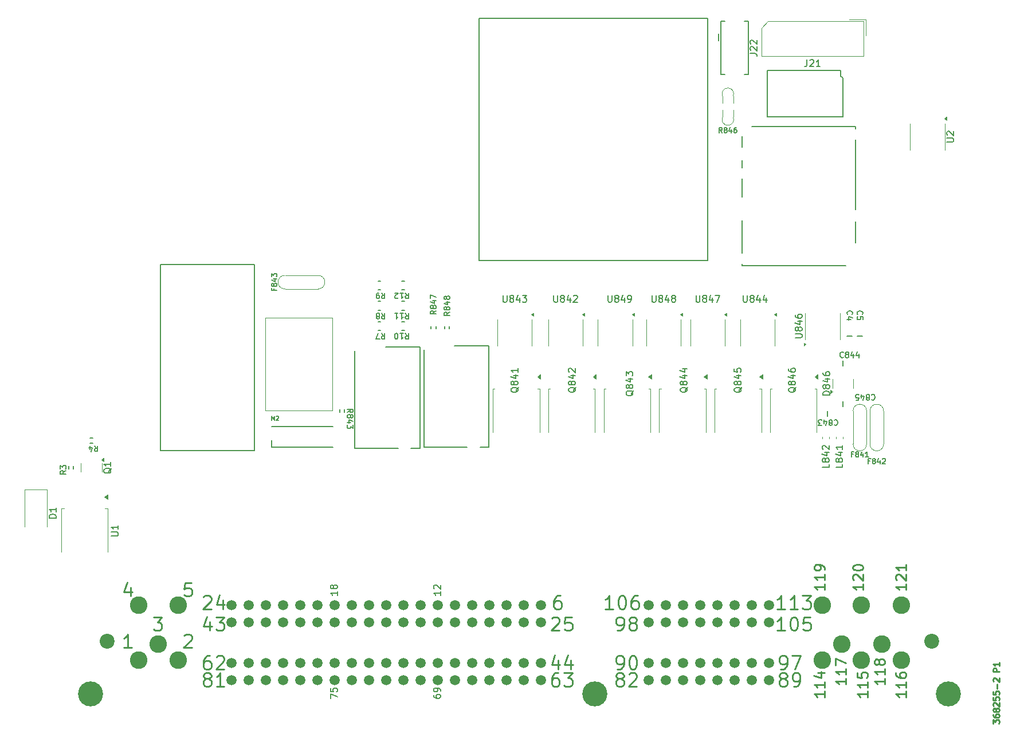
<source format=gto>
G04 #@! TF.GenerationSoftware,KiCad,Pcbnew,8.0.9-8.0.9-0~ubuntu24.04.1*
G04 #@! TF.CreationDate,2025-12-28T01:44:34+00:00*
G04 #@! TF.ProjectId,greenenergyecu,67726565-6e65-46e6-9572-67796563752e,d*
G04 #@! TF.SameCoordinates,PX2b953a0PY6943058*
G04 #@! TF.FileFunction,Legend,Top*
G04 #@! TF.FilePolarity,Positive*
%FSLAX46Y46*%
G04 Gerber Fmt 4.6, Leading zero omitted, Abs format (unit mm)*
G04 Created by KiCad (PCBNEW 8.0.9-8.0.9-0~ubuntu24.04.1) date 2025-12-28 01:44:34*
%MOMM*%
%LPD*%
G01*
G04 APERTURE LIST*
%ADD10C,0.250000*%
%ADD11C,0.200000*%
%ADD12C,0.170000*%
%ADD13C,0.150000*%
%ADD14C,0.222250*%
%ADD15C,0.127000*%
%ADD16C,0.203200*%
%ADD17C,0.120000*%
%ADD18C,0.100000*%
%ADD19C,0.099060*%
%ADD20C,3.700000*%
%ADD21C,2.200000*%
%ADD22C,2.600000*%
%ADD23C,1.500000*%
G04 APERTURE END LIST*
D10*
X95841666Y18022762D02*
X94698809Y18022762D01*
X95270237Y18022762D02*
X95270237Y20022762D01*
X95270237Y20022762D02*
X95079761Y19737048D01*
X95079761Y19737048D02*
X94889285Y19546572D01*
X94889285Y19546572D02*
X94698809Y19451334D01*
X97079761Y20022762D02*
X97270238Y20022762D01*
X97270238Y20022762D02*
X97460714Y19927524D01*
X97460714Y19927524D02*
X97555952Y19832286D01*
X97555952Y19832286D02*
X97651190Y19641810D01*
X97651190Y19641810D02*
X97746428Y19260858D01*
X97746428Y19260858D02*
X97746428Y18784667D01*
X97746428Y18784667D02*
X97651190Y18403715D01*
X97651190Y18403715D02*
X97555952Y18213239D01*
X97555952Y18213239D02*
X97460714Y18118000D01*
X97460714Y18118000D02*
X97270238Y18022762D01*
X97270238Y18022762D02*
X97079761Y18022762D01*
X97079761Y18022762D02*
X96889285Y18118000D01*
X96889285Y18118000D02*
X96794047Y18213239D01*
X96794047Y18213239D02*
X96698809Y18403715D01*
X96698809Y18403715D02*
X96603571Y18784667D01*
X96603571Y18784667D02*
X96603571Y19260858D01*
X96603571Y19260858D02*
X96698809Y19641810D01*
X96698809Y19641810D02*
X96794047Y19832286D01*
X96794047Y19832286D02*
X96889285Y19927524D01*
X96889285Y19927524D02*
X97079761Y20022762D01*
X99460714Y20022762D02*
X99079761Y20022762D01*
X99079761Y20022762D02*
X98889285Y19927524D01*
X98889285Y19927524D02*
X98794047Y19832286D01*
X98794047Y19832286D02*
X98603571Y19546572D01*
X98603571Y19546572D02*
X98508333Y19165620D01*
X98508333Y19165620D02*
X98508333Y18403715D01*
X98508333Y18403715D02*
X98603571Y18213239D01*
X98603571Y18213239D02*
X98698809Y18118000D01*
X98698809Y18118000D02*
X98889285Y18022762D01*
X98889285Y18022762D02*
X99270238Y18022762D01*
X99270238Y18022762D02*
X99460714Y18118000D01*
X99460714Y18118000D02*
X99555952Y18213239D01*
X99555952Y18213239D02*
X99651190Y18403715D01*
X99651190Y18403715D02*
X99651190Y18879905D01*
X99651190Y18879905D02*
X99555952Y19070381D01*
X99555952Y19070381D02*
X99460714Y19165620D01*
X99460714Y19165620D02*
X99270238Y19260858D01*
X99270238Y19260858D02*
X98889285Y19260858D01*
X98889285Y19260858D02*
X98698809Y19165620D01*
X98698809Y19165620D02*
X98603571Y19070381D01*
X98603571Y19070381D02*
X98508333Y18879905D01*
X24530952Y21261096D02*
X24530952Y19927762D01*
X24054761Y22023000D02*
X23578571Y20594429D01*
X23578571Y20594429D02*
X24816666Y20594429D01*
X33516190Y21927762D02*
X32563809Y21927762D01*
X32563809Y21927762D02*
X32468571Y20975381D01*
X32468571Y20975381D02*
X32563809Y21070620D01*
X32563809Y21070620D02*
X32754285Y21165858D01*
X32754285Y21165858D02*
X33230476Y21165858D01*
X33230476Y21165858D02*
X33420952Y21070620D01*
X33420952Y21070620D02*
X33516190Y20975381D01*
X33516190Y20975381D02*
X33611428Y20784905D01*
X33611428Y20784905D02*
X33611428Y20308715D01*
X33611428Y20308715D02*
X33516190Y20118239D01*
X33516190Y20118239D02*
X33420952Y20023000D01*
X33420952Y20023000D02*
X33230476Y19927762D01*
X33230476Y19927762D02*
X32754285Y19927762D01*
X32754285Y19927762D02*
X32563809Y20023000D01*
X32563809Y20023000D02*
X32468571Y20118239D01*
X32468571Y14117286D02*
X32563809Y14212524D01*
X32563809Y14212524D02*
X32754285Y14307762D01*
X32754285Y14307762D02*
X33230476Y14307762D01*
X33230476Y14307762D02*
X33420952Y14212524D01*
X33420952Y14212524D02*
X33516190Y14117286D01*
X33516190Y14117286D02*
X33611428Y13926810D01*
X33611428Y13926810D02*
X33611428Y13736334D01*
X33611428Y13736334D02*
X33516190Y13450620D01*
X33516190Y13450620D02*
X32373333Y12307762D01*
X32373333Y12307762D02*
X33611428Y12307762D01*
X130240928Y7775002D02*
X130240928Y6917859D01*
X130240928Y7346430D02*
X128740928Y7346430D01*
X128740928Y7346430D02*
X128955214Y7203573D01*
X128955214Y7203573D02*
X129098071Y7060716D01*
X129098071Y7060716D02*
X129169500Y6917859D01*
X130240928Y9203573D02*
X130240928Y8346430D01*
X130240928Y8775001D02*
X128740928Y8775001D01*
X128740928Y8775001D02*
X128955214Y8632144D01*
X128955214Y8632144D02*
X129098071Y8489287D01*
X129098071Y8489287D02*
X129169500Y8346430D01*
X128740928Y9703572D02*
X128740928Y10703572D01*
X128740928Y10703572D02*
X130240928Y10060715D01*
X139130928Y21745002D02*
X139130928Y20887859D01*
X139130928Y21316430D02*
X137630928Y21316430D01*
X137630928Y21316430D02*
X137845214Y21173573D01*
X137845214Y21173573D02*
X137988071Y21030716D01*
X137988071Y21030716D02*
X138059500Y20887859D01*
X137773785Y22316430D02*
X137702357Y22387858D01*
X137702357Y22387858D02*
X137630928Y22530715D01*
X137630928Y22530715D02*
X137630928Y22887858D01*
X137630928Y22887858D02*
X137702357Y23030715D01*
X137702357Y23030715D02*
X137773785Y23102144D01*
X137773785Y23102144D02*
X137916642Y23173573D01*
X137916642Y23173573D02*
X138059500Y23173573D01*
X138059500Y23173573D02*
X138273785Y23102144D01*
X138273785Y23102144D02*
X139130928Y22245001D01*
X139130928Y22245001D02*
X139130928Y23173573D01*
X139130928Y24602144D02*
X139130928Y23745001D01*
X139130928Y24173572D02*
X137630928Y24173572D01*
X137630928Y24173572D02*
X137845214Y24030715D01*
X137845214Y24030715D02*
X137988071Y23887858D01*
X137988071Y23887858D02*
X138059500Y23745001D01*
D11*
X54082219Y4790477D02*
X54082219Y5457143D01*
X54082219Y5457143D02*
X55082219Y5028572D01*
X54082219Y6314286D02*
X54082219Y5838096D01*
X54082219Y5838096D02*
X54558409Y5790477D01*
X54558409Y5790477D02*
X54510790Y5838096D01*
X54510790Y5838096D02*
X54463171Y5933334D01*
X54463171Y5933334D02*
X54463171Y6171429D01*
X54463171Y6171429D02*
X54510790Y6266667D01*
X54510790Y6266667D02*
X54558409Y6314286D01*
X54558409Y6314286D02*
X54653647Y6361905D01*
X54653647Y6361905D02*
X54891742Y6361905D01*
X54891742Y6361905D02*
X54986980Y6314286D01*
X54986980Y6314286D02*
X55034600Y6266667D01*
X55034600Y6266667D02*
X55082219Y6171429D01*
X55082219Y6171429D02*
X55082219Y5933334D01*
X55082219Y5933334D02*
X55034600Y5838096D01*
X55034600Y5838096D02*
X54986980Y5790477D01*
X69322219Y5314286D02*
X69322219Y5123810D01*
X69322219Y5123810D02*
X69369838Y5028572D01*
X69369838Y5028572D02*
X69417457Y4980953D01*
X69417457Y4980953D02*
X69560314Y4885715D01*
X69560314Y4885715D02*
X69750790Y4838096D01*
X69750790Y4838096D02*
X70131742Y4838096D01*
X70131742Y4838096D02*
X70226980Y4885715D01*
X70226980Y4885715D02*
X70274600Y4933334D01*
X70274600Y4933334D02*
X70322219Y5028572D01*
X70322219Y5028572D02*
X70322219Y5219048D01*
X70322219Y5219048D02*
X70274600Y5314286D01*
X70274600Y5314286D02*
X70226980Y5361905D01*
X70226980Y5361905D02*
X70131742Y5409524D01*
X70131742Y5409524D02*
X69893647Y5409524D01*
X69893647Y5409524D02*
X69798409Y5361905D01*
X69798409Y5361905D02*
X69750790Y5314286D01*
X69750790Y5314286D02*
X69703171Y5219048D01*
X69703171Y5219048D02*
X69703171Y5028572D01*
X69703171Y5028572D02*
X69750790Y4933334D01*
X69750790Y4933334D02*
X69798409Y4885715D01*
X69798409Y4885715D02*
X69893647Y4838096D01*
X70322219Y5885715D02*
X70322219Y6076191D01*
X70322219Y6076191D02*
X70274600Y6171429D01*
X70274600Y6171429D02*
X70226980Y6219048D01*
X70226980Y6219048D02*
X70084123Y6314286D01*
X70084123Y6314286D02*
X69893647Y6361905D01*
X69893647Y6361905D02*
X69512695Y6361905D01*
X69512695Y6361905D02*
X69417457Y6314286D01*
X69417457Y6314286D02*
X69369838Y6266667D01*
X69369838Y6266667D02*
X69322219Y6171429D01*
X69322219Y6171429D02*
X69322219Y5980953D01*
X69322219Y5980953D02*
X69369838Y5885715D01*
X69369838Y5885715D02*
X69417457Y5838096D01*
X69417457Y5838096D02*
X69512695Y5790477D01*
X69512695Y5790477D02*
X69750790Y5790477D01*
X69750790Y5790477D02*
X69846028Y5838096D01*
X69846028Y5838096D02*
X69893647Y5885715D01*
X69893647Y5885715D02*
X69941266Y5980953D01*
X69941266Y5980953D02*
X69941266Y6171429D01*
X69941266Y6171429D02*
X69893647Y6266667D01*
X69893647Y6266667D02*
X69846028Y6314286D01*
X69846028Y6314286D02*
X69750790Y6361905D01*
D10*
X86761190Y16657286D02*
X86856428Y16752524D01*
X86856428Y16752524D02*
X87046904Y16847762D01*
X87046904Y16847762D02*
X87523095Y16847762D01*
X87523095Y16847762D02*
X87713571Y16752524D01*
X87713571Y16752524D02*
X87808809Y16657286D01*
X87808809Y16657286D02*
X87904047Y16466810D01*
X87904047Y16466810D02*
X87904047Y16276334D01*
X87904047Y16276334D02*
X87808809Y15990620D01*
X87808809Y15990620D02*
X86665952Y14847762D01*
X86665952Y14847762D02*
X87904047Y14847762D01*
X89713571Y16847762D02*
X88761190Y16847762D01*
X88761190Y16847762D02*
X88665952Y15895381D01*
X88665952Y15895381D02*
X88761190Y15990620D01*
X88761190Y15990620D02*
X88951666Y16085858D01*
X88951666Y16085858D02*
X89427857Y16085858D01*
X89427857Y16085858D02*
X89618333Y15990620D01*
X89618333Y15990620D02*
X89713571Y15895381D01*
X89713571Y15895381D02*
X89808809Y15704905D01*
X89808809Y15704905D02*
X89808809Y15228715D01*
X89808809Y15228715D02*
X89713571Y15038239D01*
X89713571Y15038239D02*
X89618333Y14943000D01*
X89618333Y14943000D02*
X89427857Y14847762D01*
X89427857Y14847762D02*
X88951666Y14847762D01*
X88951666Y14847762D02*
X88761190Y14943000D01*
X88761190Y14943000D02*
X88665952Y15038239D01*
X133415928Y5870002D02*
X133415928Y5012859D01*
X133415928Y5441430D02*
X131915928Y5441430D01*
X131915928Y5441430D02*
X132130214Y5298573D01*
X132130214Y5298573D02*
X132273071Y5155716D01*
X132273071Y5155716D02*
X132344500Y5012859D01*
X133415928Y7298573D02*
X133415928Y6441430D01*
X133415928Y6870001D02*
X131915928Y6870001D01*
X131915928Y6870001D02*
X132130214Y6727144D01*
X132130214Y6727144D02*
X132273071Y6584287D01*
X132273071Y6584287D02*
X132344500Y6441430D01*
X131915928Y8655715D02*
X131915928Y7941429D01*
X131915928Y7941429D02*
X132630214Y7870001D01*
X132630214Y7870001D02*
X132558785Y7941429D01*
X132558785Y7941429D02*
X132487357Y8084286D01*
X132487357Y8084286D02*
X132487357Y8441429D01*
X132487357Y8441429D02*
X132558785Y8584286D01*
X132558785Y8584286D02*
X132630214Y8655715D01*
X132630214Y8655715D02*
X132773071Y8727144D01*
X132773071Y8727144D02*
X133130214Y8727144D01*
X133130214Y8727144D02*
X133273071Y8655715D01*
X133273071Y8655715D02*
X133344500Y8584286D01*
X133344500Y8584286D02*
X133415928Y8441429D01*
X133415928Y8441429D02*
X133415928Y8084286D01*
X133415928Y8084286D02*
X133344500Y7941429D01*
X133344500Y7941429D02*
X133273071Y7870001D01*
X36278571Y16181096D02*
X36278571Y14847762D01*
X35802380Y16943000D02*
X35326190Y15514429D01*
X35326190Y15514429D02*
X36564285Y15514429D01*
X37135714Y16847762D02*
X38373809Y16847762D01*
X38373809Y16847762D02*
X37707142Y16085858D01*
X37707142Y16085858D02*
X37992857Y16085858D01*
X37992857Y16085858D02*
X38183333Y15990620D01*
X38183333Y15990620D02*
X38278571Y15895381D01*
X38278571Y15895381D02*
X38373809Y15704905D01*
X38373809Y15704905D02*
X38373809Y15228715D01*
X38373809Y15228715D02*
X38278571Y15038239D01*
X38278571Y15038239D02*
X38183333Y14943000D01*
X38183333Y14943000D02*
X37992857Y14847762D01*
X37992857Y14847762D02*
X37421428Y14847762D01*
X37421428Y14847762D02*
X37230952Y14943000D01*
X37230952Y14943000D02*
X37135714Y15038239D01*
D11*
X55082219Y20649524D02*
X55082219Y20078096D01*
X55082219Y20363810D02*
X54082219Y20363810D01*
X54082219Y20363810D02*
X54225076Y20268572D01*
X54225076Y20268572D02*
X54320314Y20173334D01*
X54320314Y20173334D02*
X54367933Y20078096D01*
X54510790Y21220953D02*
X54463171Y21125715D01*
X54463171Y21125715D02*
X54415552Y21078096D01*
X54415552Y21078096D02*
X54320314Y21030477D01*
X54320314Y21030477D02*
X54272695Y21030477D01*
X54272695Y21030477D02*
X54177457Y21078096D01*
X54177457Y21078096D02*
X54129838Y21125715D01*
X54129838Y21125715D02*
X54082219Y21220953D01*
X54082219Y21220953D02*
X54082219Y21411429D01*
X54082219Y21411429D02*
X54129838Y21506667D01*
X54129838Y21506667D02*
X54177457Y21554286D01*
X54177457Y21554286D02*
X54272695Y21601905D01*
X54272695Y21601905D02*
X54320314Y21601905D01*
X54320314Y21601905D02*
X54415552Y21554286D01*
X54415552Y21554286D02*
X54463171Y21506667D01*
X54463171Y21506667D02*
X54510790Y21411429D01*
X54510790Y21411429D02*
X54510790Y21220953D01*
X54510790Y21220953D02*
X54558409Y21125715D01*
X54558409Y21125715D02*
X54606028Y21078096D01*
X54606028Y21078096D02*
X54701266Y21030477D01*
X54701266Y21030477D02*
X54891742Y21030477D01*
X54891742Y21030477D02*
X54986980Y21078096D01*
X54986980Y21078096D02*
X55034600Y21125715D01*
X55034600Y21125715D02*
X55082219Y21220953D01*
X55082219Y21220953D02*
X55082219Y21411429D01*
X55082219Y21411429D02*
X55034600Y21506667D01*
X55034600Y21506667D02*
X54986980Y21554286D01*
X54986980Y21554286D02*
X54891742Y21601905D01*
X54891742Y21601905D02*
X54701266Y21601905D01*
X54701266Y21601905D02*
X54606028Y21554286D01*
X54606028Y21554286D02*
X54558409Y21506667D01*
X54558409Y21506667D02*
X54510790Y21411429D01*
D10*
X120606666Y9132762D02*
X120987618Y9132762D01*
X120987618Y9132762D02*
X121178095Y9228000D01*
X121178095Y9228000D02*
X121273333Y9323239D01*
X121273333Y9323239D02*
X121463809Y9608953D01*
X121463809Y9608953D02*
X121559047Y9989905D01*
X121559047Y9989905D02*
X121559047Y10751810D01*
X121559047Y10751810D02*
X121463809Y10942286D01*
X121463809Y10942286D02*
X121368571Y11037524D01*
X121368571Y11037524D02*
X121178095Y11132762D01*
X121178095Y11132762D02*
X120797142Y11132762D01*
X120797142Y11132762D02*
X120606666Y11037524D01*
X120606666Y11037524D02*
X120511428Y10942286D01*
X120511428Y10942286D02*
X120416190Y10751810D01*
X120416190Y10751810D02*
X120416190Y10275620D01*
X120416190Y10275620D02*
X120511428Y10085143D01*
X120511428Y10085143D02*
X120606666Y9989905D01*
X120606666Y9989905D02*
X120797142Y9894667D01*
X120797142Y9894667D02*
X121178095Y9894667D01*
X121178095Y9894667D02*
X121368571Y9989905D01*
X121368571Y9989905D02*
X121463809Y10085143D01*
X121463809Y10085143D02*
X121559047Y10275620D01*
X122225714Y11132762D02*
X123559047Y11132762D01*
X123559047Y11132762D02*
X122701904Y9132762D01*
X35326190Y19832286D02*
X35421428Y19927524D01*
X35421428Y19927524D02*
X35611904Y20022762D01*
X35611904Y20022762D02*
X36088095Y20022762D01*
X36088095Y20022762D02*
X36278571Y19927524D01*
X36278571Y19927524D02*
X36373809Y19832286D01*
X36373809Y19832286D02*
X36469047Y19641810D01*
X36469047Y19641810D02*
X36469047Y19451334D01*
X36469047Y19451334D02*
X36373809Y19165620D01*
X36373809Y19165620D02*
X35230952Y18022762D01*
X35230952Y18022762D02*
X36469047Y18022762D01*
X38183333Y19356096D02*
X38183333Y18022762D01*
X37707142Y20118000D02*
X37230952Y18689429D01*
X37230952Y18689429D02*
X38469047Y18689429D01*
X96476666Y14847762D02*
X96857618Y14847762D01*
X96857618Y14847762D02*
X97048095Y14943000D01*
X97048095Y14943000D02*
X97143333Y15038239D01*
X97143333Y15038239D02*
X97333809Y15323953D01*
X97333809Y15323953D02*
X97429047Y15704905D01*
X97429047Y15704905D02*
X97429047Y16466810D01*
X97429047Y16466810D02*
X97333809Y16657286D01*
X97333809Y16657286D02*
X97238571Y16752524D01*
X97238571Y16752524D02*
X97048095Y16847762D01*
X97048095Y16847762D02*
X96667142Y16847762D01*
X96667142Y16847762D02*
X96476666Y16752524D01*
X96476666Y16752524D02*
X96381428Y16657286D01*
X96381428Y16657286D02*
X96286190Y16466810D01*
X96286190Y16466810D02*
X96286190Y15990620D01*
X96286190Y15990620D02*
X96381428Y15800143D01*
X96381428Y15800143D02*
X96476666Y15704905D01*
X96476666Y15704905D02*
X96667142Y15609667D01*
X96667142Y15609667D02*
X97048095Y15609667D01*
X97048095Y15609667D02*
X97238571Y15704905D01*
X97238571Y15704905D02*
X97333809Y15800143D01*
X97333809Y15800143D02*
X97429047Y15990620D01*
X98571904Y15990620D02*
X98381428Y16085858D01*
X98381428Y16085858D02*
X98286190Y16181096D01*
X98286190Y16181096D02*
X98190952Y16371572D01*
X98190952Y16371572D02*
X98190952Y16466810D01*
X98190952Y16466810D02*
X98286190Y16657286D01*
X98286190Y16657286D02*
X98381428Y16752524D01*
X98381428Y16752524D02*
X98571904Y16847762D01*
X98571904Y16847762D02*
X98952857Y16847762D01*
X98952857Y16847762D02*
X99143333Y16752524D01*
X99143333Y16752524D02*
X99238571Y16657286D01*
X99238571Y16657286D02*
X99333809Y16466810D01*
X99333809Y16466810D02*
X99333809Y16371572D01*
X99333809Y16371572D02*
X99238571Y16181096D01*
X99238571Y16181096D02*
X99143333Y16085858D01*
X99143333Y16085858D02*
X98952857Y15990620D01*
X98952857Y15990620D02*
X98571904Y15990620D01*
X98571904Y15990620D02*
X98381428Y15895381D01*
X98381428Y15895381D02*
X98286190Y15800143D01*
X98286190Y15800143D02*
X98190952Y15609667D01*
X98190952Y15609667D02*
X98190952Y15228715D01*
X98190952Y15228715D02*
X98286190Y15038239D01*
X98286190Y15038239D02*
X98381428Y14943000D01*
X98381428Y14943000D02*
X98571904Y14847762D01*
X98571904Y14847762D02*
X98952857Y14847762D01*
X98952857Y14847762D02*
X99143333Y14943000D01*
X99143333Y14943000D02*
X99238571Y15038239D01*
X99238571Y15038239D02*
X99333809Y15228715D01*
X99333809Y15228715D02*
X99333809Y15609667D01*
X99333809Y15609667D02*
X99238571Y15800143D01*
X99238571Y15800143D02*
X99143333Y15895381D01*
X99143333Y15895381D02*
X98952857Y15990620D01*
X135955928Y7775002D02*
X135955928Y6917859D01*
X135955928Y7346430D02*
X134455928Y7346430D01*
X134455928Y7346430D02*
X134670214Y7203573D01*
X134670214Y7203573D02*
X134813071Y7060716D01*
X134813071Y7060716D02*
X134884500Y6917859D01*
X135955928Y9203573D02*
X135955928Y8346430D01*
X135955928Y8775001D02*
X134455928Y8775001D01*
X134455928Y8775001D02*
X134670214Y8632144D01*
X134670214Y8632144D02*
X134813071Y8489287D01*
X134813071Y8489287D02*
X134884500Y8346430D01*
X135098785Y10060715D02*
X135027357Y9917858D01*
X135027357Y9917858D02*
X134955928Y9846429D01*
X134955928Y9846429D02*
X134813071Y9775001D01*
X134813071Y9775001D02*
X134741642Y9775001D01*
X134741642Y9775001D02*
X134598785Y9846429D01*
X134598785Y9846429D02*
X134527357Y9917858D01*
X134527357Y9917858D02*
X134455928Y10060715D01*
X134455928Y10060715D02*
X134455928Y10346429D01*
X134455928Y10346429D02*
X134527357Y10489286D01*
X134527357Y10489286D02*
X134598785Y10560715D01*
X134598785Y10560715D02*
X134741642Y10632144D01*
X134741642Y10632144D02*
X134813071Y10632144D01*
X134813071Y10632144D02*
X134955928Y10560715D01*
X134955928Y10560715D02*
X135027357Y10489286D01*
X135027357Y10489286D02*
X135098785Y10346429D01*
X135098785Y10346429D02*
X135098785Y10060715D01*
X135098785Y10060715D02*
X135170214Y9917858D01*
X135170214Y9917858D02*
X135241642Y9846429D01*
X135241642Y9846429D02*
X135384500Y9775001D01*
X135384500Y9775001D02*
X135670214Y9775001D01*
X135670214Y9775001D02*
X135813071Y9846429D01*
X135813071Y9846429D02*
X135884500Y9917858D01*
X135884500Y9917858D02*
X135955928Y10060715D01*
X135955928Y10060715D02*
X135955928Y10346429D01*
X135955928Y10346429D02*
X135884500Y10489286D01*
X135884500Y10489286D02*
X135813071Y10560715D01*
X135813071Y10560715D02*
X135670214Y10632144D01*
X135670214Y10632144D02*
X135384500Y10632144D01*
X135384500Y10632144D02*
X135241642Y10560715D01*
X135241642Y10560715D02*
X135170214Y10489286D01*
X135170214Y10489286D02*
X135098785Y10346429D01*
X24721428Y12307762D02*
X23578571Y12307762D01*
X24149999Y12307762D02*
X24149999Y14307762D01*
X24149999Y14307762D02*
X23959523Y14022048D01*
X23959523Y14022048D02*
X23769047Y13831572D01*
X23769047Y13831572D02*
X23578571Y13736334D01*
X35707142Y7735620D02*
X35516666Y7830858D01*
X35516666Y7830858D02*
X35421428Y7926096D01*
X35421428Y7926096D02*
X35326190Y8116572D01*
X35326190Y8116572D02*
X35326190Y8211810D01*
X35326190Y8211810D02*
X35421428Y8402286D01*
X35421428Y8402286D02*
X35516666Y8497524D01*
X35516666Y8497524D02*
X35707142Y8592762D01*
X35707142Y8592762D02*
X36088095Y8592762D01*
X36088095Y8592762D02*
X36278571Y8497524D01*
X36278571Y8497524D02*
X36373809Y8402286D01*
X36373809Y8402286D02*
X36469047Y8211810D01*
X36469047Y8211810D02*
X36469047Y8116572D01*
X36469047Y8116572D02*
X36373809Y7926096D01*
X36373809Y7926096D02*
X36278571Y7830858D01*
X36278571Y7830858D02*
X36088095Y7735620D01*
X36088095Y7735620D02*
X35707142Y7735620D01*
X35707142Y7735620D02*
X35516666Y7640381D01*
X35516666Y7640381D02*
X35421428Y7545143D01*
X35421428Y7545143D02*
X35326190Y7354667D01*
X35326190Y7354667D02*
X35326190Y6973715D01*
X35326190Y6973715D02*
X35421428Y6783239D01*
X35421428Y6783239D02*
X35516666Y6688000D01*
X35516666Y6688000D02*
X35707142Y6592762D01*
X35707142Y6592762D02*
X36088095Y6592762D01*
X36088095Y6592762D02*
X36278571Y6688000D01*
X36278571Y6688000D02*
X36373809Y6783239D01*
X36373809Y6783239D02*
X36469047Y6973715D01*
X36469047Y6973715D02*
X36469047Y7354667D01*
X36469047Y7354667D02*
X36373809Y7545143D01*
X36373809Y7545143D02*
X36278571Y7640381D01*
X36278571Y7640381D02*
X36088095Y7735620D01*
X38373809Y6592762D02*
X37230952Y6592762D01*
X37802380Y6592762D02*
X37802380Y8592762D01*
X37802380Y8592762D02*
X37611904Y8307048D01*
X37611904Y8307048D02*
X37421428Y8116572D01*
X37421428Y8116572D02*
X37230952Y8021334D01*
X127065928Y21745002D02*
X127065928Y20887859D01*
X127065928Y21316430D02*
X125565928Y21316430D01*
X125565928Y21316430D02*
X125780214Y21173573D01*
X125780214Y21173573D02*
X125923071Y21030716D01*
X125923071Y21030716D02*
X125994500Y20887859D01*
X127065928Y23173573D02*
X127065928Y22316430D01*
X127065928Y22745001D02*
X125565928Y22745001D01*
X125565928Y22745001D02*
X125780214Y22602144D01*
X125780214Y22602144D02*
X125923071Y22459287D01*
X125923071Y22459287D02*
X125994500Y22316430D01*
X127065928Y23887858D02*
X127065928Y24173572D01*
X127065928Y24173572D02*
X126994500Y24316429D01*
X126994500Y24316429D02*
X126923071Y24387858D01*
X126923071Y24387858D02*
X126708785Y24530715D01*
X126708785Y24530715D02*
X126423071Y24602144D01*
X126423071Y24602144D02*
X125851642Y24602144D01*
X125851642Y24602144D02*
X125708785Y24530715D01*
X125708785Y24530715D02*
X125637357Y24459286D01*
X125637357Y24459286D02*
X125565928Y24316429D01*
X125565928Y24316429D02*
X125565928Y24030715D01*
X125565928Y24030715D02*
X125637357Y23887858D01*
X125637357Y23887858D02*
X125708785Y23816429D01*
X125708785Y23816429D02*
X125851642Y23745001D01*
X125851642Y23745001D02*
X126208785Y23745001D01*
X126208785Y23745001D02*
X126351642Y23816429D01*
X126351642Y23816429D02*
X126423071Y23887858D01*
X126423071Y23887858D02*
X126494500Y24030715D01*
X126494500Y24030715D02*
X126494500Y24316429D01*
X126494500Y24316429D02*
X126423071Y24459286D01*
X126423071Y24459286D02*
X126351642Y24530715D01*
X126351642Y24530715D02*
X126208785Y24602144D01*
X87713571Y10466096D02*
X87713571Y9132762D01*
X87237380Y11228000D02*
X86761190Y9799429D01*
X86761190Y9799429D02*
X87999285Y9799429D01*
X89618333Y10466096D02*
X89618333Y9132762D01*
X89142142Y11228000D02*
X88665952Y9799429D01*
X88665952Y9799429D02*
X89904047Y9799429D01*
X96667142Y7735620D02*
X96476666Y7830858D01*
X96476666Y7830858D02*
X96381428Y7926096D01*
X96381428Y7926096D02*
X96286190Y8116572D01*
X96286190Y8116572D02*
X96286190Y8211810D01*
X96286190Y8211810D02*
X96381428Y8402286D01*
X96381428Y8402286D02*
X96476666Y8497524D01*
X96476666Y8497524D02*
X96667142Y8592762D01*
X96667142Y8592762D02*
X97048095Y8592762D01*
X97048095Y8592762D02*
X97238571Y8497524D01*
X97238571Y8497524D02*
X97333809Y8402286D01*
X97333809Y8402286D02*
X97429047Y8211810D01*
X97429047Y8211810D02*
X97429047Y8116572D01*
X97429047Y8116572D02*
X97333809Y7926096D01*
X97333809Y7926096D02*
X97238571Y7830858D01*
X97238571Y7830858D02*
X97048095Y7735620D01*
X97048095Y7735620D02*
X96667142Y7735620D01*
X96667142Y7735620D02*
X96476666Y7640381D01*
X96476666Y7640381D02*
X96381428Y7545143D01*
X96381428Y7545143D02*
X96286190Y7354667D01*
X96286190Y7354667D02*
X96286190Y6973715D01*
X96286190Y6973715D02*
X96381428Y6783239D01*
X96381428Y6783239D02*
X96476666Y6688000D01*
X96476666Y6688000D02*
X96667142Y6592762D01*
X96667142Y6592762D02*
X97048095Y6592762D01*
X97048095Y6592762D02*
X97238571Y6688000D01*
X97238571Y6688000D02*
X97333809Y6783239D01*
X97333809Y6783239D02*
X97429047Y6973715D01*
X97429047Y6973715D02*
X97429047Y7354667D01*
X97429047Y7354667D02*
X97333809Y7545143D01*
X97333809Y7545143D02*
X97238571Y7640381D01*
X97238571Y7640381D02*
X97048095Y7735620D01*
X98190952Y8402286D02*
X98286190Y8497524D01*
X98286190Y8497524D02*
X98476666Y8592762D01*
X98476666Y8592762D02*
X98952857Y8592762D01*
X98952857Y8592762D02*
X99143333Y8497524D01*
X99143333Y8497524D02*
X99238571Y8402286D01*
X99238571Y8402286D02*
X99333809Y8211810D01*
X99333809Y8211810D02*
X99333809Y8021334D01*
X99333809Y8021334D02*
X99238571Y7735620D01*
X99238571Y7735620D02*
X98095714Y6592762D01*
X98095714Y6592762D02*
X99333809Y6592762D01*
X27928333Y16847762D02*
X29166428Y16847762D01*
X29166428Y16847762D02*
X28499761Y16085858D01*
X28499761Y16085858D02*
X28785476Y16085858D01*
X28785476Y16085858D02*
X28975952Y15990620D01*
X28975952Y15990620D02*
X29071190Y15895381D01*
X29071190Y15895381D02*
X29166428Y15704905D01*
X29166428Y15704905D02*
X29166428Y15228715D01*
X29166428Y15228715D02*
X29071190Y15038239D01*
X29071190Y15038239D02*
X28975952Y14943000D01*
X28975952Y14943000D02*
X28785476Y14847762D01*
X28785476Y14847762D02*
X28214047Y14847762D01*
X28214047Y14847762D02*
X28023571Y14943000D01*
X28023571Y14943000D02*
X27928333Y15038239D01*
X120797142Y7735620D02*
X120606666Y7830858D01*
X120606666Y7830858D02*
X120511428Y7926096D01*
X120511428Y7926096D02*
X120416190Y8116572D01*
X120416190Y8116572D02*
X120416190Y8211810D01*
X120416190Y8211810D02*
X120511428Y8402286D01*
X120511428Y8402286D02*
X120606666Y8497524D01*
X120606666Y8497524D02*
X120797142Y8592762D01*
X120797142Y8592762D02*
X121178095Y8592762D01*
X121178095Y8592762D02*
X121368571Y8497524D01*
X121368571Y8497524D02*
X121463809Y8402286D01*
X121463809Y8402286D02*
X121559047Y8211810D01*
X121559047Y8211810D02*
X121559047Y8116572D01*
X121559047Y8116572D02*
X121463809Y7926096D01*
X121463809Y7926096D02*
X121368571Y7830858D01*
X121368571Y7830858D02*
X121178095Y7735620D01*
X121178095Y7735620D02*
X120797142Y7735620D01*
X120797142Y7735620D02*
X120606666Y7640381D01*
X120606666Y7640381D02*
X120511428Y7545143D01*
X120511428Y7545143D02*
X120416190Y7354667D01*
X120416190Y7354667D02*
X120416190Y6973715D01*
X120416190Y6973715D02*
X120511428Y6783239D01*
X120511428Y6783239D02*
X120606666Y6688000D01*
X120606666Y6688000D02*
X120797142Y6592762D01*
X120797142Y6592762D02*
X121178095Y6592762D01*
X121178095Y6592762D02*
X121368571Y6688000D01*
X121368571Y6688000D02*
X121463809Y6783239D01*
X121463809Y6783239D02*
X121559047Y6973715D01*
X121559047Y6973715D02*
X121559047Y7354667D01*
X121559047Y7354667D02*
X121463809Y7545143D01*
X121463809Y7545143D02*
X121368571Y7640381D01*
X121368571Y7640381D02*
X121178095Y7735620D01*
X122511428Y6592762D02*
X122892380Y6592762D01*
X122892380Y6592762D02*
X123082857Y6688000D01*
X123082857Y6688000D02*
X123178095Y6783239D01*
X123178095Y6783239D02*
X123368571Y7068953D01*
X123368571Y7068953D02*
X123463809Y7449905D01*
X123463809Y7449905D02*
X123463809Y8211810D01*
X123463809Y8211810D02*
X123368571Y8402286D01*
X123368571Y8402286D02*
X123273333Y8497524D01*
X123273333Y8497524D02*
X123082857Y8592762D01*
X123082857Y8592762D02*
X122701904Y8592762D01*
X122701904Y8592762D02*
X122511428Y8497524D01*
X122511428Y8497524D02*
X122416190Y8402286D01*
X122416190Y8402286D02*
X122320952Y8211810D01*
X122320952Y8211810D02*
X122320952Y7735620D01*
X122320952Y7735620D02*
X122416190Y7545143D01*
X122416190Y7545143D02*
X122511428Y7449905D01*
X122511428Y7449905D02*
X122701904Y7354667D01*
X122701904Y7354667D02*
X123082857Y7354667D01*
X123082857Y7354667D02*
X123273333Y7449905D01*
X123273333Y7449905D02*
X123368571Y7545143D01*
X123368571Y7545143D02*
X123463809Y7735620D01*
X87713571Y8592762D02*
X87332618Y8592762D01*
X87332618Y8592762D02*
X87142142Y8497524D01*
X87142142Y8497524D02*
X87046904Y8402286D01*
X87046904Y8402286D02*
X86856428Y8116572D01*
X86856428Y8116572D02*
X86761190Y7735620D01*
X86761190Y7735620D02*
X86761190Y6973715D01*
X86761190Y6973715D02*
X86856428Y6783239D01*
X86856428Y6783239D02*
X86951666Y6688000D01*
X86951666Y6688000D02*
X87142142Y6592762D01*
X87142142Y6592762D02*
X87523095Y6592762D01*
X87523095Y6592762D02*
X87713571Y6688000D01*
X87713571Y6688000D02*
X87808809Y6783239D01*
X87808809Y6783239D02*
X87904047Y6973715D01*
X87904047Y6973715D02*
X87904047Y7449905D01*
X87904047Y7449905D02*
X87808809Y7640381D01*
X87808809Y7640381D02*
X87713571Y7735620D01*
X87713571Y7735620D02*
X87523095Y7830858D01*
X87523095Y7830858D02*
X87142142Y7830858D01*
X87142142Y7830858D02*
X86951666Y7735620D01*
X86951666Y7735620D02*
X86856428Y7640381D01*
X86856428Y7640381D02*
X86761190Y7449905D01*
X88570714Y8592762D02*
X89808809Y8592762D01*
X89808809Y8592762D02*
X89142142Y7830858D01*
X89142142Y7830858D02*
X89427857Y7830858D01*
X89427857Y7830858D02*
X89618333Y7735620D01*
X89618333Y7735620D02*
X89713571Y7640381D01*
X89713571Y7640381D02*
X89808809Y7449905D01*
X89808809Y7449905D02*
X89808809Y6973715D01*
X89808809Y6973715D02*
X89713571Y6783239D01*
X89713571Y6783239D02*
X89618333Y6688000D01*
X89618333Y6688000D02*
X89427857Y6592762D01*
X89427857Y6592762D02*
X88856428Y6592762D01*
X88856428Y6592762D02*
X88665952Y6688000D01*
X88665952Y6688000D02*
X88570714Y6783239D01*
X127065928Y5870002D02*
X127065928Y5012859D01*
X127065928Y5441430D02*
X125565928Y5441430D01*
X125565928Y5441430D02*
X125780214Y5298573D01*
X125780214Y5298573D02*
X125923071Y5155716D01*
X125923071Y5155716D02*
X125994500Y5012859D01*
X127065928Y7298573D02*
X127065928Y6441430D01*
X127065928Y6870001D02*
X125565928Y6870001D01*
X125565928Y6870001D02*
X125780214Y6727144D01*
X125780214Y6727144D02*
X125923071Y6584287D01*
X125923071Y6584287D02*
X125994500Y6441430D01*
X126065928Y8584286D02*
X127065928Y8584286D01*
X125494500Y8227144D02*
X126565928Y7870001D01*
X126565928Y7870001D02*
X126565928Y8798572D01*
X132780928Y21745002D02*
X132780928Y20887859D01*
X132780928Y21316430D02*
X131280928Y21316430D01*
X131280928Y21316430D02*
X131495214Y21173573D01*
X131495214Y21173573D02*
X131638071Y21030716D01*
X131638071Y21030716D02*
X131709500Y20887859D01*
X131423785Y22316430D02*
X131352357Y22387858D01*
X131352357Y22387858D02*
X131280928Y22530715D01*
X131280928Y22530715D02*
X131280928Y22887858D01*
X131280928Y22887858D02*
X131352357Y23030715D01*
X131352357Y23030715D02*
X131423785Y23102144D01*
X131423785Y23102144D02*
X131566642Y23173573D01*
X131566642Y23173573D02*
X131709500Y23173573D01*
X131709500Y23173573D02*
X131923785Y23102144D01*
X131923785Y23102144D02*
X132780928Y22245001D01*
X132780928Y22245001D02*
X132780928Y23173573D01*
X131280928Y24102144D02*
X131280928Y24245001D01*
X131280928Y24245001D02*
X131352357Y24387858D01*
X131352357Y24387858D02*
X131423785Y24459286D01*
X131423785Y24459286D02*
X131566642Y24530715D01*
X131566642Y24530715D02*
X131852357Y24602144D01*
X131852357Y24602144D02*
X132209500Y24602144D01*
X132209500Y24602144D02*
X132495214Y24530715D01*
X132495214Y24530715D02*
X132638071Y24459286D01*
X132638071Y24459286D02*
X132709500Y24387858D01*
X132709500Y24387858D02*
X132780928Y24245001D01*
X132780928Y24245001D02*
X132780928Y24102144D01*
X132780928Y24102144D02*
X132709500Y23959286D01*
X132709500Y23959286D02*
X132638071Y23887858D01*
X132638071Y23887858D02*
X132495214Y23816429D01*
X132495214Y23816429D02*
X132209500Y23745001D01*
X132209500Y23745001D02*
X131852357Y23745001D01*
X131852357Y23745001D02*
X131566642Y23816429D01*
X131566642Y23816429D02*
X131423785Y23887858D01*
X131423785Y23887858D02*
X131352357Y23959286D01*
X131352357Y23959286D02*
X131280928Y24102144D01*
X88030952Y20022762D02*
X87649999Y20022762D01*
X87649999Y20022762D02*
X87459523Y19927524D01*
X87459523Y19927524D02*
X87364285Y19832286D01*
X87364285Y19832286D02*
X87173809Y19546572D01*
X87173809Y19546572D02*
X87078571Y19165620D01*
X87078571Y19165620D02*
X87078571Y18403715D01*
X87078571Y18403715D02*
X87173809Y18213239D01*
X87173809Y18213239D02*
X87269047Y18118000D01*
X87269047Y18118000D02*
X87459523Y18022762D01*
X87459523Y18022762D02*
X87840476Y18022762D01*
X87840476Y18022762D02*
X88030952Y18118000D01*
X88030952Y18118000D02*
X88126190Y18213239D01*
X88126190Y18213239D02*
X88221428Y18403715D01*
X88221428Y18403715D02*
X88221428Y18879905D01*
X88221428Y18879905D02*
X88126190Y19070381D01*
X88126190Y19070381D02*
X88030952Y19165620D01*
X88030952Y19165620D02*
X87840476Y19260858D01*
X87840476Y19260858D02*
X87459523Y19260858D01*
X87459523Y19260858D02*
X87269047Y19165620D01*
X87269047Y19165620D02*
X87173809Y19070381D01*
X87173809Y19070381D02*
X87078571Y18879905D01*
X96476666Y9132762D02*
X96857618Y9132762D01*
X96857618Y9132762D02*
X97048095Y9228000D01*
X97048095Y9228000D02*
X97143333Y9323239D01*
X97143333Y9323239D02*
X97333809Y9608953D01*
X97333809Y9608953D02*
X97429047Y9989905D01*
X97429047Y9989905D02*
X97429047Y10751810D01*
X97429047Y10751810D02*
X97333809Y10942286D01*
X97333809Y10942286D02*
X97238571Y11037524D01*
X97238571Y11037524D02*
X97048095Y11132762D01*
X97048095Y11132762D02*
X96667142Y11132762D01*
X96667142Y11132762D02*
X96476666Y11037524D01*
X96476666Y11037524D02*
X96381428Y10942286D01*
X96381428Y10942286D02*
X96286190Y10751810D01*
X96286190Y10751810D02*
X96286190Y10275620D01*
X96286190Y10275620D02*
X96381428Y10085143D01*
X96381428Y10085143D02*
X96476666Y9989905D01*
X96476666Y9989905D02*
X96667142Y9894667D01*
X96667142Y9894667D02*
X97048095Y9894667D01*
X97048095Y9894667D02*
X97238571Y9989905D01*
X97238571Y9989905D02*
X97333809Y10085143D01*
X97333809Y10085143D02*
X97429047Y10275620D01*
X98667142Y11132762D02*
X98857619Y11132762D01*
X98857619Y11132762D02*
X99048095Y11037524D01*
X99048095Y11037524D02*
X99143333Y10942286D01*
X99143333Y10942286D02*
X99238571Y10751810D01*
X99238571Y10751810D02*
X99333809Y10370858D01*
X99333809Y10370858D02*
X99333809Y9894667D01*
X99333809Y9894667D02*
X99238571Y9513715D01*
X99238571Y9513715D02*
X99143333Y9323239D01*
X99143333Y9323239D02*
X99048095Y9228000D01*
X99048095Y9228000D02*
X98857619Y9132762D01*
X98857619Y9132762D02*
X98667142Y9132762D01*
X98667142Y9132762D02*
X98476666Y9228000D01*
X98476666Y9228000D02*
X98381428Y9323239D01*
X98381428Y9323239D02*
X98286190Y9513715D01*
X98286190Y9513715D02*
X98190952Y9894667D01*
X98190952Y9894667D02*
X98190952Y10370858D01*
X98190952Y10370858D02*
X98286190Y10751810D01*
X98286190Y10751810D02*
X98381428Y10942286D01*
X98381428Y10942286D02*
X98476666Y11037524D01*
X98476666Y11037524D02*
X98667142Y11132762D01*
X121241666Y18022762D02*
X120098809Y18022762D01*
X120670237Y18022762D02*
X120670237Y20022762D01*
X120670237Y20022762D02*
X120479761Y19737048D01*
X120479761Y19737048D02*
X120289285Y19546572D01*
X120289285Y19546572D02*
X120098809Y19451334D01*
X123146428Y18022762D02*
X122003571Y18022762D01*
X122574999Y18022762D02*
X122574999Y20022762D01*
X122574999Y20022762D02*
X122384523Y19737048D01*
X122384523Y19737048D02*
X122194047Y19546572D01*
X122194047Y19546572D02*
X122003571Y19451334D01*
X123813095Y20022762D02*
X125051190Y20022762D01*
X125051190Y20022762D02*
X124384523Y19260858D01*
X124384523Y19260858D02*
X124670238Y19260858D01*
X124670238Y19260858D02*
X124860714Y19165620D01*
X124860714Y19165620D02*
X124955952Y19070381D01*
X124955952Y19070381D02*
X125051190Y18879905D01*
X125051190Y18879905D02*
X125051190Y18403715D01*
X125051190Y18403715D02*
X124955952Y18213239D01*
X124955952Y18213239D02*
X124860714Y18118000D01*
X124860714Y18118000D02*
X124670238Y18022762D01*
X124670238Y18022762D02*
X124098809Y18022762D01*
X124098809Y18022762D02*
X123908333Y18118000D01*
X123908333Y18118000D02*
X123813095Y18213239D01*
X36278571Y11132762D02*
X35897618Y11132762D01*
X35897618Y11132762D02*
X35707142Y11037524D01*
X35707142Y11037524D02*
X35611904Y10942286D01*
X35611904Y10942286D02*
X35421428Y10656572D01*
X35421428Y10656572D02*
X35326190Y10275620D01*
X35326190Y10275620D02*
X35326190Y9513715D01*
X35326190Y9513715D02*
X35421428Y9323239D01*
X35421428Y9323239D02*
X35516666Y9228000D01*
X35516666Y9228000D02*
X35707142Y9132762D01*
X35707142Y9132762D02*
X36088095Y9132762D01*
X36088095Y9132762D02*
X36278571Y9228000D01*
X36278571Y9228000D02*
X36373809Y9323239D01*
X36373809Y9323239D02*
X36469047Y9513715D01*
X36469047Y9513715D02*
X36469047Y9989905D01*
X36469047Y9989905D02*
X36373809Y10180381D01*
X36373809Y10180381D02*
X36278571Y10275620D01*
X36278571Y10275620D02*
X36088095Y10370858D01*
X36088095Y10370858D02*
X35707142Y10370858D01*
X35707142Y10370858D02*
X35516666Y10275620D01*
X35516666Y10275620D02*
X35421428Y10180381D01*
X35421428Y10180381D02*
X35326190Y9989905D01*
X37230952Y10942286D02*
X37326190Y11037524D01*
X37326190Y11037524D02*
X37516666Y11132762D01*
X37516666Y11132762D02*
X37992857Y11132762D01*
X37992857Y11132762D02*
X38183333Y11037524D01*
X38183333Y11037524D02*
X38278571Y10942286D01*
X38278571Y10942286D02*
X38373809Y10751810D01*
X38373809Y10751810D02*
X38373809Y10561334D01*
X38373809Y10561334D02*
X38278571Y10275620D01*
X38278571Y10275620D02*
X37135714Y9132762D01*
X37135714Y9132762D02*
X38373809Y9132762D01*
X121241666Y14847762D02*
X120098809Y14847762D01*
X120670237Y14847762D02*
X120670237Y16847762D01*
X120670237Y16847762D02*
X120479761Y16562048D01*
X120479761Y16562048D02*
X120289285Y16371572D01*
X120289285Y16371572D02*
X120098809Y16276334D01*
X122479761Y16847762D02*
X122670238Y16847762D01*
X122670238Y16847762D02*
X122860714Y16752524D01*
X122860714Y16752524D02*
X122955952Y16657286D01*
X122955952Y16657286D02*
X123051190Y16466810D01*
X123051190Y16466810D02*
X123146428Y16085858D01*
X123146428Y16085858D02*
X123146428Y15609667D01*
X123146428Y15609667D02*
X123051190Y15228715D01*
X123051190Y15228715D02*
X122955952Y15038239D01*
X122955952Y15038239D02*
X122860714Y14943000D01*
X122860714Y14943000D02*
X122670238Y14847762D01*
X122670238Y14847762D02*
X122479761Y14847762D01*
X122479761Y14847762D02*
X122289285Y14943000D01*
X122289285Y14943000D02*
X122194047Y15038239D01*
X122194047Y15038239D02*
X122098809Y15228715D01*
X122098809Y15228715D02*
X122003571Y15609667D01*
X122003571Y15609667D02*
X122003571Y16085858D01*
X122003571Y16085858D02*
X122098809Y16466810D01*
X122098809Y16466810D02*
X122194047Y16657286D01*
X122194047Y16657286D02*
X122289285Y16752524D01*
X122289285Y16752524D02*
X122479761Y16847762D01*
X124955952Y16847762D02*
X124003571Y16847762D01*
X124003571Y16847762D02*
X123908333Y15895381D01*
X123908333Y15895381D02*
X124003571Y15990620D01*
X124003571Y15990620D02*
X124194047Y16085858D01*
X124194047Y16085858D02*
X124670238Y16085858D01*
X124670238Y16085858D02*
X124860714Y15990620D01*
X124860714Y15990620D02*
X124955952Y15895381D01*
X124955952Y15895381D02*
X125051190Y15704905D01*
X125051190Y15704905D02*
X125051190Y15228715D01*
X125051190Y15228715D02*
X124955952Y15038239D01*
X124955952Y15038239D02*
X124860714Y14943000D01*
X124860714Y14943000D02*
X124670238Y14847762D01*
X124670238Y14847762D02*
X124194047Y14847762D01*
X124194047Y14847762D02*
X124003571Y14943000D01*
X124003571Y14943000D02*
X123908333Y15038239D01*
X139130928Y5870002D02*
X139130928Y5012859D01*
X139130928Y5441430D02*
X137630928Y5441430D01*
X137630928Y5441430D02*
X137845214Y5298573D01*
X137845214Y5298573D02*
X137988071Y5155716D01*
X137988071Y5155716D02*
X138059500Y5012859D01*
X139130928Y7298573D02*
X139130928Y6441430D01*
X139130928Y6870001D02*
X137630928Y6870001D01*
X137630928Y6870001D02*
X137845214Y6727144D01*
X137845214Y6727144D02*
X137988071Y6584287D01*
X137988071Y6584287D02*
X138059500Y6441430D01*
X137630928Y8584286D02*
X137630928Y8298572D01*
X137630928Y8298572D02*
X137702357Y8155715D01*
X137702357Y8155715D02*
X137773785Y8084286D01*
X137773785Y8084286D02*
X137988071Y7941429D01*
X137988071Y7941429D02*
X138273785Y7870001D01*
X138273785Y7870001D02*
X138845214Y7870001D01*
X138845214Y7870001D02*
X138988071Y7941429D01*
X138988071Y7941429D02*
X139059500Y8012858D01*
X139059500Y8012858D02*
X139130928Y8155715D01*
X139130928Y8155715D02*
X139130928Y8441429D01*
X139130928Y8441429D02*
X139059500Y8584286D01*
X139059500Y8584286D02*
X138988071Y8655715D01*
X138988071Y8655715D02*
X138845214Y8727144D01*
X138845214Y8727144D02*
X138488071Y8727144D01*
X138488071Y8727144D02*
X138345214Y8655715D01*
X138345214Y8655715D02*
X138273785Y8584286D01*
X138273785Y8584286D02*
X138202357Y8441429D01*
X138202357Y8441429D02*
X138202357Y8155715D01*
X138202357Y8155715D02*
X138273785Y8012858D01*
X138273785Y8012858D02*
X138345214Y7941429D01*
X138345214Y7941429D02*
X138488071Y7870001D01*
D11*
X70322219Y20649524D02*
X70322219Y20078096D01*
X70322219Y20363810D02*
X69322219Y20363810D01*
X69322219Y20363810D02*
X69465076Y20268572D01*
X69465076Y20268572D02*
X69560314Y20173334D01*
X69560314Y20173334D02*
X69607933Y20078096D01*
X69417457Y21030477D02*
X69369838Y21078096D01*
X69369838Y21078096D02*
X69322219Y21173334D01*
X69322219Y21173334D02*
X69322219Y21411429D01*
X69322219Y21411429D02*
X69369838Y21506667D01*
X69369838Y21506667D02*
X69417457Y21554286D01*
X69417457Y21554286D02*
X69512695Y21601905D01*
X69512695Y21601905D02*
X69607933Y21601905D01*
X69607933Y21601905D02*
X69750790Y21554286D01*
X69750790Y21554286D02*
X70322219Y20982858D01*
X70322219Y20982858D02*
X70322219Y21601905D01*
D12*
X131987287Y61599348D02*
X131948240Y61638396D01*
X131948240Y61638396D02*
X131909192Y61755539D01*
X131909192Y61755539D02*
X131909192Y61833634D01*
X131909192Y61833634D02*
X131948240Y61950777D01*
X131948240Y61950777D02*
X132026335Y62028872D01*
X132026335Y62028872D02*
X132104430Y62067920D01*
X132104430Y62067920D02*
X132260621Y62106968D01*
X132260621Y62106968D02*
X132377764Y62106968D01*
X132377764Y62106968D02*
X132533955Y62067920D01*
X132533955Y62067920D02*
X132612050Y62028872D01*
X132612050Y62028872D02*
X132690145Y61950777D01*
X132690145Y61950777D02*
X132729193Y61833634D01*
X132729193Y61833634D02*
X132729193Y61755539D01*
X132729193Y61755539D02*
X132690145Y61638396D01*
X132690145Y61638396D02*
X132651098Y61599348D01*
X132729193Y60857442D02*
X132729193Y61247919D01*
X132729193Y61247919D02*
X132338716Y61286967D01*
X132338716Y61286967D02*
X132377764Y61247919D01*
X132377764Y61247919D02*
X132416812Y61169824D01*
X132416812Y61169824D02*
X132416812Y60974585D01*
X132416812Y60974585D02*
X132377764Y60896490D01*
X132377764Y60896490D02*
X132338716Y60857442D01*
X132338716Y60857442D02*
X132260621Y60818395D01*
X132260621Y60818395D02*
X132065383Y60818395D01*
X132065383Y60818395D02*
X131987287Y60857442D01*
X131987287Y60857442D02*
X131948240Y60896490D01*
X131948240Y60896490D02*
X131909192Y60974585D01*
X131909192Y60974585D02*
X131909192Y61169824D01*
X131909192Y61169824D02*
X131948240Y61247919D01*
X131948240Y61247919D02*
X131987287Y61286967D01*
X56563014Y47099349D02*
X56953490Y47372682D01*
X56563014Y47567920D02*
X57383014Y47567920D01*
X57383014Y47567920D02*
X57383014Y47255539D01*
X57383014Y47255539D02*
X57343966Y47177444D01*
X57343966Y47177444D02*
X57304919Y47138397D01*
X57304919Y47138397D02*
X57226823Y47099349D01*
X57226823Y47099349D02*
X57109681Y47099349D01*
X57109681Y47099349D02*
X57031585Y47138397D01*
X57031585Y47138397D02*
X56992538Y47177444D01*
X56992538Y47177444D02*
X56953490Y47255539D01*
X56953490Y47255539D02*
X56953490Y47567920D01*
X57031585Y46630778D02*
X57070633Y46708873D01*
X57070633Y46708873D02*
X57109681Y46747920D01*
X57109681Y46747920D02*
X57187776Y46786968D01*
X57187776Y46786968D02*
X57226823Y46786968D01*
X57226823Y46786968D02*
X57304919Y46747920D01*
X57304919Y46747920D02*
X57343966Y46708873D01*
X57343966Y46708873D02*
X57383014Y46630778D01*
X57383014Y46630778D02*
X57383014Y46474587D01*
X57383014Y46474587D02*
X57343966Y46396492D01*
X57343966Y46396492D02*
X57304919Y46357444D01*
X57304919Y46357444D02*
X57226823Y46318397D01*
X57226823Y46318397D02*
X57187776Y46318397D01*
X57187776Y46318397D02*
X57109681Y46357444D01*
X57109681Y46357444D02*
X57070633Y46396492D01*
X57070633Y46396492D02*
X57031585Y46474587D01*
X57031585Y46474587D02*
X57031585Y46630778D01*
X57031585Y46630778D02*
X56992538Y46708873D01*
X56992538Y46708873D02*
X56953490Y46747920D01*
X56953490Y46747920D02*
X56875395Y46786968D01*
X56875395Y46786968D02*
X56719204Y46786968D01*
X56719204Y46786968D02*
X56641109Y46747920D01*
X56641109Y46747920D02*
X56602062Y46708873D01*
X56602062Y46708873D02*
X56563014Y46630778D01*
X56563014Y46630778D02*
X56563014Y46474587D01*
X56563014Y46474587D02*
X56602062Y46396492D01*
X56602062Y46396492D02*
X56641109Y46357444D01*
X56641109Y46357444D02*
X56719204Y46318397D01*
X56719204Y46318397D02*
X56875395Y46318397D01*
X56875395Y46318397D02*
X56953490Y46357444D01*
X56953490Y46357444D02*
X56992538Y46396492D01*
X56992538Y46396492D02*
X57031585Y46474587D01*
X57109681Y45615540D02*
X56563014Y45615540D01*
X57422062Y45810778D02*
X56836347Y46006016D01*
X56836347Y46006016D02*
X56836347Y45498397D01*
X57383014Y45264112D02*
X57383014Y44756493D01*
X57383014Y44756493D02*
X57070633Y45029826D01*
X57070633Y45029826D02*
X57070633Y44912683D01*
X57070633Y44912683D02*
X57031585Y44834588D01*
X57031585Y44834588D02*
X56992538Y44795540D01*
X56992538Y44795540D02*
X56914442Y44756493D01*
X56914442Y44756493D02*
X56719204Y44756493D01*
X56719204Y44756493D02*
X56641109Y44795540D01*
X56641109Y44795540D02*
X56602062Y44834588D01*
X56602062Y44834588D02*
X56563014Y44912683D01*
X56563014Y44912683D02*
X56563014Y45146969D01*
X56563014Y45146969D02*
X56602062Y45225064D01*
X56602062Y45225064D02*
X56641109Y45264112D01*
D13*
X116079819Y100215477D02*
X116794104Y100215477D01*
X116794104Y100215477D02*
X116936961Y100167858D01*
X116936961Y100167858D02*
X117032200Y100072620D01*
X117032200Y100072620D02*
X117079819Y99929763D01*
X117079819Y99929763D02*
X117079819Y99834525D01*
X116175057Y100644049D02*
X116127438Y100691668D01*
X116127438Y100691668D02*
X116079819Y100786906D01*
X116079819Y100786906D02*
X116079819Y101025001D01*
X116079819Y101025001D02*
X116127438Y101120239D01*
X116127438Y101120239D02*
X116175057Y101167858D01*
X116175057Y101167858D02*
X116270295Y101215477D01*
X116270295Y101215477D02*
X116365533Y101215477D01*
X116365533Y101215477D02*
X116508390Y101167858D01*
X116508390Y101167858D02*
X117079819Y100596430D01*
X117079819Y100596430D02*
X117079819Y101215477D01*
X116175057Y101596430D02*
X116127438Y101644049D01*
X116127438Y101644049D02*
X116079819Y101739287D01*
X116079819Y101739287D02*
X116079819Y101977382D01*
X116079819Y101977382D02*
X116127438Y102072620D01*
X116127438Y102072620D02*
X116175057Y102120239D01*
X116175057Y102120239D02*
X116270295Y102167858D01*
X116270295Y102167858D02*
X116365533Y102167858D01*
X116365533Y102167858D02*
X116508390Y102120239D01*
X116508390Y102120239D02*
X117079819Y101548811D01*
X117079819Y101548811D02*
X117079819Y102167858D01*
X13524819Y31486906D02*
X12524819Y31486906D01*
X12524819Y31486906D02*
X12524819Y31725001D01*
X12524819Y31725001D02*
X12572438Y31867858D01*
X12572438Y31867858D02*
X12667676Y31963096D01*
X12667676Y31963096D02*
X12762914Y32010715D01*
X12762914Y32010715D02*
X12953390Y32058334D01*
X12953390Y32058334D02*
X13096247Y32058334D01*
X13096247Y32058334D02*
X13286723Y32010715D01*
X13286723Y32010715D02*
X13381961Y31963096D01*
X13381961Y31963096D02*
X13477200Y31867858D01*
X13477200Y31867858D02*
X13524819Y31725001D01*
X13524819Y31725001D02*
X13524819Y31486906D01*
X13524819Y33010715D02*
X13524819Y32439287D01*
X13524819Y32725001D02*
X12524819Y32725001D01*
X12524819Y32725001D02*
X12667676Y32629763D01*
X12667676Y32629763D02*
X12762914Y32534525D01*
X12762914Y32534525D02*
X12810533Y32439287D01*
D12*
X128524347Y45947583D02*
X128563395Y45986630D01*
X128563395Y45986630D02*
X128680538Y46025678D01*
X128680538Y46025678D02*
X128758633Y46025678D01*
X128758633Y46025678D02*
X128875776Y45986630D01*
X128875776Y45986630D02*
X128953872Y45908535D01*
X128953872Y45908535D02*
X128992919Y45830440D01*
X128992919Y45830440D02*
X129031967Y45674249D01*
X129031967Y45674249D02*
X129031967Y45557106D01*
X129031967Y45557106D02*
X128992919Y45400915D01*
X128992919Y45400915D02*
X128953872Y45322820D01*
X128953872Y45322820D02*
X128875776Y45244725D01*
X128875776Y45244725D02*
X128758633Y45205677D01*
X128758633Y45205677D02*
X128680538Y45205677D01*
X128680538Y45205677D02*
X128563395Y45244725D01*
X128563395Y45244725D02*
X128524347Y45283772D01*
X128055775Y45557106D02*
X128133871Y45518058D01*
X128133871Y45518058D02*
X128172918Y45479011D01*
X128172918Y45479011D02*
X128211966Y45400915D01*
X128211966Y45400915D02*
X128211966Y45361868D01*
X128211966Y45361868D02*
X128172918Y45283772D01*
X128172918Y45283772D02*
X128133871Y45244725D01*
X128133871Y45244725D02*
X128055775Y45205677D01*
X128055775Y45205677D02*
X127899585Y45205677D01*
X127899585Y45205677D02*
X127821489Y45244725D01*
X127821489Y45244725D02*
X127782442Y45283772D01*
X127782442Y45283772D02*
X127743394Y45361868D01*
X127743394Y45361868D02*
X127743394Y45400915D01*
X127743394Y45400915D02*
X127782442Y45479011D01*
X127782442Y45479011D02*
X127821489Y45518058D01*
X127821489Y45518058D02*
X127899585Y45557106D01*
X127899585Y45557106D02*
X128055775Y45557106D01*
X128055775Y45557106D02*
X128133871Y45596154D01*
X128133871Y45596154D02*
X128172918Y45635201D01*
X128172918Y45635201D02*
X128211966Y45713297D01*
X128211966Y45713297D02*
X128211966Y45869487D01*
X128211966Y45869487D02*
X128172918Y45947583D01*
X128172918Y45947583D02*
X128133871Y45986630D01*
X128133871Y45986630D02*
X128055775Y46025678D01*
X128055775Y46025678D02*
X127899585Y46025678D01*
X127899585Y46025678D02*
X127821489Y45986630D01*
X127821489Y45986630D02*
X127782442Y45947583D01*
X127782442Y45947583D02*
X127743394Y45869487D01*
X127743394Y45869487D02*
X127743394Y45713297D01*
X127743394Y45713297D02*
X127782442Y45635201D01*
X127782442Y45635201D02*
X127821489Y45596154D01*
X127821489Y45596154D02*
X127899585Y45557106D01*
X127040536Y45479011D02*
X127040536Y46025678D01*
X127235775Y45166629D02*
X127431013Y45752344D01*
X127431013Y45752344D02*
X126923393Y45752344D01*
X126689108Y45205677D02*
X126181488Y45205677D01*
X126181488Y45205677D02*
X126454822Y45518058D01*
X126454822Y45518058D02*
X126337679Y45518058D01*
X126337679Y45518058D02*
X126259583Y45557106D01*
X126259583Y45557106D02*
X126220536Y45596154D01*
X126220536Y45596154D02*
X126181488Y45674249D01*
X126181488Y45674249D02*
X126181488Y45869487D01*
X126181488Y45869487D02*
X126220536Y45947583D01*
X126220536Y45947583D02*
X126259583Y45986630D01*
X126259583Y45986630D02*
X126337679Y46025678D01*
X126337679Y46025678D02*
X126571965Y46025678D01*
X126571965Y46025678D02*
X126650060Y45986630D01*
X126650060Y45986630D02*
X126689108Y45947583D01*
D14*
X152897712Y8825834D02*
X152008712Y8825834D01*
X152008712Y8825834D02*
X152008712Y9164501D01*
X152008712Y9164501D02*
X152051045Y9249167D01*
X152051045Y9249167D02*
X152093379Y9291501D01*
X152093379Y9291501D02*
X152178045Y9333834D01*
X152178045Y9333834D02*
X152305045Y9333834D01*
X152305045Y9333834D02*
X152389712Y9291501D01*
X152389712Y9291501D02*
X152432045Y9249167D01*
X152432045Y9249167D02*
X152474379Y9164501D01*
X152474379Y9164501D02*
X152474379Y8825834D01*
X152897712Y10180501D02*
X152897712Y9672501D01*
X152897712Y9926501D02*
X152008712Y9926501D01*
X152008712Y9926501D02*
X152135712Y9841834D01*
X152135712Y9841834D02*
X152220379Y9757167D01*
X152220379Y9757167D02*
X152262712Y9672501D01*
X152008712Y1095332D02*
X152008712Y1645666D01*
X152008712Y1645666D02*
X152347379Y1349332D01*
X152347379Y1349332D02*
X152347379Y1476332D01*
X152347379Y1476332D02*
X152389712Y1560999D01*
X152389712Y1560999D02*
X152432045Y1603332D01*
X152432045Y1603332D02*
X152516712Y1645666D01*
X152516712Y1645666D02*
X152728379Y1645666D01*
X152728379Y1645666D02*
X152813045Y1603332D01*
X152813045Y1603332D02*
X152855379Y1560999D01*
X152855379Y1560999D02*
X152897712Y1476332D01*
X152897712Y1476332D02*
X152897712Y1222332D01*
X152897712Y1222332D02*
X152855379Y1137666D01*
X152855379Y1137666D02*
X152813045Y1095332D01*
X152008712Y2407666D02*
X152008712Y2238333D01*
X152008712Y2238333D02*
X152051045Y2153666D01*
X152051045Y2153666D02*
X152093379Y2111333D01*
X152093379Y2111333D02*
X152220379Y2026666D01*
X152220379Y2026666D02*
X152389712Y1984333D01*
X152389712Y1984333D02*
X152728379Y1984333D01*
X152728379Y1984333D02*
X152813045Y2026666D01*
X152813045Y2026666D02*
X152855379Y2068999D01*
X152855379Y2068999D02*
X152897712Y2153666D01*
X152897712Y2153666D02*
X152897712Y2322999D01*
X152897712Y2322999D02*
X152855379Y2407666D01*
X152855379Y2407666D02*
X152813045Y2449999D01*
X152813045Y2449999D02*
X152728379Y2492333D01*
X152728379Y2492333D02*
X152516712Y2492333D01*
X152516712Y2492333D02*
X152432045Y2449999D01*
X152432045Y2449999D02*
X152389712Y2407666D01*
X152389712Y2407666D02*
X152347379Y2322999D01*
X152347379Y2322999D02*
X152347379Y2153666D01*
X152347379Y2153666D02*
X152389712Y2068999D01*
X152389712Y2068999D02*
X152432045Y2026666D01*
X152432045Y2026666D02*
X152516712Y1984333D01*
X152389712Y3000333D02*
X152347379Y2915666D01*
X152347379Y2915666D02*
X152305045Y2873333D01*
X152305045Y2873333D02*
X152220379Y2831000D01*
X152220379Y2831000D02*
X152178045Y2831000D01*
X152178045Y2831000D02*
X152093379Y2873333D01*
X152093379Y2873333D02*
X152051045Y2915666D01*
X152051045Y2915666D02*
X152008712Y3000333D01*
X152008712Y3000333D02*
X152008712Y3169666D01*
X152008712Y3169666D02*
X152051045Y3254333D01*
X152051045Y3254333D02*
X152093379Y3296666D01*
X152093379Y3296666D02*
X152178045Y3339000D01*
X152178045Y3339000D02*
X152220379Y3339000D01*
X152220379Y3339000D02*
X152305045Y3296666D01*
X152305045Y3296666D02*
X152347379Y3254333D01*
X152347379Y3254333D02*
X152389712Y3169666D01*
X152389712Y3169666D02*
X152389712Y3000333D01*
X152389712Y3000333D02*
X152432045Y2915666D01*
X152432045Y2915666D02*
X152474379Y2873333D01*
X152474379Y2873333D02*
X152559045Y2831000D01*
X152559045Y2831000D02*
X152728379Y2831000D01*
X152728379Y2831000D02*
X152813045Y2873333D01*
X152813045Y2873333D02*
X152855379Y2915666D01*
X152855379Y2915666D02*
X152897712Y3000333D01*
X152897712Y3000333D02*
X152897712Y3169666D01*
X152897712Y3169666D02*
X152855379Y3254333D01*
X152855379Y3254333D02*
X152813045Y3296666D01*
X152813045Y3296666D02*
X152728379Y3339000D01*
X152728379Y3339000D02*
X152559045Y3339000D01*
X152559045Y3339000D02*
X152474379Y3296666D01*
X152474379Y3296666D02*
X152432045Y3254333D01*
X152432045Y3254333D02*
X152389712Y3169666D01*
X152093379Y3677667D02*
X152051045Y3720000D01*
X152051045Y3720000D02*
X152008712Y3804667D01*
X152008712Y3804667D02*
X152008712Y4016333D01*
X152008712Y4016333D02*
X152051045Y4101000D01*
X152051045Y4101000D02*
X152093379Y4143333D01*
X152093379Y4143333D02*
X152178045Y4185667D01*
X152178045Y4185667D02*
X152262712Y4185667D01*
X152262712Y4185667D02*
X152389712Y4143333D01*
X152389712Y4143333D02*
X152897712Y3635333D01*
X152897712Y3635333D02*
X152897712Y4185667D01*
X152008712Y4990000D02*
X152008712Y4566667D01*
X152008712Y4566667D02*
X152432045Y4524334D01*
X152432045Y4524334D02*
X152389712Y4566667D01*
X152389712Y4566667D02*
X152347379Y4651334D01*
X152347379Y4651334D02*
X152347379Y4863000D01*
X152347379Y4863000D02*
X152389712Y4947667D01*
X152389712Y4947667D02*
X152432045Y4990000D01*
X152432045Y4990000D02*
X152516712Y5032334D01*
X152516712Y5032334D02*
X152728379Y5032334D01*
X152728379Y5032334D02*
X152813045Y4990000D01*
X152813045Y4990000D02*
X152855379Y4947667D01*
X152855379Y4947667D02*
X152897712Y4863000D01*
X152897712Y4863000D02*
X152897712Y4651334D01*
X152897712Y4651334D02*
X152855379Y4566667D01*
X152855379Y4566667D02*
X152813045Y4524334D01*
X152008712Y5836667D02*
X152008712Y5413334D01*
X152008712Y5413334D02*
X152432045Y5371001D01*
X152432045Y5371001D02*
X152389712Y5413334D01*
X152389712Y5413334D02*
X152347379Y5498001D01*
X152347379Y5498001D02*
X152347379Y5709667D01*
X152347379Y5709667D02*
X152389712Y5794334D01*
X152389712Y5794334D02*
X152432045Y5836667D01*
X152432045Y5836667D02*
X152516712Y5879001D01*
X152516712Y5879001D02*
X152728379Y5879001D01*
X152728379Y5879001D02*
X152813045Y5836667D01*
X152813045Y5836667D02*
X152855379Y5794334D01*
X152855379Y5794334D02*
X152897712Y5709667D01*
X152897712Y5709667D02*
X152897712Y5498001D01*
X152897712Y5498001D02*
X152855379Y5413334D01*
X152855379Y5413334D02*
X152813045Y5371001D01*
X152559045Y6260001D02*
X152559045Y6937334D01*
X152093379Y7318335D02*
X152051045Y7360668D01*
X152051045Y7360668D02*
X152008712Y7445335D01*
X152008712Y7445335D02*
X152008712Y7657001D01*
X152008712Y7657001D02*
X152051045Y7741668D01*
X152051045Y7741668D02*
X152093379Y7784001D01*
X152093379Y7784001D02*
X152178045Y7826335D01*
X152178045Y7826335D02*
X152262712Y7826335D01*
X152262712Y7826335D02*
X152389712Y7784001D01*
X152389712Y7784001D02*
X152897712Y7276001D01*
X152897712Y7276001D02*
X152897712Y7826335D01*
D13*
X122754819Y58160715D02*
X123564342Y58160715D01*
X123564342Y58160715D02*
X123659580Y58208334D01*
X123659580Y58208334D02*
X123707200Y58255953D01*
X123707200Y58255953D02*
X123754819Y58351191D01*
X123754819Y58351191D02*
X123754819Y58541667D01*
X123754819Y58541667D02*
X123707200Y58636905D01*
X123707200Y58636905D02*
X123659580Y58684524D01*
X123659580Y58684524D02*
X123564342Y58732143D01*
X123564342Y58732143D02*
X122754819Y58732143D01*
X123183390Y59351191D02*
X123135771Y59255953D01*
X123135771Y59255953D02*
X123088152Y59208334D01*
X123088152Y59208334D02*
X122992914Y59160715D01*
X122992914Y59160715D02*
X122945295Y59160715D01*
X122945295Y59160715D02*
X122850057Y59208334D01*
X122850057Y59208334D02*
X122802438Y59255953D01*
X122802438Y59255953D02*
X122754819Y59351191D01*
X122754819Y59351191D02*
X122754819Y59541667D01*
X122754819Y59541667D02*
X122802438Y59636905D01*
X122802438Y59636905D02*
X122850057Y59684524D01*
X122850057Y59684524D02*
X122945295Y59732143D01*
X122945295Y59732143D02*
X122992914Y59732143D01*
X122992914Y59732143D02*
X123088152Y59684524D01*
X123088152Y59684524D02*
X123135771Y59636905D01*
X123135771Y59636905D02*
X123183390Y59541667D01*
X123183390Y59541667D02*
X123183390Y59351191D01*
X123183390Y59351191D02*
X123231009Y59255953D01*
X123231009Y59255953D02*
X123278628Y59208334D01*
X123278628Y59208334D02*
X123373866Y59160715D01*
X123373866Y59160715D02*
X123564342Y59160715D01*
X123564342Y59160715D02*
X123659580Y59208334D01*
X123659580Y59208334D02*
X123707200Y59255953D01*
X123707200Y59255953D02*
X123754819Y59351191D01*
X123754819Y59351191D02*
X123754819Y59541667D01*
X123754819Y59541667D02*
X123707200Y59636905D01*
X123707200Y59636905D02*
X123659580Y59684524D01*
X123659580Y59684524D02*
X123564342Y59732143D01*
X123564342Y59732143D02*
X123373866Y59732143D01*
X123373866Y59732143D02*
X123278628Y59684524D01*
X123278628Y59684524D02*
X123231009Y59636905D01*
X123231009Y59636905D02*
X123183390Y59541667D01*
X123088152Y60589286D02*
X123754819Y60589286D01*
X122707200Y60351191D02*
X123421485Y60113096D01*
X123421485Y60113096D02*
X123421485Y60732143D01*
X122754819Y61541667D02*
X122754819Y61351191D01*
X122754819Y61351191D02*
X122802438Y61255953D01*
X122802438Y61255953D02*
X122850057Y61208334D01*
X122850057Y61208334D02*
X122992914Y61113096D01*
X122992914Y61113096D02*
X123183390Y61065477D01*
X123183390Y61065477D02*
X123564342Y61065477D01*
X123564342Y61065477D02*
X123659580Y61113096D01*
X123659580Y61113096D02*
X123707200Y61160715D01*
X123707200Y61160715D02*
X123754819Y61255953D01*
X123754819Y61255953D02*
X123754819Y61446429D01*
X123754819Y61446429D02*
X123707200Y61541667D01*
X123707200Y61541667D02*
X123659580Y61589286D01*
X123659580Y61589286D02*
X123564342Y61636905D01*
X123564342Y61636905D02*
X123326247Y61636905D01*
X123326247Y61636905D02*
X123231009Y61589286D01*
X123231009Y61589286D02*
X123183390Y61541667D01*
X123183390Y61541667D02*
X123135771Y61446429D01*
X123135771Y61446429D02*
X123135771Y61255953D01*
X123135771Y61255953D02*
X123183390Y61160715D01*
X123183390Y61160715D02*
X123231009Y61113096D01*
X123231009Y61113096D02*
X123326247Y61065477D01*
D15*
X133820286Y39928232D02*
X133566286Y39928232D01*
X133566286Y39529089D02*
X133566286Y40291089D01*
X133566286Y40291089D02*
X133929143Y40291089D01*
X134328286Y39964517D02*
X134255715Y40000803D01*
X134255715Y40000803D02*
X134219429Y40037089D01*
X134219429Y40037089D02*
X134183143Y40109660D01*
X134183143Y40109660D02*
X134183143Y40145946D01*
X134183143Y40145946D02*
X134219429Y40218517D01*
X134219429Y40218517D02*
X134255715Y40254803D01*
X134255715Y40254803D02*
X134328286Y40291089D01*
X134328286Y40291089D02*
X134473429Y40291089D01*
X134473429Y40291089D02*
X134546001Y40254803D01*
X134546001Y40254803D02*
X134582286Y40218517D01*
X134582286Y40218517D02*
X134618572Y40145946D01*
X134618572Y40145946D02*
X134618572Y40109660D01*
X134618572Y40109660D02*
X134582286Y40037089D01*
X134582286Y40037089D02*
X134546001Y40000803D01*
X134546001Y40000803D02*
X134473429Y39964517D01*
X134473429Y39964517D02*
X134328286Y39964517D01*
X134328286Y39964517D02*
X134255715Y39928232D01*
X134255715Y39928232D02*
X134219429Y39891946D01*
X134219429Y39891946D02*
X134183143Y39819374D01*
X134183143Y39819374D02*
X134183143Y39674232D01*
X134183143Y39674232D02*
X134219429Y39601660D01*
X134219429Y39601660D02*
X134255715Y39565374D01*
X134255715Y39565374D02*
X134328286Y39529089D01*
X134328286Y39529089D02*
X134473429Y39529089D01*
X134473429Y39529089D02*
X134546001Y39565374D01*
X134546001Y39565374D02*
X134582286Y39601660D01*
X134582286Y39601660D02*
X134618572Y39674232D01*
X134618572Y39674232D02*
X134618572Y39819374D01*
X134618572Y39819374D02*
X134582286Y39891946D01*
X134582286Y39891946D02*
X134546001Y39928232D01*
X134546001Y39928232D02*
X134473429Y39964517D01*
X135271715Y40037089D02*
X135271715Y39529089D01*
X135090286Y40327374D02*
X134908857Y39783089D01*
X134908857Y39783089D02*
X135380572Y39783089D01*
X135634571Y40218517D02*
X135670857Y40254803D01*
X135670857Y40254803D02*
X135743429Y40291089D01*
X135743429Y40291089D02*
X135924857Y40291089D01*
X135924857Y40291089D02*
X135997429Y40254803D01*
X135997429Y40254803D02*
X136033714Y40218517D01*
X136033714Y40218517D02*
X136070000Y40145946D01*
X136070000Y40145946D02*
X136070000Y40073374D01*
X136070000Y40073374D02*
X136033714Y39964517D01*
X136033714Y39964517D02*
X135598286Y39529089D01*
X135598286Y39529089D02*
X136070000Y39529089D01*
X45746768Y65395287D02*
X45746768Y65141287D01*
X46145911Y65141287D02*
X45383911Y65141287D01*
X45383911Y65141287D02*
X45383911Y65504144D01*
X45710483Y65903287D02*
X45674197Y65830716D01*
X45674197Y65830716D02*
X45637911Y65794430D01*
X45637911Y65794430D02*
X45565340Y65758144D01*
X45565340Y65758144D02*
X45529054Y65758144D01*
X45529054Y65758144D02*
X45456483Y65794430D01*
X45456483Y65794430D02*
X45420197Y65830716D01*
X45420197Y65830716D02*
X45383911Y65903287D01*
X45383911Y65903287D02*
X45383911Y66048430D01*
X45383911Y66048430D02*
X45420197Y66121001D01*
X45420197Y66121001D02*
X45456483Y66157287D01*
X45456483Y66157287D02*
X45529054Y66193573D01*
X45529054Y66193573D02*
X45565340Y66193573D01*
X45565340Y66193573D02*
X45637911Y66157287D01*
X45637911Y66157287D02*
X45674197Y66121001D01*
X45674197Y66121001D02*
X45710483Y66048430D01*
X45710483Y66048430D02*
X45710483Y65903287D01*
X45710483Y65903287D02*
X45746768Y65830716D01*
X45746768Y65830716D02*
X45783054Y65794430D01*
X45783054Y65794430D02*
X45855626Y65758144D01*
X45855626Y65758144D02*
X46000768Y65758144D01*
X46000768Y65758144D02*
X46073340Y65794430D01*
X46073340Y65794430D02*
X46109626Y65830716D01*
X46109626Y65830716D02*
X46145911Y65903287D01*
X46145911Y65903287D02*
X46145911Y66048430D01*
X46145911Y66048430D02*
X46109626Y66121001D01*
X46109626Y66121001D02*
X46073340Y66157287D01*
X46073340Y66157287D02*
X46000768Y66193573D01*
X46000768Y66193573D02*
X45855626Y66193573D01*
X45855626Y66193573D02*
X45783054Y66157287D01*
X45783054Y66157287D02*
X45746768Y66121001D01*
X45746768Y66121001D02*
X45710483Y66048430D01*
X45637911Y66846715D02*
X46145911Y66846715D01*
X45347626Y66665287D02*
X45891911Y66483858D01*
X45891911Y66483858D02*
X45891911Y66955573D01*
X45383911Y67173287D02*
X45383911Y67645001D01*
X45383911Y67645001D02*
X45674197Y67391001D01*
X45674197Y67391001D02*
X45674197Y67499858D01*
X45674197Y67499858D02*
X45710483Y67572429D01*
X45710483Y67572429D02*
X45746768Y67608715D01*
X45746768Y67608715D02*
X45819340Y67645001D01*
X45819340Y67645001D02*
X46000768Y67645001D01*
X46000768Y67645001D02*
X46073340Y67608715D01*
X46073340Y67608715D02*
X46109626Y67572429D01*
X46109626Y67572429D02*
X46145911Y67499858D01*
X46145911Y67499858D02*
X46145911Y67282144D01*
X46145911Y67282144D02*
X46109626Y67209572D01*
X46109626Y67209572D02*
X46073340Y67173287D01*
D13*
X81850057Y50827381D02*
X81802438Y50732143D01*
X81802438Y50732143D02*
X81707200Y50636905D01*
X81707200Y50636905D02*
X81564342Y50494048D01*
X81564342Y50494048D02*
X81516723Y50398810D01*
X81516723Y50398810D02*
X81516723Y50303572D01*
X81754819Y50351191D02*
X81707200Y50255953D01*
X81707200Y50255953D02*
X81611961Y50160715D01*
X81611961Y50160715D02*
X81421485Y50113096D01*
X81421485Y50113096D02*
X81088152Y50113096D01*
X81088152Y50113096D02*
X80897676Y50160715D01*
X80897676Y50160715D02*
X80802438Y50255953D01*
X80802438Y50255953D02*
X80754819Y50351191D01*
X80754819Y50351191D02*
X80754819Y50541667D01*
X80754819Y50541667D02*
X80802438Y50636905D01*
X80802438Y50636905D02*
X80897676Y50732143D01*
X80897676Y50732143D02*
X81088152Y50779762D01*
X81088152Y50779762D02*
X81421485Y50779762D01*
X81421485Y50779762D02*
X81611961Y50732143D01*
X81611961Y50732143D02*
X81707200Y50636905D01*
X81707200Y50636905D02*
X81754819Y50541667D01*
X81754819Y50541667D02*
X81754819Y50351191D01*
X81183390Y51351191D02*
X81135771Y51255953D01*
X81135771Y51255953D02*
X81088152Y51208334D01*
X81088152Y51208334D02*
X80992914Y51160715D01*
X80992914Y51160715D02*
X80945295Y51160715D01*
X80945295Y51160715D02*
X80850057Y51208334D01*
X80850057Y51208334D02*
X80802438Y51255953D01*
X80802438Y51255953D02*
X80754819Y51351191D01*
X80754819Y51351191D02*
X80754819Y51541667D01*
X80754819Y51541667D02*
X80802438Y51636905D01*
X80802438Y51636905D02*
X80850057Y51684524D01*
X80850057Y51684524D02*
X80945295Y51732143D01*
X80945295Y51732143D02*
X80992914Y51732143D01*
X80992914Y51732143D02*
X81088152Y51684524D01*
X81088152Y51684524D02*
X81135771Y51636905D01*
X81135771Y51636905D02*
X81183390Y51541667D01*
X81183390Y51541667D02*
X81183390Y51351191D01*
X81183390Y51351191D02*
X81231009Y51255953D01*
X81231009Y51255953D02*
X81278628Y51208334D01*
X81278628Y51208334D02*
X81373866Y51160715D01*
X81373866Y51160715D02*
X81564342Y51160715D01*
X81564342Y51160715D02*
X81659580Y51208334D01*
X81659580Y51208334D02*
X81707200Y51255953D01*
X81707200Y51255953D02*
X81754819Y51351191D01*
X81754819Y51351191D02*
X81754819Y51541667D01*
X81754819Y51541667D02*
X81707200Y51636905D01*
X81707200Y51636905D02*
X81659580Y51684524D01*
X81659580Y51684524D02*
X81564342Y51732143D01*
X81564342Y51732143D02*
X81373866Y51732143D01*
X81373866Y51732143D02*
X81278628Y51684524D01*
X81278628Y51684524D02*
X81231009Y51636905D01*
X81231009Y51636905D02*
X81183390Y51541667D01*
X81088152Y52589286D02*
X81754819Y52589286D01*
X80707200Y52351191D02*
X81421485Y52113096D01*
X81421485Y52113096D02*
X81421485Y52732143D01*
X81754819Y53636905D02*
X81754819Y53065477D01*
X81754819Y53351191D02*
X80754819Y53351191D01*
X80754819Y53351191D02*
X80897676Y53255953D01*
X80897676Y53255953D02*
X80992914Y53160715D01*
X80992914Y53160715D02*
X81040533Y53065477D01*
D15*
X131320286Y40928232D02*
X131066286Y40928232D01*
X131066286Y40529089D02*
X131066286Y41291089D01*
X131066286Y41291089D02*
X131429143Y41291089D01*
X131828286Y40964517D02*
X131755715Y41000803D01*
X131755715Y41000803D02*
X131719429Y41037089D01*
X131719429Y41037089D02*
X131683143Y41109660D01*
X131683143Y41109660D02*
X131683143Y41145946D01*
X131683143Y41145946D02*
X131719429Y41218517D01*
X131719429Y41218517D02*
X131755715Y41254803D01*
X131755715Y41254803D02*
X131828286Y41291089D01*
X131828286Y41291089D02*
X131973429Y41291089D01*
X131973429Y41291089D02*
X132046001Y41254803D01*
X132046001Y41254803D02*
X132082286Y41218517D01*
X132082286Y41218517D02*
X132118572Y41145946D01*
X132118572Y41145946D02*
X132118572Y41109660D01*
X132118572Y41109660D02*
X132082286Y41037089D01*
X132082286Y41037089D02*
X132046001Y41000803D01*
X132046001Y41000803D02*
X131973429Y40964517D01*
X131973429Y40964517D02*
X131828286Y40964517D01*
X131828286Y40964517D02*
X131755715Y40928232D01*
X131755715Y40928232D02*
X131719429Y40891946D01*
X131719429Y40891946D02*
X131683143Y40819374D01*
X131683143Y40819374D02*
X131683143Y40674232D01*
X131683143Y40674232D02*
X131719429Y40601660D01*
X131719429Y40601660D02*
X131755715Y40565374D01*
X131755715Y40565374D02*
X131828286Y40529089D01*
X131828286Y40529089D02*
X131973429Y40529089D01*
X131973429Y40529089D02*
X132046001Y40565374D01*
X132046001Y40565374D02*
X132082286Y40601660D01*
X132082286Y40601660D02*
X132118572Y40674232D01*
X132118572Y40674232D02*
X132118572Y40819374D01*
X132118572Y40819374D02*
X132082286Y40891946D01*
X132082286Y40891946D02*
X132046001Y40928232D01*
X132046001Y40928232D02*
X131973429Y40964517D01*
X132771715Y41037089D02*
X132771715Y40529089D01*
X132590286Y41327374D02*
X132408857Y40783089D01*
X132408857Y40783089D02*
X132880572Y40783089D01*
X133570000Y40529089D02*
X133134571Y40529089D01*
X133352286Y40529089D02*
X133352286Y41291089D01*
X133352286Y41291089D02*
X133279714Y41182232D01*
X133279714Y41182232D02*
X133207143Y41109660D01*
X133207143Y41109660D02*
X133134571Y41073374D01*
D13*
X87085714Y64420181D02*
X87085714Y63610658D01*
X87085714Y63610658D02*
X87133333Y63515420D01*
X87133333Y63515420D02*
X87180952Y63467800D01*
X87180952Y63467800D02*
X87276190Y63420181D01*
X87276190Y63420181D02*
X87466666Y63420181D01*
X87466666Y63420181D02*
X87561904Y63467800D01*
X87561904Y63467800D02*
X87609523Y63515420D01*
X87609523Y63515420D02*
X87657142Y63610658D01*
X87657142Y63610658D02*
X87657142Y64420181D01*
X88276190Y63991610D02*
X88180952Y64039229D01*
X88180952Y64039229D02*
X88133333Y64086848D01*
X88133333Y64086848D02*
X88085714Y64182086D01*
X88085714Y64182086D02*
X88085714Y64229705D01*
X88085714Y64229705D02*
X88133333Y64324943D01*
X88133333Y64324943D02*
X88180952Y64372562D01*
X88180952Y64372562D02*
X88276190Y64420181D01*
X88276190Y64420181D02*
X88466666Y64420181D01*
X88466666Y64420181D02*
X88561904Y64372562D01*
X88561904Y64372562D02*
X88609523Y64324943D01*
X88609523Y64324943D02*
X88657142Y64229705D01*
X88657142Y64229705D02*
X88657142Y64182086D01*
X88657142Y64182086D02*
X88609523Y64086848D01*
X88609523Y64086848D02*
X88561904Y64039229D01*
X88561904Y64039229D02*
X88466666Y63991610D01*
X88466666Y63991610D02*
X88276190Y63991610D01*
X88276190Y63991610D02*
X88180952Y63943991D01*
X88180952Y63943991D02*
X88133333Y63896372D01*
X88133333Y63896372D02*
X88085714Y63801134D01*
X88085714Y63801134D02*
X88085714Y63610658D01*
X88085714Y63610658D02*
X88133333Y63515420D01*
X88133333Y63515420D02*
X88180952Y63467800D01*
X88180952Y63467800D02*
X88276190Y63420181D01*
X88276190Y63420181D02*
X88466666Y63420181D01*
X88466666Y63420181D02*
X88561904Y63467800D01*
X88561904Y63467800D02*
X88609523Y63515420D01*
X88609523Y63515420D02*
X88657142Y63610658D01*
X88657142Y63610658D02*
X88657142Y63801134D01*
X88657142Y63801134D02*
X88609523Y63896372D01*
X88609523Y63896372D02*
X88561904Y63943991D01*
X88561904Y63943991D02*
X88466666Y63991610D01*
X89514285Y64086848D02*
X89514285Y63420181D01*
X89276190Y64467800D02*
X89038095Y63753515D01*
X89038095Y63753515D02*
X89657142Y63753515D01*
X89990476Y64324943D02*
X90038095Y64372562D01*
X90038095Y64372562D02*
X90133333Y64420181D01*
X90133333Y64420181D02*
X90371428Y64420181D01*
X90371428Y64420181D02*
X90466666Y64372562D01*
X90466666Y64372562D02*
X90514285Y64324943D01*
X90514285Y64324943D02*
X90561904Y64229705D01*
X90561904Y64229705D02*
X90561904Y64134467D01*
X90561904Y64134467D02*
X90514285Y63991610D01*
X90514285Y63991610D02*
X89942857Y63420181D01*
X89942857Y63420181D02*
X90561904Y63420181D01*
D12*
X134024347Y49687713D02*
X134063395Y49726760D01*
X134063395Y49726760D02*
X134180538Y49765808D01*
X134180538Y49765808D02*
X134258633Y49765808D01*
X134258633Y49765808D02*
X134375776Y49726760D01*
X134375776Y49726760D02*
X134453872Y49648665D01*
X134453872Y49648665D02*
X134492919Y49570570D01*
X134492919Y49570570D02*
X134531967Y49414379D01*
X134531967Y49414379D02*
X134531967Y49297236D01*
X134531967Y49297236D02*
X134492919Y49141045D01*
X134492919Y49141045D02*
X134453872Y49062950D01*
X134453872Y49062950D02*
X134375776Y48984855D01*
X134375776Y48984855D02*
X134258633Y48945807D01*
X134258633Y48945807D02*
X134180538Y48945807D01*
X134180538Y48945807D02*
X134063395Y48984855D01*
X134063395Y48984855D02*
X134024347Y49023902D01*
X133555775Y49297236D02*
X133633871Y49258188D01*
X133633871Y49258188D02*
X133672918Y49219141D01*
X133672918Y49219141D02*
X133711966Y49141045D01*
X133711966Y49141045D02*
X133711966Y49101998D01*
X133711966Y49101998D02*
X133672918Y49023902D01*
X133672918Y49023902D02*
X133633871Y48984855D01*
X133633871Y48984855D02*
X133555775Y48945807D01*
X133555775Y48945807D02*
X133399585Y48945807D01*
X133399585Y48945807D02*
X133321489Y48984855D01*
X133321489Y48984855D02*
X133282442Y49023902D01*
X133282442Y49023902D02*
X133243394Y49101998D01*
X133243394Y49101998D02*
X133243394Y49141045D01*
X133243394Y49141045D02*
X133282442Y49219141D01*
X133282442Y49219141D02*
X133321489Y49258188D01*
X133321489Y49258188D02*
X133399585Y49297236D01*
X133399585Y49297236D02*
X133555775Y49297236D01*
X133555775Y49297236D02*
X133633871Y49336284D01*
X133633871Y49336284D02*
X133672918Y49375331D01*
X133672918Y49375331D02*
X133711966Y49453427D01*
X133711966Y49453427D02*
X133711966Y49609617D01*
X133711966Y49609617D02*
X133672918Y49687713D01*
X133672918Y49687713D02*
X133633871Y49726760D01*
X133633871Y49726760D02*
X133555775Y49765808D01*
X133555775Y49765808D02*
X133399585Y49765808D01*
X133399585Y49765808D02*
X133321489Y49726760D01*
X133321489Y49726760D02*
X133282442Y49687713D01*
X133282442Y49687713D02*
X133243394Y49609617D01*
X133243394Y49609617D02*
X133243394Y49453427D01*
X133243394Y49453427D02*
X133282442Y49375331D01*
X133282442Y49375331D02*
X133321489Y49336284D01*
X133321489Y49336284D02*
X133399585Y49297236D01*
X132540536Y49219141D02*
X132540536Y49765808D01*
X132735775Y48906759D02*
X132931013Y49492474D01*
X132931013Y49492474D02*
X132423393Y49492474D01*
X131720536Y48945807D02*
X132111012Y48945807D01*
X132111012Y48945807D02*
X132150060Y49336284D01*
X132150060Y49336284D02*
X132111012Y49297236D01*
X132111012Y49297236D02*
X132032917Y49258188D01*
X132032917Y49258188D02*
X131837679Y49258188D01*
X131837679Y49258188D02*
X131759583Y49297236D01*
X131759583Y49297236D02*
X131720536Y49336284D01*
X131720536Y49336284D02*
X131681488Y49414379D01*
X131681488Y49414379D02*
X131681488Y49609617D01*
X131681488Y49609617D02*
X131720536Y49687713D01*
X131720536Y49687713D02*
X131759583Y49726760D01*
X131759583Y49726760D02*
X131837679Y49765808D01*
X131837679Y49765808D02*
X132032917Y49765808D01*
X132032917Y49765808D02*
X132111012Y49726760D01*
X132111012Y49726760D02*
X132150060Y49687713D01*
X69690808Y62150652D02*
X69300332Y61877319D01*
X69690808Y61682081D02*
X68870808Y61682081D01*
X68870808Y61682081D02*
X68870808Y61994462D01*
X68870808Y61994462D02*
X68909856Y62072557D01*
X68909856Y62072557D02*
X68948903Y62111604D01*
X68948903Y62111604D02*
X69026999Y62150652D01*
X69026999Y62150652D02*
X69144141Y62150652D01*
X69144141Y62150652D02*
X69222237Y62111604D01*
X69222237Y62111604D02*
X69261284Y62072557D01*
X69261284Y62072557D02*
X69300332Y61994462D01*
X69300332Y61994462D02*
X69300332Y61682081D01*
X69222237Y62619223D02*
X69183189Y62541128D01*
X69183189Y62541128D02*
X69144141Y62502081D01*
X69144141Y62502081D02*
X69066046Y62463033D01*
X69066046Y62463033D02*
X69026999Y62463033D01*
X69026999Y62463033D02*
X68948903Y62502081D01*
X68948903Y62502081D02*
X68909856Y62541128D01*
X68909856Y62541128D02*
X68870808Y62619223D01*
X68870808Y62619223D02*
X68870808Y62775414D01*
X68870808Y62775414D02*
X68909856Y62853509D01*
X68909856Y62853509D02*
X68948903Y62892557D01*
X68948903Y62892557D02*
X69026999Y62931604D01*
X69026999Y62931604D02*
X69066046Y62931604D01*
X69066046Y62931604D02*
X69144141Y62892557D01*
X69144141Y62892557D02*
X69183189Y62853509D01*
X69183189Y62853509D02*
X69222237Y62775414D01*
X69222237Y62775414D02*
X69222237Y62619223D01*
X69222237Y62619223D02*
X69261284Y62541128D01*
X69261284Y62541128D02*
X69300332Y62502081D01*
X69300332Y62502081D02*
X69378427Y62463033D01*
X69378427Y62463033D02*
X69534618Y62463033D01*
X69534618Y62463033D02*
X69612713Y62502081D01*
X69612713Y62502081D02*
X69651761Y62541128D01*
X69651761Y62541128D02*
X69690808Y62619223D01*
X69690808Y62619223D02*
X69690808Y62775414D01*
X69690808Y62775414D02*
X69651761Y62853509D01*
X69651761Y62853509D02*
X69612713Y62892557D01*
X69612713Y62892557D02*
X69534618Y62931604D01*
X69534618Y62931604D02*
X69378427Y62931604D01*
X69378427Y62931604D02*
X69300332Y62892557D01*
X69300332Y62892557D02*
X69261284Y62853509D01*
X69261284Y62853509D02*
X69222237Y62775414D01*
X69144141Y63634461D02*
X69690808Y63634461D01*
X68831761Y63439223D02*
X69417475Y63243985D01*
X69417475Y63243985D02*
X69417475Y63751604D01*
X68870808Y63985889D02*
X68870808Y64532556D01*
X68870808Y64532556D02*
X69690808Y64181127D01*
D13*
X101585714Y64420181D02*
X101585714Y63610658D01*
X101585714Y63610658D02*
X101633333Y63515420D01*
X101633333Y63515420D02*
X101680952Y63467800D01*
X101680952Y63467800D02*
X101776190Y63420181D01*
X101776190Y63420181D02*
X101966666Y63420181D01*
X101966666Y63420181D02*
X102061904Y63467800D01*
X102061904Y63467800D02*
X102109523Y63515420D01*
X102109523Y63515420D02*
X102157142Y63610658D01*
X102157142Y63610658D02*
X102157142Y64420181D01*
X102776190Y63991610D02*
X102680952Y64039229D01*
X102680952Y64039229D02*
X102633333Y64086848D01*
X102633333Y64086848D02*
X102585714Y64182086D01*
X102585714Y64182086D02*
X102585714Y64229705D01*
X102585714Y64229705D02*
X102633333Y64324943D01*
X102633333Y64324943D02*
X102680952Y64372562D01*
X102680952Y64372562D02*
X102776190Y64420181D01*
X102776190Y64420181D02*
X102966666Y64420181D01*
X102966666Y64420181D02*
X103061904Y64372562D01*
X103061904Y64372562D02*
X103109523Y64324943D01*
X103109523Y64324943D02*
X103157142Y64229705D01*
X103157142Y64229705D02*
X103157142Y64182086D01*
X103157142Y64182086D02*
X103109523Y64086848D01*
X103109523Y64086848D02*
X103061904Y64039229D01*
X103061904Y64039229D02*
X102966666Y63991610D01*
X102966666Y63991610D02*
X102776190Y63991610D01*
X102776190Y63991610D02*
X102680952Y63943991D01*
X102680952Y63943991D02*
X102633333Y63896372D01*
X102633333Y63896372D02*
X102585714Y63801134D01*
X102585714Y63801134D02*
X102585714Y63610658D01*
X102585714Y63610658D02*
X102633333Y63515420D01*
X102633333Y63515420D02*
X102680952Y63467800D01*
X102680952Y63467800D02*
X102776190Y63420181D01*
X102776190Y63420181D02*
X102966666Y63420181D01*
X102966666Y63420181D02*
X103061904Y63467800D01*
X103061904Y63467800D02*
X103109523Y63515420D01*
X103109523Y63515420D02*
X103157142Y63610658D01*
X103157142Y63610658D02*
X103157142Y63801134D01*
X103157142Y63801134D02*
X103109523Y63896372D01*
X103109523Y63896372D02*
X103061904Y63943991D01*
X103061904Y63943991D02*
X102966666Y63991610D01*
X104014285Y64086848D02*
X104014285Y63420181D01*
X103776190Y64467800D02*
X103538095Y63753515D01*
X103538095Y63753515D02*
X104157142Y63753515D01*
X104680952Y63991610D02*
X104585714Y64039229D01*
X104585714Y64039229D02*
X104538095Y64086848D01*
X104538095Y64086848D02*
X104490476Y64182086D01*
X104490476Y64182086D02*
X104490476Y64229705D01*
X104490476Y64229705D02*
X104538095Y64324943D01*
X104538095Y64324943D02*
X104585714Y64372562D01*
X104585714Y64372562D02*
X104680952Y64420181D01*
X104680952Y64420181D02*
X104871428Y64420181D01*
X104871428Y64420181D02*
X104966666Y64372562D01*
X104966666Y64372562D02*
X105014285Y64324943D01*
X105014285Y64324943D02*
X105061904Y64229705D01*
X105061904Y64229705D02*
X105061904Y64182086D01*
X105061904Y64182086D02*
X105014285Y64086848D01*
X105014285Y64086848D02*
X104966666Y64039229D01*
X104966666Y64039229D02*
X104871428Y63991610D01*
X104871428Y63991610D02*
X104680952Y63991610D01*
X104680952Y63991610D02*
X104585714Y63943991D01*
X104585714Y63943991D02*
X104538095Y63896372D01*
X104538095Y63896372D02*
X104490476Y63801134D01*
X104490476Y63801134D02*
X104490476Y63610658D01*
X104490476Y63610658D02*
X104538095Y63515420D01*
X104538095Y63515420D02*
X104585714Y63467800D01*
X104585714Y63467800D02*
X104680952Y63420181D01*
X104680952Y63420181D02*
X104871428Y63420181D01*
X104871428Y63420181D02*
X104966666Y63467800D01*
X104966666Y63467800D02*
X105014285Y63515420D01*
X105014285Y63515420D02*
X105061904Y63610658D01*
X105061904Y63610658D02*
X105061904Y63801134D01*
X105061904Y63801134D02*
X105014285Y63896372D01*
X105014285Y63896372D02*
X104966666Y63943991D01*
X104966666Y63943991D02*
X104871428Y63991610D01*
X124490476Y99270181D02*
X124490476Y98555896D01*
X124490476Y98555896D02*
X124442857Y98413039D01*
X124442857Y98413039D02*
X124347619Y98317800D01*
X124347619Y98317800D02*
X124204762Y98270181D01*
X124204762Y98270181D02*
X124109524Y98270181D01*
X124919048Y99174943D02*
X124966667Y99222562D01*
X124966667Y99222562D02*
X125061905Y99270181D01*
X125061905Y99270181D02*
X125300000Y99270181D01*
X125300000Y99270181D02*
X125395238Y99222562D01*
X125395238Y99222562D02*
X125442857Y99174943D01*
X125442857Y99174943D02*
X125490476Y99079705D01*
X125490476Y99079705D02*
X125490476Y98984467D01*
X125490476Y98984467D02*
X125442857Y98841610D01*
X125442857Y98841610D02*
X124871429Y98270181D01*
X124871429Y98270181D02*
X125490476Y98270181D01*
X126442857Y98270181D02*
X125871429Y98270181D01*
X126157143Y98270181D02*
X126157143Y99270181D01*
X126157143Y99270181D02*
X126061905Y99127324D01*
X126061905Y99127324D02*
X125966667Y99032086D01*
X125966667Y99032086D02*
X125871429Y98984467D01*
D12*
X71690808Y61950652D02*
X71300332Y61677319D01*
X71690808Y61482081D02*
X70870808Y61482081D01*
X70870808Y61482081D02*
X70870808Y61794462D01*
X70870808Y61794462D02*
X70909856Y61872557D01*
X70909856Y61872557D02*
X70948903Y61911604D01*
X70948903Y61911604D02*
X71026999Y61950652D01*
X71026999Y61950652D02*
X71144141Y61950652D01*
X71144141Y61950652D02*
X71222237Y61911604D01*
X71222237Y61911604D02*
X71261284Y61872557D01*
X71261284Y61872557D02*
X71300332Y61794462D01*
X71300332Y61794462D02*
X71300332Y61482081D01*
X71222237Y62419223D02*
X71183189Y62341128D01*
X71183189Y62341128D02*
X71144141Y62302081D01*
X71144141Y62302081D02*
X71066046Y62263033D01*
X71066046Y62263033D02*
X71026999Y62263033D01*
X71026999Y62263033D02*
X70948903Y62302081D01*
X70948903Y62302081D02*
X70909856Y62341128D01*
X70909856Y62341128D02*
X70870808Y62419223D01*
X70870808Y62419223D02*
X70870808Y62575414D01*
X70870808Y62575414D02*
X70909856Y62653509D01*
X70909856Y62653509D02*
X70948903Y62692557D01*
X70948903Y62692557D02*
X71026999Y62731604D01*
X71026999Y62731604D02*
X71066046Y62731604D01*
X71066046Y62731604D02*
X71144141Y62692557D01*
X71144141Y62692557D02*
X71183189Y62653509D01*
X71183189Y62653509D02*
X71222237Y62575414D01*
X71222237Y62575414D02*
X71222237Y62419223D01*
X71222237Y62419223D02*
X71261284Y62341128D01*
X71261284Y62341128D02*
X71300332Y62302081D01*
X71300332Y62302081D02*
X71378427Y62263033D01*
X71378427Y62263033D02*
X71534618Y62263033D01*
X71534618Y62263033D02*
X71612713Y62302081D01*
X71612713Y62302081D02*
X71651761Y62341128D01*
X71651761Y62341128D02*
X71690808Y62419223D01*
X71690808Y62419223D02*
X71690808Y62575414D01*
X71690808Y62575414D02*
X71651761Y62653509D01*
X71651761Y62653509D02*
X71612713Y62692557D01*
X71612713Y62692557D02*
X71534618Y62731604D01*
X71534618Y62731604D02*
X71378427Y62731604D01*
X71378427Y62731604D02*
X71300332Y62692557D01*
X71300332Y62692557D02*
X71261284Y62653509D01*
X71261284Y62653509D02*
X71222237Y62575414D01*
X71144141Y63434461D02*
X71690808Y63434461D01*
X70831761Y63239223D02*
X71417475Y63043985D01*
X71417475Y63043985D02*
X71417475Y63551604D01*
X71222237Y63981127D02*
X71183189Y63903032D01*
X71183189Y63903032D02*
X71144141Y63863985D01*
X71144141Y63863985D02*
X71066046Y63824937D01*
X71066046Y63824937D02*
X71026999Y63824937D01*
X71026999Y63824937D02*
X70948903Y63863985D01*
X70948903Y63863985D02*
X70909856Y63903032D01*
X70909856Y63903032D02*
X70870808Y63981127D01*
X70870808Y63981127D02*
X70870808Y64137318D01*
X70870808Y64137318D02*
X70909856Y64215413D01*
X70909856Y64215413D02*
X70948903Y64254461D01*
X70948903Y64254461D02*
X71026999Y64293508D01*
X71026999Y64293508D02*
X71066046Y64293508D01*
X71066046Y64293508D02*
X71144141Y64254461D01*
X71144141Y64254461D02*
X71183189Y64215413D01*
X71183189Y64215413D02*
X71222237Y64137318D01*
X71222237Y64137318D02*
X71222237Y63981127D01*
X71222237Y63981127D02*
X71261284Y63903032D01*
X71261284Y63903032D02*
X71300332Y63863985D01*
X71300332Y63863985D02*
X71378427Y63824937D01*
X71378427Y63824937D02*
X71534618Y63824937D01*
X71534618Y63824937D02*
X71612713Y63863985D01*
X71612713Y63863985D02*
X71651761Y63903032D01*
X71651761Y63903032D02*
X71690808Y63981127D01*
X71690808Y63981127D02*
X71690808Y64137318D01*
X71690808Y64137318D02*
X71651761Y64215413D01*
X71651761Y64215413D02*
X71612713Y64254461D01*
X71612713Y64254461D02*
X71534618Y64293508D01*
X71534618Y64293508D02*
X71378427Y64293508D01*
X71378427Y64293508D02*
X71300332Y64254461D01*
X71300332Y64254461D02*
X71261284Y64215413D01*
X71261284Y64215413D02*
X71222237Y64137318D01*
X61638021Y61786848D02*
X61911355Y61396371D01*
X62106593Y61786848D02*
X62106593Y60966847D01*
X62106593Y60966847D02*
X61794212Y60966847D01*
X61794212Y60966847D02*
X61716117Y61005895D01*
X61716117Y61005895D02*
X61677069Y61044942D01*
X61677069Y61044942D02*
X61638021Y61123038D01*
X61638021Y61123038D02*
X61638021Y61240181D01*
X61638021Y61240181D02*
X61677069Y61318276D01*
X61677069Y61318276D02*
X61716117Y61357324D01*
X61716117Y61357324D02*
X61794212Y61396371D01*
X61794212Y61396371D02*
X62106593Y61396371D01*
X61169449Y61318276D02*
X61247545Y61279228D01*
X61247545Y61279228D02*
X61286592Y61240181D01*
X61286592Y61240181D02*
X61325640Y61162085D01*
X61325640Y61162085D02*
X61325640Y61123038D01*
X61325640Y61123038D02*
X61286592Y61044942D01*
X61286592Y61044942D02*
X61247545Y61005895D01*
X61247545Y61005895D02*
X61169449Y60966847D01*
X61169449Y60966847D02*
X61013259Y60966847D01*
X61013259Y60966847D02*
X60935163Y61005895D01*
X60935163Y61005895D02*
X60896116Y61044942D01*
X60896116Y61044942D02*
X60857068Y61123038D01*
X60857068Y61123038D02*
X60857068Y61162085D01*
X60857068Y61162085D02*
X60896116Y61240181D01*
X60896116Y61240181D02*
X60935163Y61279228D01*
X60935163Y61279228D02*
X61013259Y61318276D01*
X61013259Y61318276D02*
X61169449Y61318276D01*
X61169449Y61318276D02*
X61247545Y61357324D01*
X61247545Y61357324D02*
X61286592Y61396371D01*
X61286592Y61396371D02*
X61325640Y61474467D01*
X61325640Y61474467D02*
X61325640Y61630657D01*
X61325640Y61630657D02*
X61286592Y61708753D01*
X61286592Y61708753D02*
X61247545Y61747800D01*
X61247545Y61747800D02*
X61169449Y61786848D01*
X61169449Y61786848D02*
X61013259Y61786848D01*
X61013259Y61786848D02*
X60935163Y61747800D01*
X60935163Y61747800D02*
X60896116Y61708753D01*
X60896116Y61708753D02*
X60857068Y61630657D01*
X60857068Y61630657D02*
X60857068Y61474467D01*
X60857068Y61474467D02*
X60896116Y61396371D01*
X60896116Y61396371D02*
X60935163Y61357324D01*
X60935163Y61357324D02*
X61013259Y61318276D01*
X129867533Y55302418D02*
X129828485Y55263370D01*
X129828485Y55263370D02*
X129711342Y55224323D01*
X129711342Y55224323D02*
X129633247Y55224323D01*
X129633247Y55224323D02*
X129516104Y55263370D01*
X129516104Y55263370D02*
X129438009Y55341466D01*
X129438009Y55341466D02*
X129398961Y55419561D01*
X129398961Y55419561D02*
X129359913Y55575752D01*
X129359913Y55575752D02*
X129359913Y55692895D01*
X129359913Y55692895D02*
X129398961Y55849085D01*
X129398961Y55849085D02*
X129438009Y55927181D01*
X129438009Y55927181D02*
X129516104Y56005276D01*
X129516104Y56005276D02*
X129633247Y56044324D01*
X129633247Y56044324D02*
X129711342Y56044324D01*
X129711342Y56044324D02*
X129828485Y56005276D01*
X129828485Y56005276D02*
X129867533Y55966228D01*
X130336105Y55692895D02*
X130258010Y55731942D01*
X130258010Y55731942D02*
X130218962Y55770990D01*
X130218962Y55770990D02*
X130179914Y55849085D01*
X130179914Y55849085D02*
X130179914Y55888133D01*
X130179914Y55888133D02*
X130218962Y55966228D01*
X130218962Y55966228D02*
X130258010Y56005276D01*
X130258010Y56005276D02*
X130336105Y56044324D01*
X130336105Y56044324D02*
X130492296Y56044324D01*
X130492296Y56044324D02*
X130570391Y56005276D01*
X130570391Y56005276D02*
X130609439Y55966228D01*
X130609439Y55966228D02*
X130648486Y55888133D01*
X130648486Y55888133D02*
X130648486Y55849085D01*
X130648486Y55849085D02*
X130609439Y55770990D01*
X130609439Y55770990D02*
X130570391Y55731942D01*
X130570391Y55731942D02*
X130492296Y55692895D01*
X130492296Y55692895D02*
X130336105Y55692895D01*
X130336105Y55692895D02*
X130258010Y55653847D01*
X130258010Y55653847D02*
X130218962Y55614799D01*
X130218962Y55614799D02*
X130179914Y55536704D01*
X130179914Y55536704D02*
X130179914Y55380513D01*
X130179914Y55380513D02*
X130218962Y55302418D01*
X130218962Y55302418D02*
X130258010Y55263370D01*
X130258010Y55263370D02*
X130336105Y55224323D01*
X130336105Y55224323D02*
X130492296Y55224323D01*
X130492296Y55224323D02*
X130570391Y55263370D01*
X130570391Y55263370D02*
X130609439Y55302418D01*
X130609439Y55302418D02*
X130648486Y55380513D01*
X130648486Y55380513D02*
X130648486Y55536704D01*
X130648486Y55536704D02*
X130609439Y55614799D01*
X130609439Y55614799D02*
X130570391Y55653847D01*
X130570391Y55653847D02*
X130492296Y55692895D01*
X131351344Y55770990D02*
X131351344Y55224323D01*
X131156106Y56083371D02*
X130960867Y55497656D01*
X130960867Y55497656D02*
X131468487Y55497656D01*
X132132297Y55770990D02*
X132132297Y55224323D01*
X131937059Y56083371D02*
X131741820Y55497656D01*
X131741820Y55497656D02*
X132249440Y55497656D01*
D13*
X114850057Y50827381D02*
X114802438Y50732143D01*
X114802438Y50732143D02*
X114707200Y50636905D01*
X114707200Y50636905D02*
X114564342Y50494048D01*
X114564342Y50494048D02*
X114516723Y50398810D01*
X114516723Y50398810D02*
X114516723Y50303572D01*
X114754819Y50351191D02*
X114707200Y50255953D01*
X114707200Y50255953D02*
X114611961Y50160715D01*
X114611961Y50160715D02*
X114421485Y50113096D01*
X114421485Y50113096D02*
X114088152Y50113096D01*
X114088152Y50113096D02*
X113897676Y50160715D01*
X113897676Y50160715D02*
X113802438Y50255953D01*
X113802438Y50255953D02*
X113754819Y50351191D01*
X113754819Y50351191D02*
X113754819Y50541667D01*
X113754819Y50541667D02*
X113802438Y50636905D01*
X113802438Y50636905D02*
X113897676Y50732143D01*
X113897676Y50732143D02*
X114088152Y50779762D01*
X114088152Y50779762D02*
X114421485Y50779762D01*
X114421485Y50779762D02*
X114611961Y50732143D01*
X114611961Y50732143D02*
X114707200Y50636905D01*
X114707200Y50636905D02*
X114754819Y50541667D01*
X114754819Y50541667D02*
X114754819Y50351191D01*
X114183390Y51351191D02*
X114135771Y51255953D01*
X114135771Y51255953D02*
X114088152Y51208334D01*
X114088152Y51208334D02*
X113992914Y51160715D01*
X113992914Y51160715D02*
X113945295Y51160715D01*
X113945295Y51160715D02*
X113850057Y51208334D01*
X113850057Y51208334D02*
X113802438Y51255953D01*
X113802438Y51255953D02*
X113754819Y51351191D01*
X113754819Y51351191D02*
X113754819Y51541667D01*
X113754819Y51541667D02*
X113802438Y51636905D01*
X113802438Y51636905D02*
X113850057Y51684524D01*
X113850057Y51684524D02*
X113945295Y51732143D01*
X113945295Y51732143D02*
X113992914Y51732143D01*
X113992914Y51732143D02*
X114088152Y51684524D01*
X114088152Y51684524D02*
X114135771Y51636905D01*
X114135771Y51636905D02*
X114183390Y51541667D01*
X114183390Y51541667D02*
X114183390Y51351191D01*
X114183390Y51351191D02*
X114231009Y51255953D01*
X114231009Y51255953D02*
X114278628Y51208334D01*
X114278628Y51208334D02*
X114373866Y51160715D01*
X114373866Y51160715D02*
X114564342Y51160715D01*
X114564342Y51160715D02*
X114659580Y51208334D01*
X114659580Y51208334D02*
X114707200Y51255953D01*
X114707200Y51255953D02*
X114754819Y51351191D01*
X114754819Y51351191D02*
X114754819Y51541667D01*
X114754819Y51541667D02*
X114707200Y51636905D01*
X114707200Y51636905D02*
X114659580Y51684524D01*
X114659580Y51684524D02*
X114564342Y51732143D01*
X114564342Y51732143D02*
X114373866Y51732143D01*
X114373866Y51732143D02*
X114278628Y51684524D01*
X114278628Y51684524D02*
X114231009Y51636905D01*
X114231009Y51636905D02*
X114183390Y51541667D01*
X114088152Y52589286D02*
X114754819Y52589286D01*
X113707200Y52351191D02*
X114421485Y52113096D01*
X114421485Y52113096D02*
X114421485Y52732143D01*
X113754819Y53589286D02*
X113754819Y53113096D01*
X113754819Y53113096D02*
X114231009Y53065477D01*
X114231009Y53065477D02*
X114183390Y53113096D01*
X114183390Y53113096D02*
X114135771Y53208334D01*
X114135771Y53208334D02*
X114135771Y53446429D01*
X114135771Y53446429D02*
X114183390Y53541667D01*
X114183390Y53541667D02*
X114231009Y53589286D01*
X114231009Y53589286D02*
X114326247Y53636905D01*
X114326247Y53636905D02*
X114564342Y53636905D01*
X114564342Y53636905D02*
X114659580Y53589286D01*
X114659580Y53589286D02*
X114707200Y53541667D01*
X114707200Y53541667D02*
X114754819Y53446429D01*
X114754819Y53446429D02*
X114754819Y53208334D01*
X114754819Y53208334D02*
X114707200Y53113096D01*
X114707200Y53113096D02*
X114659580Y53065477D01*
X90350057Y50827381D02*
X90302438Y50732143D01*
X90302438Y50732143D02*
X90207200Y50636905D01*
X90207200Y50636905D02*
X90064342Y50494048D01*
X90064342Y50494048D02*
X90016723Y50398810D01*
X90016723Y50398810D02*
X90016723Y50303572D01*
X90254819Y50351191D02*
X90207200Y50255953D01*
X90207200Y50255953D02*
X90111961Y50160715D01*
X90111961Y50160715D02*
X89921485Y50113096D01*
X89921485Y50113096D02*
X89588152Y50113096D01*
X89588152Y50113096D02*
X89397676Y50160715D01*
X89397676Y50160715D02*
X89302438Y50255953D01*
X89302438Y50255953D02*
X89254819Y50351191D01*
X89254819Y50351191D02*
X89254819Y50541667D01*
X89254819Y50541667D02*
X89302438Y50636905D01*
X89302438Y50636905D02*
X89397676Y50732143D01*
X89397676Y50732143D02*
X89588152Y50779762D01*
X89588152Y50779762D02*
X89921485Y50779762D01*
X89921485Y50779762D02*
X90111961Y50732143D01*
X90111961Y50732143D02*
X90207200Y50636905D01*
X90207200Y50636905D02*
X90254819Y50541667D01*
X90254819Y50541667D02*
X90254819Y50351191D01*
X89683390Y51351191D02*
X89635771Y51255953D01*
X89635771Y51255953D02*
X89588152Y51208334D01*
X89588152Y51208334D02*
X89492914Y51160715D01*
X89492914Y51160715D02*
X89445295Y51160715D01*
X89445295Y51160715D02*
X89350057Y51208334D01*
X89350057Y51208334D02*
X89302438Y51255953D01*
X89302438Y51255953D02*
X89254819Y51351191D01*
X89254819Y51351191D02*
X89254819Y51541667D01*
X89254819Y51541667D02*
X89302438Y51636905D01*
X89302438Y51636905D02*
X89350057Y51684524D01*
X89350057Y51684524D02*
X89445295Y51732143D01*
X89445295Y51732143D02*
X89492914Y51732143D01*
X89492914Y51732143D02*
X89588152Y51684524D01*
X89588152Y51684524D02*
X89635771Y51636905D01*
X89635771Y51636905D02*
X89683390Y51541667D01*
X89683390Y51541667D02*
X89683390Y51351191D01*
X89683390Y51351191D02*
X89731009Y51255953D01*
X89731009Y51255953D02*
X89778628Y51208334D01*
X89778628Y51208334D02*
X89873866Y51160715D01*
X89873866Y51160715D02*
X90064342Y51160715D01*
X90064342Y51160715D02*
X90159580Y51208334D01*
X90159580Y51208334D02*
X90207200Y51255953D01*
X90207200Y51255953D02*
X90254819Y51351191D01*
X90254819Y51351191D02*
X90254819Y51541667D01*
X90254819Y51541667D02*
X90207200Y51636905D01*
X90207200Y51636905D02*
X90159580Y51684524D01*
X90159580Y51684524D02*
X90064342Y51732143D01*
X90064342Y51732143D02*
X89873866Y51732143D01*
X89873866Y51732143D02*
X89778628Y51684524D01*
X89778628Y51684524D02*
X89731009Y51636905D01*
X89731009Y51636905D02*
X89683390Y51541667D01*
X89588152Y52589286D02*
X90254819Y52589286D01*
X89207200Y52351191D02*
X89921485Y52113096D01*
X89921485Y52113096D02*
X89921485Y52732143D01*
X89350057Y53065477D02*
X89302438Y53113096D01*
X89302438Y53113096D02*
X89254819Y53208334D01*
X89254819Y53208334D02*
X89254819Y53446429D01*
X89254819Y53446429D02*
X89302438Y53541667D01*
X89302438Y53541667D02*
X89350057Y53589286D01*
X89350057Y53589286D02*
X89445295Y53636905D01*
X89445295Y53636905D02*
X89540533Y53636905D01*
X89540533Y53636905D02*
X89683390Y53589286D01*
X89683390Y53589286D02*
X90254819Y53017858D01*
X90254819Y53017858D02*
X90254819Y53636905D01*
D12*
X61638021Y58786848D02*
X61911355Y58396371D01*
X62106593Y58786848D02*
X62106593Y57966847D01*
X62106593Y57966847D02*
X61794212Y57966847D01*
X61794212Y57966847D02*
X61716117Y58005895D01*
X61716117Y58005895D02*
X61677069Y58044942D01*
X61677069Y58044942D02*
X61638021Y58123038D01*
X61638021Y58123038D02*
X61638021Y58240181D01*
X61638021Y58240181D02*
X61677069Y58318276D01*
X61677069Y58318276D02*
X61716117Y58357324D01*
X61716117Y58357324D02*
X61794212Y58396371D01*
X61794212Y58396371D02*
X62106593Y58396371D01*
X61364688Y57966847D02*
X60818020Y57966847D01*
X60818020Y57966847D02*
X61169449Y58786848D01*
D13*
X127854819Y49684525D02*
X126854819Y49684525D01*
X126854819Y49684525D02*
X126854819Y49922620D01*
X126854819Y49922620D02*
X126902438Y50065477D01*
X126902438Y50065477D02*
X126997676Y50160715D01*
X126997676Y50160715D02*
X127092914Y50208334D01*
X127092914Y50208334D02*
X127283390Y50255953D01*
X127283390Y50255953D02*
X127426247Y50255953D01*
X127426247Y50255953D02*
X127616723Y50208334D01*
X127616723Y50208334D02*
X127711961Y50160715D01*
X127711961Y50160715D02*
X127807200Y50065477D01*
X127807200Y50065477D02*
X127854819Y49922620D01*
X127854819Y49922620D02*
X127854819Y49684525D01*
X127283390Y50827382D02*
X127235771Y50732144D01*
X127235771Y50732144D02*
X127188152Y50684525D01*
X127188152Y50684525D02*
X127092914Y50636906D01*
X127092914Y50636906D02*
X127045295Y50636906D01*
X127045295Y50636906D02*
X126950057Y50684525D01*
X126950057Y50684525D02*
X126902438Y50732144D01*
X126902438Y50732144D02*
X126854819Y50827382D01*
X126854819Y50827382D02*
X126854819Y51017858D01*
X126854819Y51017858D02*
X126902438Y51113096D01*
X126902438Y51113096D02*
X126950057Y51160715D01*
X126950057Y51160715D02*
X127045295Y51208334D01*
X127045295Y51208334D02*
X127092914Y51208334D01*
X127092914Y51208334D02*
X127188152Y51160715D01*
X127188152Y51160715D02*
X127235771Y51113096D01*
X127235771Y51113096D02*
X127283390Y51017858D01*
X127283390Y51017858D02*
X127283390Y50827382D01*
X127283390Y50827382D02*
X127331009Y50732144D01*
X127331009Y50732144D02*
X127378628Y50684525D01*
X127378628Y50684525D02*
X127473866Y50636906D01*
X127473866Y50636906D02*
X127664342Y50636906D01*
X127664342Y50636906D02*
X127759580Y50684525D01*
X127759580Y50684525D02*
X127807200Y50732144D01*
X127807200Y50732144D02*
X127854819Y50827382D01*
X127854819Y50827382D02*
X127854819Y51017858D01*
X127854819Y51017858D02*
X127807200Y51113096D01*
X127807200Y51113096D02*
X127759580Y51160715D01*
X127759580Y51160715D02*
X127664342Y51208334D01*
X127664342Y51208334D02*
X127473866Y51208334D01*
X127473866Y51208334D02*
X127378628Y51160715D01*
X127378628Y51160715D02*
X127331009Y51113096D01*
X127331009Y51113096D02*
X127283390Y51017858D01*
X127188152Y52065477D02*
X127854819Y52065477D01*
X126807200Y51827382D02*
X127521485Y51589287D01*
X127521485Y51589287D02*
X127521485Y52208334D01*
X126854819Y53017858D02*
X126854819Y52827382D01*
X126854819Y52827382D02*
X126902438Y52732144D01*
X126902438Y52732144D02*
X126950057Y52684525D01*
X126950057Y52684525D02*
X127092914Y52589287D01*
X127092914Y52589287D02*
X127283390Y52541668D01*
X127283390Y52541668D02*
X127664342Y52541668D01*
X127664342Y52541668D02*
X127759580Y52589287D01*
X127759580Y52589287D02*
X127807200Y52636906D01*
X127807200Y52636906D02*
X127854819Y52732144D01*
X127854819Y52732144D02*
X127854819Y52922620D01*
X127854819Y52922620D02*
X127807200Y53017858D01*
X127807200Y53017858D02*
X127759580Y53065477D01*
X127759580Y53065477D02*
X127664342Y53113096D01*
X127664342Y53113096D02*
X127426247Y53113096D01*
X127426247Y53113096D02*
X127331009Y53065477D01*
X127331009Y53065477D02*
X127283390Y53017858D01*
X127283390Y53017858D02*
X127235771Y52922620D01*
X127235771Y52922620D02*
X127235771Y52732144D01*
X127235771Y52732144D02*
X127283390Y52636906D01*
X127283390Y52636906D02*
X127331009Y52589287D01*
X127331009Y52589287D02*
X127426247Y52541668D01*
X115085714Y64420181D02*
X115085714Y63610658D01*
X115085714Y63610658D02*
X115133333Y63515420D01*
X115133333Y63515420D02*
X115180952Y63467800D01*
X115180952Y63467800D02*
X115276190Y63420181D01*
X115276190Y63420181D02*
X115466666Y63420181D01*
X115466666Y63420181D02*
X115561904Y63467800D01*
X115561904Y63467800D02*
X115609523Y63515420D01*
X115609523Y63515420D02*
X115657142Y63610658D01*
X115657142Y63610658D02*
X115657142Y64420181D01*
X116276190Y63991610D02*
X116180952Y64039229D01*
X116180952Y64039229D02*
X116133333Y64086848D01*
X116133333Y64086848D02*
X116085714Y64182086D01*
X116085714Y64182086D02*
X116085714Y64229705D01*
X116085714Y64229705D02*
X116133333Y64324943D01*
X116133333Y64324943D02*
X116180952Y64372562D01*
X116180952Y64372562D02*
X116276190Y64420181D01*
X116276190Y64420181D02*
X116466666Y64420181D01*
X116466666Y64420181D02*
X116561904Y64372562D01*
X116561904Y64372562D02*
X116609523Y64324943D01*
X116609523Y64324943D02*
X116657142Y64229705D01*
X116657142Y64229705D02*
X116657142Y64182086D01*
X116657142Y64182086D02*
X116609523Y64086848D01*
X116609523Y64086848D02*
X116561904Y64039229D01*
X116561904Y64039229D02*
X116466666Y63991610D01*
X116466666Y63991610D02*
X116276190Y63991610D01*
X116276190Y63991610D02*
X116180952Y63943991D01*
X116180952Y63943991D02*
X116133333Y63896372D01*
X116133333Y63896372D02*
X116085714Y63801134D01*
X116085714Y63801134D02*
X116085714Y63610658D01*
X116085714Y63610658D02*
X116133333Y63515420D01*
X116133333Y63515420D02*
X116180952Y63467800D01*
X116180952Y63467800D02*
X116276190Y63420181D01*
X116276190Y63420181D02*
X116466666Y63420181D01*
X116466666Y63420181D02*
X116561904Y63467800D01*
X116561904Y63467800D02*
X116609523Y63515420D01*
X116609523Y63515420D02*
X116657142Y63610658D01*
X116657142Y63610658D02*
X116657142Y63801134D01*
X116657142Y63801134D02*
X116609523Y63896372D01*
X116609523Y63896372D02*
X116561904Y63943991D01*
X116561904Y63943991D02*
X116466666Y63991610D01*
X117514285Y64086848D02*
X117514285Y63420181D01*
X117276190Y64467800D02*
X117038095Y63753515D01*
X117038095Y63753515D02*
X117657142Y63753515D01*
X118466666Y64086848D02*
X118466666Y63420181D01*
X118228571Y64467800D02*
X117990476Y63753515D01*
X117990476Y63753515D02*
X118609523Y63753515D01*
X108085714Y64420181D02*
X108085714Y63610658D01*
X108085714Y63610658D02*
X108133333Y63515420D01*
X108133333Y63515420D02*
X108180952Y63467800D01*
X108180952Y63467800D02*
X108276190Y63420181D01*
X108276190Y63420181D02*
X108466666Y63420181D01*
X108466666Y63420181D02*
X108561904Y63467800D01*
X108561904Y63467800D02*
X108609523Y63515420D01*
X108609523Y63515420D02*
X108657142Y63610658D01*
X108657142Y63610658D02*
X108657142Y64420181D01*
X109276190Y63991610D02*
X109180952Y64039229D01*
X109180952Y64039229D02*
X109133333Y64086848D01*
X109133333Y64086848D02*
X109085714Y64182086D01*
X109085714Y64182086D02*
X109085714Y64229705D01*
X109085714Y64229705D02*
X109133333Y64324943D01*
X109133333Y64324943D02*
X109180952Y64372562D01*
X109180952Y64372562D02*
X109276190Y64420181D01*
X109276190Y64420181D02*
X109466666Y64420181D01*
X109466666Y64420181D02*
X109561904Y64372562D01*
X109561904Y64372562D02*
X109609523Y64324943D01*
X109609523Y64324943D02*
X109657142Y64229705D01*
X109657142Y64229705D02*
X109657142Y64182086D01*
X109657142Y64182086D02*
X109609523Y64086848D01*
X109609523Y64086848D02*
X109561904Y64039229D01*
X109561904Y64039229D02*
X109466666Y63991610D01*
X109466666Y63991610D02*
X109276190Y63991610D01*
X109276190Y63991610D02*
X109180952Y63943991D01*
X109180952Y63943991D02*
X109133333Y63896372D01*
X109133333Y63896372D02*
X109085714Y63801134D01*
X109085714Y63801134D02*
X109085714Y63610658D01*
X109085714Y63610658D02*
X109133333Y63515420D01*
X109133333Y63515420D02*
X109180952Y63467800D01*
X109180952Y63467800D02*
X109276190Y63420181D01*
X109276190Y63420181D02*
X109466666Y63420181D01*
X109466666Y63420181D02*
X109561904Y63467800D01*
X109561904Y63467800D02*
X109609523Y63515420D01*
X109609523Y63515420D02*
X109657142Y63610658D01*
X109657142Y63610658D02*
X109657142Y63801134D01*
X109657142Y63801134D02*
X109609523Y63896372D01*
X109609523Y63896372D02*
X109561904Y63943991D01*
X109561904Y63943991D02*
X109466666Y63991610D01*
X110514285Y64086848D02*
X110514285Y63420181D01*
X110276190Y64467800D02*
X110038095Y63753515D01*
X110038095Y63753515D02*
X110657142Y63753515D01*
X110942857Y64420181D02*
X111609523Y64420181D01*
X111609523Y64420181D02*
X111180952Y63420181D01*
D15*
X111947286Y88479090D02*
X111693286Y88841947D01*
X111511857Y88479090D02*
X111511857Y89241090D01*
X111511857Y89241090D02*
X111802143Y89241090D01*
X111802143Y89241090D02*
X111874714Y89204804D01*
X111874714Y89204804D02*
X111911000Y89168518D01*
X111911000Y89168518D02*
X111947286Y89095947D01*
X111947286Y89095947D02*
X111947286Y88987090D01*
X111947286Y88987090D02*
X111911000Y88914518D01*
X111911000Y88914518D02*
X111874714Y88878233D01*
X111874714Y88878233D02*
X111802143Y88841947D01*
X111802143Y88841947D02*
X111511857Y88841947D01*
X112382714Y88914518D02*
X112310143Y88950804D01*
X112310143Y88950804D02*
X112273857Y88987090D01*
X112273857Y88987090D02*
X112237571Y89059661D01*
X112237571Y89059661D02*
X112237571Y89095947D01*
X112237571Y89095947D02*
X112273857Y89168518D01*
X112273857Y89168518D02*
X112310143Y89204804D01*
X112310143Y89204804D02*
X112382714Y89241090D01*
X112382714Y89241090D02*
X112527857Y89241090D01*
X112527857Y89241090D02*
X112600429Y89204804D01*
X112600429Y89204804D02*
X112636714Y89168518D01*
X112636714Y89168518D02*
X112673000Y89095947D01*
X112673000Y89095947D02*
X112673000Y89059661D01*
X112673000Y89059661D02*
X112636714Y88987090D01*
X112636714Y88987090D02*
X112600429Y88950804D01*
X112600429Y88950804D02*
X112527857Y88914518D01*
X112527857Y88914518D02*
X112382714Y88914518D01*
X112382714Y88914518D02*
X112310143Y88878233D01*
X112310143Y88878233D02*
X112273857Y88841947D01*
X112273857Y88841947D02*
X112237571Y88769375D01*
X112237571Y88769375D02*
X112237571Y88624233D01*
X112237571Y88624233D02*
X112273857Y88551661D01*
X112273857Y88551661D02*
X112310143Y88515375D01*
X112310143Y88515375D02*
X112382714Y88479090D01*
X112382714Y88479090D02*
X112527857Y88479090D01*
X112527857Y88479090D02*
X112600429Y88515375D01*
X112600429Y88515375D02*
X112636714Y88551661D01*
X112636714Y88551661D02*
X112673000Y88624233D01*
X112673000Y88624233D02*
X112673000Y88769375D01*
X112673000Y88769375D02*
X112636714Y88841947D01*
X112636714Y88841947D02*
X112600429Y88878233D01*
X112600429Y88878233D02*
X112527857Y88914518D01*
X113326143Y88987090D02*
X113326143Y88479090D01*
X113144714Y89277375D02*
X112963285Y88733090D01*
X112963285Y88733090D02*
X113435000Y88733090D01*
X114051857Y89241090D02*
X113906714Y89241090D01*
X113906714Y89241090D02*
X113834142Y89204804D01*
X113834142Y89204804D02*
X113797857Y89168518D01*
X113797857Y89168518D02*
X113725285Y89059661D01*
X113725285Y89059661D02*
X113688999Y88914518D01*
X113688999Y88914518D02*
X113688999Y88624233D01*
X113688999Y88624233D02*
X113725285Y88551661D01*
X113725285Y88551661D02*
X113761571Y88515375D01*
X113761571Y88515375D02*
X113834142Y88479090D01*
X113834142Y88479090D02*
X113979285Y88479090D01*
X113979285Y88479090D02*
X114051857Y88515375D01*
X114051857Y88515375D02*
X114088142Y88551661D01*
X114088142Y88551661D02*
X114124428Y88624233D01*
X114124428Y88624233D02*
X114124428Y88805661D01*
X114124428Y88805661D02*
X114088142Y88878233D01*
X114088142Y88878233D02*
X114051857Y88914518D01*
X114051857Y88914518D02*
X113979285Y88950804D01*
X113979285Y88950804D02*
X113834142Y88950804D01*
X113834142Y88950804D02*
X113761571Y88914518D01*
X113761571Y88914518D02*
X113725285Y88878233D01*
X113725285Y88878233D02*
X113688999Y88805661D01*
D12*
X65138021Y58786848D02*
X65411355Y58396371D01*
X65606593Y58786848D02*
X65606593Y57966847D01*
X65606593Y57966847D02*
X65294212Y57966847D01*
X65294212Y57966847D02*
X65216117Y58005895D01*
X65216117Y58005895D02*
X65177069Y58044942D01*
X65177069Y58044942D02*
X65138021Y58123038D01*
X65138021Y58123038D02*
X65138021Y58240181D01*
X65138021Y58240181D02*
X65177069Y58318276D01*
X65177069Y58318276D02*
X65216117Y58357324D01*
X65216117Y58357324D02*
X65294212Y58396371D01*
X65294212Y58396371D02*
X65606593Y58396371D01*
X64357068Y58786848D02*
X64825640Y58786848D01*
X64591354Y58786848D02*
X64591354Y57966847D01*
X64591354Y57966847D02*
X64669449Y58083990D01*
X64669449Y58083990D02*
X64747545Y58162085D01*
X64747545Y58162085D02*
X64825640Y58201133D01*
X63849449Y57966847D02*
X63771353Y57966847D01*
X63771353Y57966847D02*
X63693258Y58005895D01*
X63693258Y58005895D02*
X63654210Y58044942D01*
X63654210Y58044942D02*
X63615163Y58123038D01*
X63615163Y58123038D02*
X63576115Y58279228D01*
X63576115Y58279228D02*
X63576115Y58474467D01*
X63576115Y58474467D02*
X63615163Y58630657D01*
X63615163Y58630657D02*
X63654210Y58708753D01*
X63654210Y58708753D02*
X63693258Y58747800D01*
X63693258Y58747800D02*
X63771353Y58786848D01*
X63771353Y58786848D02*
X63849449Y58786848D01*
X63849449Y58786848D02*
X63927544Y58747800D01*
X63927544Y58747800D02*
X63966592Y58708753D01*
X63966592Y58708753D02*
X64005639Y58630657D01*
X64005639Y58630657D02*
X64044687Y58474467D01*
X64044687Y58474467D02*
X64044687Y58279228D01*
X64044687Y58279228D02*
X64005639Y58123038D01*
X64005639Y58123038D02*
X63966592Y58044942D01*
X63966592Y58044942D02*
X63927544Y58005895D01*
X63927544Y58005895D02*
X63849449Y57966847D01*
D13*
X98850057Y50327381D02*
X98802438Y50232143D01*
X98802438Y50232143D02*
X98707200Y50136905D01*
X98707200Y50136905D02*
X98564342Y49994048D01*
X98564342Y49994048D02*
X98516723Y49898810D01*
X98516723Y49898810D02*
X98516723Y49803572D01*
X98754819Y49851191D02*
X98707200Y49755953D01*
X98707200Y49755953D02*
X98611961Y49660715D01*
X98611961Y49660715D02*
X98421485Y49613096D01*
X98421485Y49613096D02*
X98088152Y49613096D01*
X98088152Y49613096D02*
X97897676Y49660715D01*
X97897676Y49660715D02*
X97802438Y49755953D01*
X97802438Y49755953D02*
X97754819Y49851191D01*
X97754819Y49851191D02*
X97754819Y50041667D01*
X97754819Y50041667D02*
X97802438Y50136905D01*
X97802438Y50136905D02*
X97897676Y50232143D01*
X97897676Y50232143D02*
X98088152Y50279762D01*
X98088152Y50279762D02*
X98421485Y50279762D01*
X98421485Y50279762D02*
X98611961Y50232143D01*
X98611961Y50232143D02*
X98707200Y50136905D01*
X98707200Y50136905D02*
X98754819Y50041667D01*
X98754819Y50041667D02*
X98754819Y49851191D01*
X98183390Y50851191D02*
X98135771Y50755953D01*
X98135771Y50755953D02*
X98088152Y50708334D01*
X98088152Y50708334D02*
X97992914Y50660715D01*
X97992914Y50660715D02*
X97945295Y50660715D01*
X97945295Y50660715D02*
X97850057Y50708334D01*
X97850057Y50708334D02*
X97802438Y50755953D01*
X97802438Y50755953D02*
X97754819Y50851191D01*
X97754819Y50851191D02*
X97754819Y51041667D01*
X97754819Y51041667D02*
X97802438Y51136905D01*
X97802438Y51136905D02*
X97850057Y51184524D01*
X97850057Y51184524D02*
X97945295Y51232143D01*
X97945295Y51232143D02*
X97992914Y51232143D01*
X97992914Y51232143D02*
X98088152Y51184524D01*
X98088152Y51184524D02*
X98135771Y51136905D01*
X98135771Y51136905D02*
X98183390Y51041667D01*
X98183390Y51041667D02*
X98183390Y50851191D01*
X98183390Y50851191D02*
X98231009Y50755953D01*
X98231009Y50755953D02*
X98278628Y50708334D01*
X98278628Y50708334D02*
X98373866Y50660715D01*
X98373866Y50660715D02*
X98564342Y50660715D01*
X98564342Y50660715D02*
X98659580Y50708334D01*
X98659580Y50708334D02*
X98707200Y50755953D01*
X98707200Y50755953D02*
X98754819Y50851191D01*
X98754819Y50851191D02*
X98754819Y51041667D01*
X98754819Y51041667D02*
X98707200Y51136905D01*
X98707200Y51136905D02*
X98659580Y51184524D01*
X98659580Y51184524D02*
X98564342Y51232143D01*
X98564342Y51232143D02*
X98373866Y51232143D01*
X98373866Y51232143D02*
X98278628Y51184524D01*
X98278628Y51184524D02*
X98231009Y51136905D01*
X98231009Y51136905D02*
X98183390Y51041667D01*
X98088152Y52089286D02*
X98754819Y52089286D01*
X97707200Y51851191D02*
X98421485Y51613096D01*
X98421485Y51613096D02*
X98421485Y52232143D01*
X97754819Y52517858D02*
X97754819Y53136905D01*
X97754819Y53136905D02*
X98135771Y52803572D01*
X98135771Y52803572D02*
X98135771Y52946429D01*
X98135771Y52946429D02*
X98183390Y53041667D01*
X98183390Y53041667D02*
X98231009Y53089286D01*
X98231009Y53089286D02*
X98326247Y53136905D01*
X98326247Y53136905D02*
X98564342Y53136905D01*
X98564342Y53136905D02*
X98659580Y53089286D01*
X98659580Y53089286D02*
X98707200Y53041667D01*
X98707200Y53041667D02*
X98754819Y52946429D01*
X98754819Y52946429D02*
X98754819Y52660715D01*
X98754819Y52660715D02*
X98707200Y52565477D01*
X98707200Y52565477D02*
X98659580Y52517858D01*
X122850057Y50827381D02*
X122802438Y50732143D01*
X122802438Y50732143D02*
X122707200Y50636905D01*
X122707200Y50636905D02*
X122564342Y50494048D01*
X122564342Y50494048D02*
X122516723Y50398810D01*
X122516723Y50398810D02*
X122516723Y50303572D01*
X122754819Y50351191D02*
X122707200Y50255953D01*
X122707200Y50255953D02*
X122611961Y50160715D01*
X122611961Y50160715D02*
X122421485Y50113096D01*
X122421485Y50113096D02*
X122088152Y50113096D01*
X122088152Y50113096D02*
X121897676Y50160715D01*
X121897676Y50160715D02*
X121802438Y50255953D01*
X121802438Y50255953D02*
X121754819Y50351191D01*
X121754819Y50351191D02*
X121754819Y50541667D01*
X121754819Y50541667D02*
X121802438Y50636905D01*
X121802438Y50636905D02*
X121897676Y50732143D01*
X121897676Y50732143D02*
X122088152Y50779762D01*
X122088152Y50779762D02*
X122421485Y50779762D01*
X122421485Y50779762D02*
X122611961Y50732143D01*
X122611961Y50732143D02*
X122707200Y50636905D01*
X122707200Y50636905D02*
X122754819Y50541667D01*
X122754819Y50541667D02*
X122754819Y50351191D01*
X122183390Y51351191D02*
X122135771Y51255953D01*
X122135771Y51255953D02*
X122088152Y51208334D01*
X122088152Y51208334D02*
X121992914Y51160715D01*
X121992914Y51160715D02*
X121945295Y51160715D01*
X121945295Y51160715D02*
X121850057Y51208334D01*
X121850057Y51208334D02*
X121802438Y51255953D01*
X121802438Y51255953D02*
X121754819Y51351191D01*
X121754819Y51351191D02*
X121754819Y51541667D01*
X121754819Y51541667D02*
X121802438Y51636905D01*
X121802438Y51636905D02*
X121850057Y51684524D01*
X121850057Y51684524D02*
X121945295Y51732143D01*
X121945295Y51732143D02*
X121992914Y51732143D01*
X121992914Y51732143D02*
X122088152Y51684524D01*
X122088152Y51684524D02*
X122135771Y51636905D01*
X122135771Y51636905D02*
X122183390Y51541667D01*
X122183390Y51541667D02*
X122183390Y51351191D01*
X122183390Y51351191D02*
X122231009Y51255953D01*
X122231009Y51255953D02*
X122278628Y51208334D01*
X122278628Y51208334D02*
X122373866Y51160715D01*
X122373866Y51160715D02*
X122564342Y51160715D01*
X122564342Y51160715D02*
X122659580Y51208334D01*
X122659580Y51208334D02*
X122707200Y51255953D01*
X122707200Y51255953D02*
X122754819Y51351191D01*
X122754819Y51351191D02*
X122754819Y51541667D01*
X122754819Y51541667D02*
X122707200Y51636905D01*
X122707200Y51636905D02*
X122659580Y51684524D01*
X122659580Y51684524D02*
X122564342Y51732143D01*
X122564342Y51732143D02*
X122373866Y51732143D01*
X122373866Y51732143D02*
X122278628Y51684524D01*
X122278628Y51684524D02*
X122231009Y51636905D01*
X122231009Y51636905D02*
X122183390Y51541667D01*
X122088152Y52589286D02*
X122754819Y52589286D01*
X121707200Y52351191D02*
X122421485Y52113096D01*
X122421485Y52113096D02*
X122421485Y52732143D01*
X121754819Y53541667D02*
X121754819Y53351191D01*
X121754819Y53351191D02*
X121802438Y53255953D01*
X121802438Y53255953D02*
X121850057Y53208334D01*
X121850057Y53208334D02*
X121992914Y53113096D01*
X121992914Y53113096D02*
X122183390Y53065477D01*
X122183390Y53065477D02*
X122564342Y53065477D01*
X122564342Y53065477D02*
X122659580Y53113096D01*
X122659580Y53113096D02*
X122707200Y53160715D01*
X122707200Y53160715D02*
X122754819Y53255953D01*
X122754819Y53255953D02*
X122754819Y53446429D01*
X122754819Y53446429D02*
X122707200Y53541667D01*
X122707200Y53541667D02*
X122659580Y53589286D01*
X122659580Y53589286D02*
X122564342Y53636905D01*
X122564342Y53636905D02*
X122326247Y53636905D01*
X122326247Y53636905D02*
X122231009Y53589286D01*
X122231009Y53589286D02*
X122183390Y53541667D01*
X122183390Y53541667D02*
X122135771Y53446429D01*
X122135771Y53446429D02*
X122135771Y53255953D01*
X122135771Y53255953D02*
X122183390Y53160715D01*
X122183390Y53160715D02*
X122231009Y53113096D01*
X122231009Y53113096D02*
X122326247Y53065477D01*
D12*
X65138021Y61786848D02*
X65411355Y61396371D01*
X65606593Y61786848D02*
X65606593Y60966847D01*
X65606593Y60966847D02*
X65294212Y60966847D01*
X65294212Y60966847D02*
X65216117Y61005895D01*
X65216117Y61005895D02*
X65177069Y61044942D01*
X65177069Y61044942D02*
X65138021Y61123038D01*
X65138021Y61123038D02*
X65138021Y61240181D01*
X65138021Y61240181D02*
X65177069Y61318276D01*
X65177069Y61318276D02*
X65216117Y61357324D01*
X65216117Y61357324D02*
X65294212Y61396371D01*
X65294212Y61396371D02*
X65606593Y61396371D01*
X64357068Y61786848D02*
X64825640Y61786848D01*
X64591354Y61786848D02*
X64591354Y60966847D01*
X64591354Y60966847D02*
X64669449Y61083990D01*
X64669449Y61083990D02*
X64747545Y61162085D01*
X64747545Y61162085D02*
X64825640Y61201133D01*
X63576115Y61786848D02*
X64044687Y61786848D01*
X63810401Y61786848D02*
X63810401Y60966847D01*
X63810401Y60966847D02*
X63888496Y61083990D01*
X63888496Y61083990D02*
X63966592Y61162085D01*
X63966592Y61162085D02*
X64044687Y61201133D01*
D13*
X145154819Y87113096D02*
X145964342Y87113096D01*
X145964342Y87113096D02*
X146059580Y87160715D01*
X146059580Y87160715D02*
X146107200Y87208334D01*
X146107200Y87208334D02*
X146154819Y87303572D01*
X146154819Y87303572D02*
X146154819Y87494048D01*
X146154819Y87494048D02*
X146107200Y87589286D01*
X146107200Y87589286D02*
X146059580Y87636905D01*
X146059580Y87636905D02*
X145964342Y87684524D01*
X145964342Y87684524D02*
X145154819Y87684524D01*
X145250057Y88113096D02*
X145202438Y88160715D01*
X145202438Y88160715D02*
X145154819Y88255953D01*
X145154819Y88255953D02*
X145154819Y88494048D01*
X145154819Y88494048D02*
X145202438Y88589286D01*
X145202438Y88589286D02*
X145250057Y88636905D01*
X145250057Y88636905D02*
X145345295Y88684524D01*
X145345295Y88684524D02*
X145440533Y88684524D01*
X145440533Y88684524D02*
X145583390Y88636905D01*
X145583390Y88636905D02*
X146154819Y88065477D01*
X146154819Y88065477D02*
X146154819Y88684524D01*
X45416741Y45969427D02*
X45416741Y46569427D01*
X45416741Y46569427D02*
X45616741Y46140856D01*
X45616741Y46140856D02*
X45816741Y46569427D01*
X45816741Y46569427D02*
X45816741Y45969427D01*
X46073883Y46512284D02*
X46102455Y46540856D01*
X46102455Y46540856D02*
X46159598Y46569427D01*
X46159598Y46569427D02*
X46302455Y46569427D01*
X46302455Y46569427D02*
X46359598Y46540856D01*
X46359598Y46540856D02*
X46388169Y46512284D01*
X46388169Y46512284D02*
X46416740Y46455141D01*
X46416740Y46455141D02*
X46416740Y46397998D01*
X46416740Y46397998D02*
X46388169Y46312284D01*
X46388169Y46312284D02*
X46045312Y45969427D01*
X46045312Y45969427D02*
X46416740Y45969427D01*
X129754819Y39468453D02*
X129754819Y38992263D01*
X129754819Y38992263D02*
X128754819Y38992263D01*
X129183390Y39944644D02*
X129135771Y39849406D01*
X129135771Y39849406D02*
X129088152Y39801787D01*
X129088152Y39801787D02*
X128992914Y39754168D01*
X128992914Y39754168D02*
X128945295Y39754168D01*
X128945295Y39754168D02*
X128850057Y39801787D01*
X128850057Y39801787D02*
X128802438Y39849406D01*
X128802438Y39849406D02*
X128754819Y39944644D01*
X128754819Y39944644D02*
X128754819Y40135120D01*
X128754819Y40135120D02*
X128802438Y40230358D01*
X128802438Y40230358D02*
X128850057Y40277977D01*
X128850057Y40277977D02*
X128945295Y40325596D01*
X128945295Y40325596D02*
X128992914Y40325596D01*
X128992914Y40325596D02*
X129088152Y40277977D01*
X129088152Y40277977D02*
X129135771Y40230358D01*
X129135771Y40230358D02*
X129183390Y40135120D01*
X129183390Y40135120D02*
X129183390Y39944644D01*
X129183390Y39944644D02*
X129231009Y39849406D01*
X129231009Y39849406D02*
X129278628Y39801787D01*
X129278628Y39801787D02*
X129373866Y39754168D01*
X129373866Y39754168D02*
X129564342Y39754168D01*
X129564342Y39754168D02*
X129659580Y39801787D01*
X129659580Y39801787D02*
X129707200Y39849406D01*
X129707200Y39849406D02*
X129754819Y39944644D01*
X129754819Y39944644D02*
X129754819Y40135120D01*
X129754819Y40135120D02*
X129707200Y40230358D01*
X129707200Y40230358D02*
X129659580Y40277977D01*
X129659580Y40277977D02*
X129564342Y40325596D01*
X129564342Y40325596D02*
X129373866Y40325596D01*
X129373866Y40325596D02*
X129278628Y40277977D01*
X129278628Y40277977D02*
X129231009Y40230358D01*
X129231009Y40230358D02*
X129183390Y40135120D01*
X129088152Y41182739D02*
X129754819Y41182739D01*
X128707200Y40944644D02*
X129421485Y40706549D01*
X129421485Y40706549D02*
X129421485Y41325596D01*
X129754819Y42230358D02*
X129754819Y41658930D01*
X129754819Y41944644D02*
X128754819Y41944644D01*
X128754819Y41944644D02*
X128897676Y41849406D01*
X128897676Y41849406D02*
X128992914Y41754168D01*
X128992914Y41754168D02*
X129040533Y41658930D01*
X127754819Y39468453D02*
X127754819Y38992263D01*
X127754819Y38992263D02*
X126754819Y38992263D01*
X127183390Y39944644D02*
X127135771Y39849406D01*
X127135771Y39849406D02*
X127088152Y39801787D01*
X127088152Y39801787D02*
X126992914Y39754168D01*
X126992914Y39754168D02*
X126945295Y39754168D01*
X126945295Y39754168D02*
X126850057Y39801787D01*
X126850057Y39801787D02*
X126802438Y39849406D01*
X126802438Y39849406D02*
X126754819Y39944644D01*
X126754819Y39944644D02*
X126754819Y40135120D01*
X126754819Y40135120D02*
X126802438Y40230358D01*
X126802438Y40230358D02*
X126850057Y40277977D01*
X126850057Y40277977D02*
X126945295Y40325596D01*
X126945295Y40325596D02*
X126992914Y40325596D01*
X126992914Y40325596D02*
X127088152Y40277977D01*
X127088152Y40277977D02*
X127135771Y40230358D01*
X127135771Y40230358D02*
X127183390Y40135120D01*
X127183390Y40135120D02*
X127183390Y39944644D01*
X127183390Y39944644D02*
X127231009Y39849406D01*
X127231009Y39849406D02*
X127278628Y39801787D01*
X127278628Y39801787D02*
X127373866Y39754168D01*
X127373866Y39754168D02*
X127564342Y39754168D01*
X127564342Y39754168D02*
X127659580Y39801787D01*
X127659580Y39801787D02*
X127707200Y39849406D01*
X127707200Y39849406D02*
X127754819Y39944644D01*
X127754819Y39944644D02*
X127754819Y40135120D01*
X127754819Y40135120D02*
X127707200Y40230358D01*
X127707200Y40230358D02*
X127659580Y40277977D01*
X127659580Y40277977D02*
X127564342Y40325596D01*
X127564342Y40325596D02*
X127373866Y40325596D01*
X127373866Y40325596D02*
X127278628Y40277977D01*
X127278628Y40277977D02*
X127231009Y40230358D01*
X127231009Y40230358D02*
X127183390Y40135120D01*
X127088152Y41182739D02*
X127754819Y41182739D01*
X126707200Y40944644D02*
X127421485Y40706549D01*
X127421485Y40706549D02*
X127421485Y41325596D01*
X126850057Y41658930D02*
X126802438Y41706549D01*
X126802438Y41706549D02*
X126754819Y41801787D01*
X126754819Y41801787D02*
X126754819Y42039882D01*
X126754819Y42039882D02*
X126802438Y42135120D01*
X126802438Y42135120D02*
X126850057Y42182739D01*
X126850057Y42182739D02*
X126945295Y42230358D01*
X126945295Y42230358D02*
X127040533Y42230358D01*
X127040533Y42230358D02*
X127183390Y42182739D01*
X127183390Y42182739D02*
X127754819Y41611311D01*
X127754819Y41611311D02*
X127754819Y42230358D01*
D12*
X61638021Y64786848D02*
X61911355Y64396371D01*
X62106593Y64786848D02*
X62106593Y63966847D01*
X62106593Y63966847D02*
X61794212Y63966847D01*
X61794212Y63966847D02*
X61716117Y64005895D01*
X61716117Y64005895D02*
X61677069Y64044942D01*
X61677069Y64044942D02*
X61638021Y64123038D01*
X61638021Y64123038D02*
X61638021Y64240181D01*
X61638021Y64240181D02*
X61677069Y64318276D01*
X61677069Y64318276D02*
X61716117Y64357324D01*
X61716117Y64357324D02*
X61794212Y64396371D01*
X61794212Y64396371D02*
X62106593Y64396371D01*
X61247545Y64786848D02*
X61091354Y64786848D01*
X61091354Y64786848D02*
X61013259Y64747800D01*
X61013259Y64747800D02*
X60974211Y64708753D01*
X60974211Y64708753D02*
X60896116Y64591610D01*
X60896116Y64591610D02*
X60857068Y64435419D01*
X60857068Y64435419D02*
X60857068Y64123038D01*
X60857068Y64123038D02*
X60896116Y64044942D01*
X60896116Y64044942D02*
X60935163Y64005895D01*
X60935163Y64005895D02*
X61013259Y63966847D01*
X61013259Y63966847D02*
X61169449Y63966847D01*
X61169449Y63966847D02*
X61247545Y64005895D01*
X61247545Y64005895D02*
X61286592Y64044942D01*
X61286592Y64044942D02*
X61325640Y64123038D01*
X61325640Y64123038D02*
X61325640Y64318276D01*
X61325640Y64318276D02*
X61286592Y64396371D01*
X61286592Y64396371D02*
X61247545Y64435419D01*
X61247545Y64435419D02*
X61169449Y64474467D01*
X61169449Y64474467D02*
X61013259Y64474467D01*
X61013259Y64474467D02*
X60935163Y64435419D01*
X60935163Y64435419D02*
X60896116Y64396371D01*
X60896116Y64396371D02*
X60857068Y64318276D01*
D13*
X21714819Y28843096D02*
X22524342Y28843096D01*
X22524342Y28843096D02*
X22619580Y28890715D01*
X22619580Y28890715D02*
X22667200Y28938334D01*
X22667200Y28938334D02*
X22714819Y29033572D01*
X22714819Y29033572D02*
X22714819Y29224048D01*
X22714819Y29224048D02*
X22667200Y29319286D01*
X22667200Y29319286D02*
X22619580Y29366905D01*
X22619580Y29366905D02*
X22524342Y29414524D01*
X22524342Y29414524D02*
X21714819Y29414524D01*
X22714819Y30414524D02*
X22714819Y29843096D01*
X22714819Y30128810D02*
X21714819Y30128810D01*
X21714819Y30128810D02*
X21857676Y30033572D01*
X21857676Y30033572D02*
X21952914Y29938334D01*
X21952914Y29938334D02*
X22000533Y29843096D01*
X79585714Y64420181D02*
X79585714Y63610658D01*
X79585714Y63610658D02*
X79633333Y63515420D01*
X79633333Y63515420D02*
X79680952Y63467800D01*
X79680952Y63467800D02*
X79776190Y63420181D01*
X79776190Y63420181D02*
X79966666Y63420181D01*
X79966666Y63420181D02*
X80061904Y63467800D01*
X80061904Y63467800D02*
X80109523Y63515420D01*
X80109523Y63515420D02*
X80157142Y63610658D01*
X80157142Y63610658D02*
X80157142Y64420181D01*
X80776190Y63991610D02*
X80680952Y64039229D01*
X80680952Y64039229D02*
X80633333Y64086848D01*
X80633333Y64086848D02*
X80585714Y64182086D01*
X80585714Y64182086D02*
X80585714Y64229705D01*
X80585714Y64229705D02*
X80633333Y64324943D01*
X80633333Y64324943D02*
X80680952Y64372562D01*
X80680952Y64372562D02*
X80776190Y64420181D01*
X80776190Y64420181D02*
X80966666Y64420181D01*
X80966666Y64420181D02*
X81061904Y64372562D01*
X81061904Y64372562D02*
X81109523Y64324943D01*
X81109523Y64324943D02*
X81157142Y64229705D01*
X81157142Y64229705D02*
X81157142Y64182086D01*
X81157142Y64182086D02*
X81109523Y64086848D01*
X81109523Y64086848D02*
X81061904Y64039229D01*
X81061904Y64039229D02*
X80966666Y63991610D01*
X80966666Y63991610D02*
X80776190Y63991610D01*
X80776190Y63991610D02*
X80680952Y63943991D01*
X80680952Y63943991D02*
X80633333Y63896372D01*
X80633333Y63896372D02*
X80585714Y63801134D01*
X80585714Y63801134D02*
X80585714Y63610658D01*
X80585714Y63610658D02*
X80633333Y63515420D01*
X80633333Y63515420D02*
X80680952Y63467800D01*
X80680952Y63467800D02*
X80776190Y63420181D01*
X80776190Y63420181D02*
X80966666Y63420181D01*
X80966666Y63420181D02*
X81061904Y63467800D01*
X81061904Y63467800D02*
X81109523Y63515420D01*
X81109523Y63515420D02*
X81157142Y63610658D01*
X81157142Y63610658D02*
X81157142Y63801134D01*
X81157142Y63801134D02*
X81109523Y63896372D01*
X81109523Y63896372D02*
X81061904Y63943991D01*
X81061904Y63943991D02*
X80966666Y63991610D01*
X82014285Y64086848D02*
X82014285Y63420181D01*
X81776190Y64467800D02*
X81538095Y63753515D01*
X81538095Y63753515D02*
X82157142Y63753515D01*
X82442857Y64420181D02*
X83061904Y64420181D01*
X83061904Y64420181D02*
X82728571Y64039229D01*
X82728571Y64039229D02*
X82871428Y64039229D01*
X82871428Y64039229D02*
X82966666Y63991610D01*
X82966666Y63991610D02*
X83014285Y63943991D01*
X83014285Y63943991D02*
X83061904Y63848753D01*
X83061904Y63848753D02*
X83061904Y63610658D01*
X83061904Y63610658D02*
X83014285Y63515420D01*
X83014285Y63515420D02*
X82966666Y63467800D01*
X82966666Y63467800D02*
X82871428Y63420181D01*
X82871428Y63420181D02*
X82585714Y63420181D01*
X82585714Y63420181D02*
X82490476Y63467800D01*
X82490476Y63467800D02*
X82442857Y63515420D01*
D12*
X14996985Y38485093D02*
X14606509Y38211760D01*
X14996985Y38016522D02*
X14176985Y38016522D01*
X14176985Y38016522D02*
X14176985Y38328903D01*
X14176985Y38328903D02*
X14216033Y38406998D01*
X14216033Y38406998D02*
X14255080Y38446045D01*
X14255080Y38446045D02*
X14333176Y38485093D01*
X14333176Y38485093D02*
X14450318Y38485093D01*
X14450318Y38485093D02*
X14528414Y38446045D01*
X14528414Y38446045D02*
X14567461Y38406998D01*
X14567461Y38406998D02*
X14606509Y38328903D01*
X14606509Y38328903D02*
X14606509Y38016522D01*
X14176985Y38758426D02*
X14176985Y39266045D01*
X14176985Y39266045D02*
X14489366Y38992712D01*
X14489366Y38992712D02*
X14489366Y39109855D01*
X14489366Y39109855D02*
X14528414Y39187950D01*
X14528414Y39187950D02*
X14567461Y39226998D01*
X14567461Y39226998D02*
X14645557Y39266045D01*
X14645557Y39266045D02*
X14840795Y39266045D01*
X14840795Y39266045D02*
X14918890Y39226998D01*
X14918890Y39226998D02*
X14957938Y39187950D01*
X14957938Y39187950D02*
X14996985Y39109855D01*
X14996985Y39109855D02*
X14996985Y38875569D01*
X14996985Y38875569D02*
X14957938Y38797474D01*
X14957938Y38797474D02*
X14918890Y38758426D01*
X19219907Y42181986D02*
X19493240Y41791510D01*
X19688478Y42181986D02*
X19688478Y41361986D01*
X19688478Y41361986D02*
X19376097Y41361986D01*
X19376097Y41361986D02*
X19298002Y41401034D01*
X19298002Y41401034D02*
X19258955Y41440081D01*
X19258955Y41440081D02*
X19219907Y41518177D01*
X19219907Y41518177D02*
X19219907Y41635319D01*
X19219907Y41635319D02*
X19258955Y41713415D01*
X19258955Y41713415D02*
X19298002Y41752462D01*
X19298002Y41752462D02*
X19376097Y41791510D01*
X19376097Y41791510D02*
X19688478Y41791510D01*
X18517050Y41635319D02*
X18517050Y42181986D01*
X18712288Y41322938D02*
X18907526Y41908653D01*
X18907526Y41908653D02*
X18399907Y41908653D01*
X130487287Y61599348D02*
X130448240Y61638396D01*
X130448240Y61638396D02*
X130409192Y61755539D01*
X130409192Y61755539D02*
X130409192Y61833634D01*
X130409192Y61833634D02*
X130448240Y61950777D01*
X130448240Y61950777D02*
X130526335Y62028872D01*
X130526335Y62028872D02*
X130604430Y62067920D01*
X130604430Y62067920D02*
X130760621Y62106968D01*
X130760621Y62106968D02*
X130877764Y62106968D01*
X130877764Y62106968D02*
X131033955Y62067920D01*
X131033955Y62067920D02*
X131112050Y62028872D01*
X131112050Y62028872D02*
X131190145Y61950777D01*
X131190145Y61950777D02*
X131229193Y61833634D01*
X131229193Y61833634D02*
X131229193Y61755539D01*
X131229193Y61755539D02*
X131190145Y61638396D01*
X131190145Y61638396D02*
X131151098Y61599348D01*
X130955859Y60896490D02*
X130409192Y60896490D01*
X131268241Y61091728D02*
X130682526Y61286967D01*
X130682526Y61286967D02*
X130682526Y60779347D01*
D13*
X21710057Y38849762D02*
X21662438Y38754524D01*
X21662438Y38754524D02*
X21567200Y38659286D01*
X21567200Y38659286D02*
X21424342Y38516429D01*
X21424342Y38516429D02*
X21376723Y38421191D01*
X21376723Y38421191D02*
X21376723Y38325953D01*
X21614819Y38373572D02*
X21567200Y38278334D01*
X21567200Y38278334D02*
X21471961Y38183096D01*
X21471961Y38183096D02*
X21281485Y38135477D01*
X21281485Y38135477D02*
X20948152Y38135477D01*
X20948152Y38135477D02*
X20757676Y38183096D01*
X20757676Y38183096D02*
X20662438Y38278334D01*
X20662438Y38278334D02*
X20614819Y38373572D01*
X20614819Y38373572D02*
X20614819Y38564048D01*
X20614819Y38564048D02*
X20662438Y38659286D01*
X20662438Y38659286D02*
X20757676Y38754524D01*
X20757676Y38754524D02*
X20948152Y38802143D01*
X20948152Y38802143D02*
X21281485Y38802143D01*
X21281485Y38802143D02*
X21471961Y38754524D01*
X21471961Y38754524D02*
X21567200Y38659286D01*
X21567200Y38659286D02*
X21614819Y38564048D01*
X21614819Y38564048D02*
X21614819Y38373572D01*
X21614819Y39754524D02*
X21614819Y39183096D01*
X21614819Y39468810D02*
X20614819Y39468810D01*
X20614819Y39468810D02*
X20757676Y39373572D01*
X20757676Y39373572D02*
X20852914Y39278334D01*
X20852914Y39278334D02*
X20900533Y39183096D01*
D12*
X65138021Y64786848D02*
X65411355Y64396371D01*
X65606593Y64786848D02*
X65606593Y63966847D01*
X65606593Y63966847D02*
X65294212Y63966847D01*
X65294212Y63966847D02*
X65216117Y64005895D01*
X65216117Y64005895D02*
X65177069Y64044942D01*
X65177069Y64044942D02*
X65138021Y64123038D01*
X65138021Y64123038D02*
X65138021Y64240181D01*
X65138021Y64240181D02*
X65177069Y64318276D01*
X65177069Y64318276D02*
X65216117Y64357324D01*
X65216117Y64357324D02*
X65294212Y64396371D01*
X65294212Y64396371D02*
X65606593Y64396371D01*
X64357068Y64786848D02*
X64825640Y64786848D01*
X64591354Y64786848D02*
X64591354Y63966847D01*
X64591354Y63966847D02*
X64669449Y64083990D01*
X64669449Y64083990D02*
X64747545Y64162085D01*
X64747545Y64162085D02*
X64825640Y64201133D01*
X64044687Y64044942D02*
X64005639Y64005895D01*
X64005639Y64005895D02*
X63927544Y63966847D01*
X63927544Y63966847D02*
X63732306Y63966847D01*
X63732306Y63966847D02*
X63654210Y64005895D01*
X63654210Y64005895D02*
X63615163Y64044942D01*
X63615163Y64044942D02*
X63576115Y64123038D01*
X63576115Y64123038D02*
X63576115Y64201133D01*
X63576115Y64201133D02*
X63615163Y64318276D01*
X63615163Y64318276D02*
X64083735Y64786848D01*
X64083735Y64786848D02*
X63576115Y64786848D01*
D13*
X106850057Y50827381D02*
X106802438Y50732143D01*
X106802438Y50732143D02*
X106707200Y50636905D01*
X106707200Y50636905D02*
X106564342Y50494048D01*
X106564342Y50494048D02*
X106516723Y50398810D01*
X106516723Y50398810D02*
X106516723Y50303572D01*
X106754819Y50351191D02*
X106707200Y50255953D01*
X106707200Y50255953D02*
X106611961Y50160715D01*
X106611961Y50160715D02*
X106421485Y50113096D01*
X106421485Y50113096D02*
X106088152Y50113096D01*
X106088152Y50113096D02*
X105897676Y50160715D01*
X105897676Y50160715D02*
X105802438Y50255953D01*
X105802438Y50255953D02*
X105754819Y50351191D01*
X105754819Y50351191D02*
X105754819Y50541667D01*
X105754819Y50541667D02*
X105802438Y50636905D01*
X105802438Y50636905D02*
X105897676Y50732143D01*
X105897676Y50732143D02*
X106088152Y50779762D01*
X106088152Y50779762D02*
X106421485Y50779762D01*
X106421485Y50779762D02*
X106611961Y50732143D01*
X106611961Y50732143D02*
X106707200Y50636905D01*
X106707200Y50636905D02*
X106754819Y50541667D01*
X106754819Y50541667D02*
X106754819Y50351191D01*
X106183390Y51351191D02*
X106135771Y51255953D01*
X106135771Y51255953D02*
X106088152Y51208334D01*
X106088152Y51208334D02*
X105992914Y51160715D01*
X105992914Y51160715D02*
X105945295Y51160715D01*
X105945295Y51160715D02*
X105850057Y51208334D01*
X105850057Y51208334D02*
X105802438Y51255953D01*
X105802438Y51255953D02*
X105754819Y51351191D01*
X105754819Y51351191D02*
X105754819Y51541667D01*
X105754819Y51541667D02*
X105802438Y51636905D01*
X105802438Y51636905D02*
X105850057Y51684524D01*
X105850057Y51684524D02*
X105945295Y51732143D01*
X105945295Y51732143D02*
X105992914Y51732143D01*
X105992914Y51732143D02*
X106088152Y51684524D01*
X106088152Y51684524D02*
X106135771Y51636905D01*
X106135771Y51636905D02*
X106183390Y51541667D01*
X106183390Y51541667D02*
X106183390Y51351191D01*
X106183390Y51351191D02*
X106231009Y51255953D01*
X106231009Y51255953D02*
X106278628Y51208334D01*
X106278628Y51208334D02*
X106373866Y51160715D01*
X106373866Y51160715D02*
X106564342Y51160715D01*
X106564342Y51160715D02*
X106659580Y51208334D01*
X106659580Y51208334D02*
X106707200Y51255953D01*
X106707200Y51255953D02*
X106754819Y51351191D01*
X106754819Y51351191D02*
X106754819Y51541667D01*
X106754819Y51541667D02*
X106707200Y51636905D01*
X106707200Y51636905D02*
X106659580Y51684524D01*
X106659580Y51684524D02*
X106564342Y51732143D01*
X106564342Y51732143D02*
X106373866Y51732143D01*
X106373866Y51732143D02*
X106278628Y51684524D01*
X106278628Y51684524D02*
X106231009Y51636905D01*
X106231009Y51636905D02*
X106183390Y51541667D01*
X106088152Y52589286D02*
X106754819Y52589286D01*
X105707200Y52351191D02*
X106421485Y52113096D01*
X106421485Y52113096D02*
X106421485Y52732143D01*
X106088152Y53541667D02*
X106754819Y53541667D01*
X105707200Y53303572D02*
X106421485Y53065477D01*
X106421485Y53065477D02*
X106421485Y53684524D01*
X95085714Y64420181D02*
X95085714Y63610658D01*
X95085714Y63610658D02*
X95133333Y63515420D01*
X95133333Y63515420D02*
X95180952Y63467800D01*
X95180952Y63467800D02*
X95276190Y63420181D01*
X95276190Y63420181D02*
X95466666Y63420181D01*
X95466666Y63420181D02*
X95561904Y63467800D01*
X95561904Y63467800D02*
X95609523Y63515420D01*
X95609523Y63515420D02*
X95657142Y63610658D01*
X95657142Y63610658D02*
X95657142Y64420181D01*
X96276190Y63991610D02*
X96180952Y64039229D01*
X96180952Y64039229D02*
X96133333Y64086848D01*
X96133333Y64086848D02*
X96085714Y64182086D01*
X96085714Y64182086D02*
X96085714Y64229705D01*
X96085714Y64229705D02*
X96133333Y64324943D01*
X96133333Y64324943D02*
X96180952Y64372562D01*
X96180952Y64372562D02*
X96276190Y64420181D01*
X96276190Y64420181D02*
X96466666Y64420181D01*
X96466666Y64420181D02*
X96561904Y64372562D01*
X96561904Y64372562D02*
X96609523Y64324943D01*
X96609523Y64324943D02*
X96657142Y64229705D01*
X96657142Y64229705D02*
X96657142Y64182086D01*
X96657142Y64182086D02*
X96609523Y64086848D01*
X96609523Y64086848D02*
X96561904Y64039229D01*
X96561904Y64039229D02*
X96466666Y63991610D01*
X96466666Y63991610D02*
X96276190Y63991610D01*
X96276190Y63991610D02*
X96180952Y63943991D01*
X96180952Y63943991D02*
X96133333Y63896372D01*
X96133333Y63896372D02*
X96085714Y63801134D01*
X96085714Y63801134D02*
X96085714Y63610658D01*
X96085714Y63610658D02*
X96133333Y63515420D01*
X96133333Y63515420D02*
X96180952Y63467800D01*
X96180952Y63467800D02*
X96276190Y63420181D01*
X96276190Y63420181D02*
X96466666Y63420181D01*
X96466666Y63420181D02*
X96561904Y63467800D01*
X96561904Y63467800D02*
X96609523Y63515420D01*
X96609523Y63515420D02*
X96657142Y63610658D01*
X96657142Y63610658D02*
X96657142Y63801134D01*
X96657142Y63801134D02*
X96609523Y63896372D01*
X96609523Y63896372D02*
X96561904Y63943991D01*
X96561904Y63943991D02*
X96466666Y63991610D01*
X97514285Y64086848D02*
X97514285Y63420181D01*
X97276190Y64467800D02*
X97038095Y63753515D01*
X97038095Y63753515D02*
X97657142Y63753515D01*
X98085714Y63420181D02*
X98276190Y63420181D01*
X98276190Y63420181D02*
X98371428Y63467800D01*
X98371428Y63467800D02*
X98419047Y63515420D01*
X98419047Y63515420D02*
X98514285Y63658277D01*
X98514285Y63658277D02*
X98561904Y63848753D01*
X98561904Y63848753D02*
X98561904Y64229705D01*
X98561904Y64229705D02*
X98514285Y64324943D01*
X98514285Y64324943D02*
X98466666Y64372562D01*
X98466666Y64372562D02*
X98371428Y64420181D01*
X98371428Y64420181D02*
X98180952Y64420181D01*
X98180952Y64420181D02*
X98085714Y64372562D01*
X98085714Y64372562D02*
X98038095Y64324943D01*
X98038095Y64324943D02*
X97990476Y64229705D01*
X97990476Y64229705D02*
X97990476Y63991610D01*
X97990476Y63991610D02*
X98038095Y63896372D01*
X98038095Y63896372D02*
X98085714Y63848753D01*
X98085714Y63848753D02*
X98180952Y63801134D01*
X98180952Y63801134D02*
X98371428Y63801134D01*
X98371428Y63801134D02*
X98466666Y63848753D01*
X98466666Y63848753D02*
X98514285Y63896372D01*
X98514285Y63896372D02*
X98561904Y63991610D01*
D11*
G04 #@! TO.C,C5*
X132649986Y58375000D02*
X131900001Y58375000D01*
G04 #@! TO.C,M7*
X118587501Y97693340D02*
X118587501Y90807011D01*
X129487495Y97693340D02*
X118587501Y97693340D01*
X129487497Y97693337D02*
X129487495Y97693340D01*
X129487497Y97693337D02*
X129487497Y96818343D01*
X129762501Y96543339D02*
X129487497Y96818343D01*
X129762501Y96543339D02*
X129762501Y90845858D01*
X129762501Y90845858D02*
X118587501Y90807011D01*
D16*
G04 #@! TO.C,R843*
X55429160Y47576056D02*
X55429149Y47176057D01*
X56174995Y47575000D02*
X56174985Y47175000D01*
D13*
G04 #@! TO.C,J22*
X111425000Y103125000D02*
X111425000Y102125000D01*
X111725000Y104925000D02*
X111725000Y97125000D01*
X111725000Y97125000D02*
X112325000Y97125000D01*
X112325000Y104925000D02*
X111725000Y104925000D01*
X115225000Y104925000D02*
X115825000Y104925000D01*
X115825000Y104925000D02*
X115825000Y97125000D01*
X115825000Y97125000D02*
X115225000Y97125000D01*
D17*
G04 #@! TO.C,D1*
X8920000Y35735000D02*
X8920000Y30225000D01*
X12220000Y35735000D02*
X8920000Y35735000D01*
X12220000Y35735000D02*
X12220000Y30225000D01*
D11*
G04 #@! TO.C,C843*
X127509999Y46525014D02*
X127509999Y47274999D01*
D17*
G04 #@! TO.C,U846*
X124240000Y59875000D02*
X124240000Y61825000D01*
X124240000Y59875000D02*
X124240000Y57925000D01*
X129360000Y59875000D02*
X129360000Y61825000D01*
X129360000Y59875000D02*
X129360000Y57925000D01*
X124335000Y57175000D02*
X124005000Y56935000D01*
X124005000Y57415000D01*
X124335000Y57175000D01*
G36*
X124335000Y57175000D02*
G01*
X124005000Y56935000D01*
X124005000Y57415000D01*
X124335000Y57175000D01*
G37*
G04 #@! TO.C,F842*
X133800000Y42475000D02*
X133800000Y47325000D01*
X135800000Y42475000D02*
X135800000Y47325000D01*
X133800000Y47325000D02*
G75*
G02*
X135800000Y47325000I1000000J0D01*
G01*
X135800000Y42425000D02*
G75*
G02*
X133800000Y42425000I-1000000J0D01*
G01*
G04 #@! TO.C,F843*
X47400000Y67375000D02*
X52250000Y67375000D01*
X47400000Y65375000D02*
X52250000Y65375000D01*
X47350000Y65375000D02*
G75*
G02*
X47350000Y67375000I0J1000000D01*
G01*
X52250000Y67375000D02*
G75*
G02*
X52250000Y65375000I0J-1000000D01*
G01*
G04 #@! TO.C,Q841*
X78070000Y50620000D02*
X78340000Y50620000D01*
X78070000Y44200000D02*
X78070000Y50620000D01*
X84970000Y50620000D02*
X84700000Y50620000D01*
X84970000Y44200000D02*
X84970000Y50620000D01*
X85130000Y52010000D02*
X84660000Y52350000D01*
X85130000Y52690000D01*
X85130000Y52010000D01*
G36*
X85130000Y52010000D02*
G01*
X84660000Y52350000D01*
X85130000Y52690000D01*
X85130000Y52010000D01*
G37*
G04 #@! TO.C,F841*
X131300000Y42475000D02*
X131300000Y47325000D01*
X133300000Y42475000D02*
X133300000Y47325000D01*
X131300000Y47325000D02*
G75*
G02*
X133300000Y47325000I1000000J0D01*
G01*
X133300000Y42425000D02*
G75*
G02*
X131300000Y42425000I-1000000J0D01*
G01*
G04 #@! TO.C,U842*
X86240000Y58875000D02*
X86240000Y60825000D01*
X86240000Y58875000D02*
X86240000Y56925000D01*
X91360000Y58875000D02*
X91360000Y60825000D01*
X91360000Y58875000D02*
X91360000Y56925000D01*
X91595000Y61335000D02*
X91265000Y61575000D01*
X91595000Y61815000D01*
X91595000Y61335000D01*
G36*
X91595000Y61335000D02*
G01*
X91265000Y61575000D01*
X91595000Y61815000D01*
X91595000Y61335000D01*
G37*
D11*
G04 #@! TO.C,C845*
X129800000Y48724986D02*
X129800000Y47975001D01*
G04 #@! TO.C,M5*
X42875000Y41500000D02*
X28975000Y41500000D01*
X28975000Y69000000D01*
X42875000Y69000000D01*
X42875000Y41500000D01*
D16*
G04 #@! TO.C,R847*
X68925005Y59475000D02*
X68925015Y59875000D01*
X69670840Y59473944D02*
X69670851Y59873943D01*
G04 #@! TO.C,M8*
D18*
X54375000Y61100000D02*
X44475000Y61100000D01*
X44475000Y47400000D01*
X54375000Y47400000D01*
X54375000Y61100000D01*
D17*
G04 #@! TO.C,U848*
X100740000Y58875000D02*
X100740000Y60825000D01*
X100740000Y58875000D02*
X100740000Y56925000D01*
X105860000Y58875000D02*
X105860000Y60825000D01*
X105860000Y58875000D02*
X105860000Y56925000D01*
X106095000Y61335000D02*
X105765000Y61575000D01*
X106095000Y61815000D01*
X106095000Y61335000D01*
G36*
X106095000Y61335000D02*
G01*
X105765000Y61575000D01*
X106095000Y61815000D01*
X106095000Y61335000D01*
G37*
G04 #@! TO.C,J21*
X117740000Y103935000D02*
X117740000Y99815000D01*
X117740000Y99815000D02*
X132860000Y99815000D01*
X118740000Y104935000D02*
X117740000Y103935000D01*
X132860000Y104935000D02*
X118740000Y104935000D01*
X132860000Y99815000D02*
X132860000Y104935000D01*
X133160000Y105235000D02*
X130750000Y105235000D01*
X133160000Y102825000D02*
X133160000Y105235000D01*
D16*
G04 #@! TO.C,R848*
X70925005Y59475000D02*
X70925015Y59875000D01*
X71670840Y59473944D02*
X71670851Y59873943D01*
D11*
G04 #@! TO.C,R8*
X61500000Y62224999D02*
X61100000Y62224999D01*
X61504389Y63527927D02*
X61104389Y63527927D01*
G04 #@! TO.C,M3*
X67875000Y56400000D02*
X67875000Y42000000D01*
X67875000Y42000000D02*
X74275000Y42000000D01*
X77475000Y57000000D02*
X72375000Y57000000D01*
X77475000Y42000000D02*
X76175000Y42000000D01*
X77475000Y42000000D02*
X77475000Y57000000D01*
G04 #@! TO.C,C844*
X129800000Y54724986D02*
X129800000Y53975001D01*
D17*
G04 #@! TO.C,Q845*
X110850000Y50620000D02*
X111120000Y50620000D01*
X110850000Y44200000D02*
X110850000Y50620000D01*
X117750000Y50620000D02*
X117480000Y50620000D01*
X117750000Y44200000D02*
X117750000Y50620000D01*
X117910000Y52010000D02*
X117440000Y52350000D01*
X117910000Y52690000D01*
X117910000Y52010000D01*
G36*
X117910000Y52010000D02*
G01*
X117440000Y52350000D01*
X117910000Y52690000D01*
X117910000Y52010000D01*
G37*
G04 #@! TO.C,Q842*
X86265000Y50620000D02*
X86535000Y50620000D01*
X86265000Y44200000D02*
X86265000Y50620000D01*
X93165000Y50620000D02*
X92895000Y50620000D01*
X93165000Y44200000D02*
X93165000Y50620000D01*
X93325000Y52010000D02*
X92855000Y52350000D01*
X93325000Y52690000D01*
X93325000Y52010000D01*
G36*
X93325000Y52010000D02*
G01*
X92855000Y52350000D01*
X93325000Y52690000D01*
X93325000Y52010000D01*
G37*
D11*
G04 #@! TO.C,M1*
X114899999Y69075001D02*
X114899999Y68775003D01*
X114900001Y87925003D02*
X114899996Y86375003D01*
X114900001Y84375001D02*
X114900001Y83274998D01*
X114900001Y81675003D02*
X114900001Y78975003D01*
X114900001Y75475001D02*
X114900001Y70675001D01*
X130199998Y68775005D02*
X114899999Y68775003D01*
X131699998Y89375003D02*
X116299998Y89375003D01*
X131699998Y89375003D02*
X131699998Y89075003D01*
X131699998Y87475003D02*
X131699998Y77075001D01*
X131699998Y75375003D02*
X131699998Y72175000D01*
G04 #@! TO.C,M4*
X57700000Y56212500D02*
X57700000Y41812500D01*
X57700000Y41812500D02*
X64100000Y41812500D01*
X67300000Y56812500D02*
X62200000Y56812500D01*
X67300000Y41812500D02*
X66000000Y41812500D01*
X67300000Y41812500D02*
X67300000Y56812500D01*
G04 #@! TO.C,R7*
X61500000Y59224999D02*
X61100000Y59224999D01*
X61504389Y60527927D02*
X61104389Y60527927D01*
D17*
G04 #@! TO.C,D846*
X128240000Y51375000D02*
X128240000Y52025000D01*
X128240000Y51375000D02*
X128240000Y50725000D01*
X131360000Y51375000D02*
X131360000Y52025000D01*
X131360000Y51375000D02*
X131360000Y50725000D01*
X128290000Y50212500D02*
X127960000Y49972500D01*
X127960000Y50452500D01*
X128290000Y50212500D01*
G36*
X128290000Y50212500D02*
G01*
X127960000Y49972500D01*
X127960000Y50452500D01*
X128290000Y50212500D01*
G37*
G04 #@! TO.C,U844*
X114645000Y58875000D02*
X114645000Y60825000D01*
X114645000Y58875000D02*
X114645000Y56925000D01*
X119765000Y58875000D02*
X119765000Y60825000D01*
X119765000Y58875000D02*
X119765000Y56925000D01*
X120000000Y61335000D02*
X119670000Y61575000D01*
X120000000Y61815000D01*
X120000000Y61335000D01*
G36*
X120000000Y61335000D02*
G01*
X119670000Y61575000D01*
X120000000Y61815000D01*
X120000000Y61335000D01*
G37*
G04 #@! TO.C,U847*
X107240000Y58875000D02*
X107240000Y60825000D01*
X107240000Y58875000D02*
X107240000Y56925000D01*
X112360000Y58875000D02*
X112360000Y60825000D01*
X112360000Y58875000D02*
X112360000Y56925000D01*
X112595000Y61335000D02*
X112265000Y61575000D01*
X112595000Y61815000D01*
X112595000Y61335000D01*
G36*
X112595000Y61335000D02*
G01*
X112265000Y61575000D01*
X112595000Y61815000D01*
X112595000Y61335000D01*
G37*
D19*
G04 #@! TO.C,R846*
X112000000Y92833001D02*
X112000000Y93849001D01*
X112000000Y90801001D02*
X112000000Y91817001D01*
X113600000Y93849001D02*
X113600000Y92833001D01*
X113600000Y91817001D02*
X113600000Y90801001D01*
D17*
X112000000Y93900001D02*
G75*
G02*
X113601638Y93904001I800000J330000D01*
G01*
X113603495Y90741399D02*
G75*
G02*
X112000000Y90750001I-803495J-321398D01*
G01*
D11*
G04 #@! TO.C,R10*
X65000000Y59224999D02*
X64600000Y59224999D01*
X65004389Y60527927D02*
X64604389Y60527927D01*
D17*
G04 #@! TO.C,Q843*
X94460000Y50620000D02*
X94730000Y50620000D01*
X94460000Y44200000D02*
X94460000Y50620000D01*
X101360000Y50620000D02*
X101090000Y50620000D01*
X101360000Y44200000D02*
X101360000Y50620000D01*
X101520000Y52010000D02*
X101050000Y52350000D01*
X101520000Y52690000D01*
X101520000Y52010000D01*
G36*
X101520000Y52010000D02*
G01*
X101050000Y52350000D01*
X101520000Y52690000D01*
X101520000Y52010000D01*
G37*
G04 #@! TO.C,Q846*
X119045000Y50620000D02*
X119315000Y50620000D01*
X119045000Y44200000D02*
X119045000Y50620000D01*
X125945000Y50620000D02*
X125675000Y50620000D01*
X125945000Y44200000D02*
X125945000Y50620000D01*
X126105000Y52010000D02*
X125635000Y52350000D01*
X126105000Y52690000D01*
X126105000Y52010000D01*
G36*
X126105000Y52010000D02*
G01*
X125635000Y52350000D01*
X126105000Y52690000D01*
X126105000Y52010000D01*
G37*
D11*
G04 #@! TO.C,R11*
X65000000Y62224999D02*
X64600000Y62224999D01*
X65004389Y63527927D02*
X64604389Y63527927D01*
G04 #@! TO.C,M6*
X76024995Y105399985D02*
X109825005Y105399985D01*
X76024995Y69599995D02*
X76024995Y105399985D01*
X76024995Y69599995D02*
X109824995Y69599995D01*
X109825005Y69599995D02*
X109825005Y105399985D01*
D17*
G04 #@! TO.C,U2*
X139740000Y87875000D02*
X139740000Y89825000D01*
X139740000Y87875000D02*
X139740000Y85925000D01*
X144860000Y87875000D02*
X144860000Y89825000D01*
X144860000Y87875000D02*
X144860000Y85925000D01*
X145095000Y90335000D02*
X144765000Y90575000D01*
X145095000Y90815000D01*
X145095000Y90335000D01*
G36*
X145095000Y90335000D02*
G01*
X144765000Y90575000D01*
X145095000Y90815000D01*
X145095000Y90335000D01*
G37*
D11*
G04 #@! TO.C,M2*
X45375000Y45050001D02*
X54475000Y45050001D01*
X45375000Y41949998D02*
X45375000Y42950000D01*
X45375000Y41949998D02*
X54475000Y41949998D01*
D17*
G04 #@! TO.C,L841*
X128790000Y43212221D02*
X128790000Y43537779D01*
X129810000Y43212221D02*
X129810000Y43537779D01*
G04 #@! TO.C,L842*
X126790000Y43212221D02*
X126790000Y43537779D01*
X127810000Y43212221D02*
X127810000Y43537779D01*
D11*
G04 #@! TO.C,R9*
X61500000Y65224999D02*
X61100000Y65224999D01*
X61504389Y66527927D02*
X61104389Y66527927D01*
D17*
G04 #@! TO.C,U1*
X14310000Y32915000D02*
X14780000Y32915000D01*
X14310000Y26495000D02*
X14310000Y32915000D01*
X21210000Y32915000D02*
X20740000Y32915000D01*
X21210000Y26495000D02*
X21210000Y32915000D01*
X21170000Y34305000D02*
X20700000Y34645000D01*
X21170000Y34985000D01*
X21170000Y34305000D01*
G36*
X21170000Y34305000D02*
G01*
X20700000Y34645000D01*
X21170000Y34985000D01*
X21170000Y34305000D01*
G37*
G04 #@! TO.C,U843*
X78740000Y58875000D02*
X78740000Y60825000D01*
X78740000Y58875000D02*
X78740000Y56925000D01*
X83860000Y58875000D02*
X83860000Y60825000D01*
X83860000Y58875000D02*
X83860000Y56925000D01*
X84095000Y61335000D02*
X83765000Y61575000D01*
X84095000Y61815000D01*
X84095000Y61335000D01*
G36*
X84095000Y61335000D02*
G01*
X83765000Y61575000D01*
X84095000Y61815000D01*
X84095000Y61335000D01*
G37*
D16*
G04 #@! TO.C,R3*
X15385005Y38745000D02*
X15385015Y39145000D01*
X16130840Y38743944D02*
X16130851Y39143943D01*
G04 #@! TO.C,R4*
X18960000Y42570005D02*
X18560000Y42570015D01*
X18961056Y43315840D02*
X18561057Y43315851D01*
D11*
G04 #@! TO.C,C4*
X131149986Y58375000D02*
X130400001Y58375000D01*
D17*
G04 #@! TO.C,Q1*
X17200000Y38945000D02*
X17200000Y39595000D01*
X17200000Y38945000D02*
X17200000Y38295000D01*
X20320000Y38945000D02*
X20320000Y39595000D01*
X20320000Y38945000D02*
X20320000Y38295000D01*
X20600000Y39867500D02*
X20270000Y40107500D01*
X20600000Y40347500D01*
X20600000Y39867500D01*
G36*
X20600000Y39867500D02*
G01*
X20270000Y40107500D01*
X20600000Y40347500D01*
X20600000Y39867500D01*
G37*
D11*
G04 #@! TO.C,R12*
X65000000Y65224999D02*
X64600000Y65224999D01*
X65004389Y66527927D02*
X64604389Y66527927D01*
D17*
G04 #@! TO.C,Q844*
X102655000Y50620000D02*
X102925000Y50620000D01*
X102655000Y44200000D02*
X102655000Y50620000D01*
X109555000Y50620000D02*
X109285000Y50620000D01*
X109555000Y44200000D02*
X109555000Y50620000D01*
X109715000Y52010000D02*
X109245000Y52350000D01*
X109715000Y52690000D01*
X109715000Y52010000D01*
G36*
X109715000Y52010000D02*
G01*
X109245000Y52350000D01*
X109715000Y52690000D01*
X109715000Y52010000D01*
G37*
G04 #@! TO.C,U849*
X93605000Y58875000D02*
X93605000Y60825000D01*
X93605000Y58875000D02*
X93605000Y56925000D01*
X98725000Y58875000D02*
X98725000Y60825000D01*
X98725000Y58875000D02*
X98725000Y56925000D01*
X98960000Y61335000D02*
X98630000Y61575000D01*
X98960000Y61815000D01*
X98960000Y61335000D01*
G36*
X98960000Y61335000D02*
G01*
X98630000Y61575000D01*
X98960000Y61815000D01*
X98960000Y61335000D01*
G37*
G04 #@! TD*
D20*
G04 #@! TO.C,P1*
X18648000Y5492000D03*
D21*
X21098000Y13292000D03*
D20*
X93148000Y5492000D03*
D21*
X142898000Y13292000D03*
D20*
X145348000Y5492000D03*
D22*
X25748000Y10492000D03*
X31548000Y10492000D03*
X28648000Y12822000D03*
X25748000Y18622000D03*
X31548000Y18622000D03*
D23*
X85168000Y18622000D03*
X82628000Y18622000D03*
X80088000Y18622000D03*
X77548000Y18622000D03*
X75008000Y18622000D03*
X72468000Y18622000D03*
X69928000Y18622000D03*
X67388000Y18622000D03*
X64848000Y18622000D03*
X62308000Y18622000D03*
X59768000Y18622000D03*
X57228000Y18622000D03*
X54688000Y18622000D03*
X52148000Y18622000D03*
X49608000Y18622000D03*
X47068000Y18622000D03*
X44528000Y18622000D03*
X41988000Y18622000D03*
X39448000Y18622000D03*
X85168000Y16082000D03*
X82628000Y16082000D03*
X80088000Y16082000D03*
X77548000Y16082000D03*
X75008000Y16082000D03*
X72468000Y16082000D03*
X69928000Y16082000D03*
X67388000Y16082000D03*
X64848000Y16082000D03*
X62308000Y16082000D03*
X59768000Y16082000D03*
X57228000Y16082000D03*
X54688000Y16082000D03*
X52148000Y16082000D03*
X49608000Y16082000D03*
X47068000Y16082000D03*
X44528000Y16082000D03*
X41988000Y16082000D03*
X39448000Y16082000D03*
X85168000Y10032000D03*
X82628000Y10032000D03*
X80088000Y10032000D03*
X77548000Y10032000D03*
X75008000Y10032000D03*
X72468000Y10032000D03*
X69928000Y10032000D03*
X67388000Y10032000D03*
X64848000Y10032000D03*
X62308000Y10032000D03*
X59768000Y10032000D03*
X57228000Y10032000D03*
X54688000Y10032000D03*
X52148000Y10032000D03*
X49608000Y10032000D03*
X47068000Y10032000D03*
X44528000Y10032000D03*
X41988000Y10032000D03*
X39448000Y10032000D03*
X85168000Y7492000D03*
X82628000Y7492000D03*
X80088000Y7492000D03*
X77548000Y7492000D03*
X75008000Y7492000D03*
X72468000Y7492000D03*
X69928000Y7492000D03*
X67388000Y7492000D03*
X64848000Y7492000D03*
X62308000Y7492000D03*
X59768000Y7492000D03*
X57228000Y7492000D03*
X54688000Y7492000D03*
X52148000Y7492000D03*
X49608000Y7492000D03*
X47068000Y7492000D03*
X44528000Y7492000D03*
X41988000Y7492000D03*
X39448000Y7492000D03*
X101138000Y7492000D03*
X103678000Y7492000D03*
X106218000Y7492000D03*
X108758000Y7492000D03*
X111298000Y7492000D03*
X113838000Y7492000D03*
X116378000Y7492000D03*
X118918000Y7492000D03*
X101138000Y10032000D03*
X103678000Y10032000D03*
X106218000Y10032000D03*
X108758000Y10032000D03*
X111298000Y10032000D03*
X113838000Y10032000D03*
X116378000Y10032000D03*
X118918000Y10032000D03*
X101138000Y16082000D03*
X103678000Y16082000D03*
X106218000Y16082000D03*
X108758000Y16082000D03*
X111298000Y16082000D03*
X113838000Y16082000D03*
X116378000Y16082000D03*
X118918000Y16082000D03*
X101138000Y18622000D03*
X103678000Y18622000D03*
X106218000Y18622000D03*
X108758000Y18622000D03*
X111298000Y18622000D03*
X113838000Y18622000D03*
X116378000Y18622000D03*
X118918000Y18622000D03*
D22*
X126748000Y10492000D03*
X132548000Y10492000D03*
X138448000Y10492000D03*
X129648000Y12822000D03*
X135548000Y12822000D03*
X126748000Y18622000D03*
X132548000Y18622000D03*
X138448000Y18622000D03*
G04 #@! TD*
M02*

</source>
